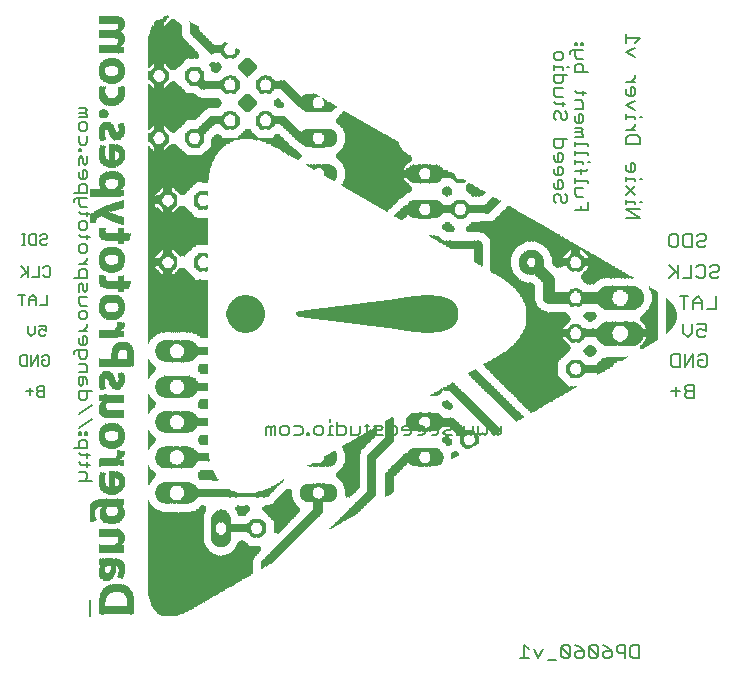
<source format=gbo>
G75*
G70*
%OFA0B0*%
%FSLAX24Y24*%
%IPPOS*%
%LPD*%
%AMOC8*
5,1,8,0,0,1.08239X$1,22.5*
%
%ADD10C,0.0060*%
%ADD11C,0.0050*%
%ADD12R,0.0010X0.0580*%
%ADD13R,0.0010X0.0240*%
%ADD14R,0.0010X0.0270*%
%ADD15R,0.0010X0.0590*%
%ADD16R,0.0010X0.0620*%
%ADD17R,0.0010X0.0610*%
%ADD18R,0.0010X0.0280*%
%ADD19R,0.0010X0.0290*%
%ADD20R,0.0010X0.0630*%
%ADD21R,0.0010X0.0300*%
%ADD22R,0.0010X0.0310*%
%ADD23R,0.0010X0.0650*%
%ADD24R,0.0010X0.0330*%
%ADD25R,0.0010X0.0340*%
%ADD26R,0.0010X0.0660*%
%ADD27R,0.0010X0.0350*%
%ADD28R,0.0010X0.0670*%
%ADD29R,0.0010X0.0360*%
%ADD30R,0.0010X0.0680*%
%ADD31R,0.0010X0.0370*%
%ADD32R,0.0010X0.0250*%
%ADD33R,0.0010X0.0420*%
%ADD34R,0.0010X0.0380*%
%ADD35R,0.0010X0.0160*%
%ADD36R,0.0010X0.0140*%
%ADD37R,0.0010X0.0070*%
%ADD38R,0.0010X0.0060*%
%ADD39R,0.0010X0.0030*%
%ADD40R,0.0010X0.0260*%
%ADD41R,0.0010X0.0170*%
%ADD42R,0.0010X0.0200*%
%ADD43R,0.0010X0.0230*%
%ADD44R,0.0010X0.0210*%
%ADD45R,0.0010X0.0120*%
%ADD46R,0.0010X0.0220*%
%ADD47R,0.0010X0.0520*%
%ADD48R,0.0010X0.0390*%
%ADD49R,0.0010X0.0320*%
%ADD50R,0.0010X0.0180*%
%ADD51R,0.0010X0.0540*%
%ADD52R,0.0010X0.0410*%
%ADD53R,0.0010X0.0500*%
%ADD54R,0.0010X0.0400*%
%ADD55R,0.0010X0.0440*%
%ADD56R,0.0010X0.0490*%
%ADD57R,0.0010X0.0460*%
%ADD58R,0.0010X0.0510*%
%ADD59R,0.0010X0.0480*%
%ADD60R,0.0010X0.0450*%
%ADD61R,0.0010X0.0570*%
%ADD62R,0.0010X0.0470*%
%ADD63R,0.0010X0.0550*%
%ADD64R,0.0010X0.0700*%
%ADD65R,0.0010X0.0530*%
%ADD66R,0.0010X0.0710*%
%ADD67R,0.0010X0.0740*%
%ADD68R,0.0010X0.0600*%
%ADD69R,0.0010X0.0720*%
%ADD70R,0.0010X0.0690*%
%ADD71R,0.0010X0.0770*%
%ADD72R,0.0010X0.0430*%
%ADD73R,0.0010X0.0730*%
%ADD74R,0.0010X0.0560*%
%ADD75R,0.0010X0.0780*%
%ADD76R,0.0010X0.0640*%
%ADD77R,0.0010X0.0750*%
%ADD78R,0.0010X0.0790*%
%ADD79R,0.0010X0.0820*%
%ADD80R,0.0010X0.0830*%
%ADD81R,0.0010X0.0840*%
%ADD82R,0.0010X0.0850*%
%ADD83R,0.0010X0.0760*%
%ADD84R,0.0010X0.0860*%
%ADD85R,0.0010X0.0870*%
%ADD86R,0.0010X0.0150*%
%ADD87R,0.0010X0.0800*%
%ADD88R,0.0010X0.0880*%
%ADD89R,0.0010X0.0090*%
%ADD90R,0.0010X0.0080*%
%ADD91R,0.0010X0.0040*%
%ADD92R,0.0010X0.0020*%
%ADD93R,0.0010X0.0010*%
%ADD94R,0.0010X0.0050*%
%ADD95R,0.0010X0.0100*%
%ADD96R,0.0010X0.1240*%
%ADD97R,0.0010X0.0130*%
%ADD98R,0.0010X0.1220*%
%ADD99R,0.0010X0.0190*%
%ADD100R,0.0010X0.1210*%
%ADD101R,0.0010X0.1200*%
%ADD102R,0.0010X0.0900*%
%ADD103R,0.0010X0.0890*%
%ADD104R,0.0010X0.3040*%
%ADD105R,0.0010X0.6580*%
%ADD106R,0.0010X0.1550*%
%ADD107R,0.0010X0.0950*%
%ADD108R,0.0010X0.3120*%
%ADD109R,0.0010X0.6540*%
%ADD110R,0.0010X0.1530*%
%ADD111R,0.0010X0.1050*%
%ADD112R,0.0010X0.6530*%
%ADD113R,0.0010X0.1510*%
%ADD114R,0.0010X0.3160*%
%ADD115R,0.0010X0.6470*%
%ADD116R,0.0010X0.1490*%
%ADD117R,0.0010X0.1120*%
%ADD118R,0.0010X0.3170*%
%ADD119R,0.0010X0.6460*%
%ADD120R,0.0010X0.1470*%
%ADD121R,0.0010X0.1110*%
%ADD122R,0.0010X0.3200*%
%ADD123R,0.0010X0.6410*%
%ADD124R,0.0010X0.1450*%
%ADD125R,0.0010X0.1160*%
%ADD126R,0.0010X0.3240*%
%ADD127R,0.0010X0.6390*%
%ADD128R,0.0010X0.1430*%
%ADD129R,0.0010X0.3230*%
%ADD130R,0.0010X0.6380*%
%ADD131R,0.0010X0.1410*%
%ADD132R,0.0010X0.3270*%
%ADD133R,0.0010X0.6350*%
%ADD134R,0.0010X0.1390*%
%ADD135R,0.0010X0.1230*%
%ADD136R,0.0010X0.3260*%
%ADD137R,0.0010X0.6340*%
%ADD138R,0.0010X0.1370*%
%ADD139R,0.0010X0.3300*%
%ADD140R,0.0010X0.6310*%
%ADD141R,0.0010X0.1350*%
%ADD142R,0.0010X0.1260*%
%ADD143R,0.0010X0.3320*%
%ADD144R,0.0010X0.1340*%
%ADD145R,0.0010X0.1280*%
%ADD146R,0.0010X0.3310*%
%ADD147R,0.0010X0.1330*%
%ADD148R,0.0010X0.3340*%
%ADD149R,0.0010X0.6290*%
%ADD150R,0.0010X0.1320*%
%ADD151R,0.0010X0.1300*%
%ADD152R,0.0010X0.3330*%
%ADD153R,0.0010X0.6270*%
%ADD154R,0.0010X0.1310*%
%ADD155R,0.0010X0.1290*%
%ADD156R,0.0010X0.3350*%
%ADD157R,0.0010X0.6230*%
%ADD158R,0.0010X0.1250*%
%ADD159R,0.0010X0.3370*%
%ADD160R,0.0010X0.6220*%
%ADD161R,0.0010X0.3360*%
%ADD162R,0.0010X0.6210*%
%ADD163R,0.0010X0.6200*%
%ADD164R,0.0010X0.3380*%
%ADD165R,0.0010X0.3390*%
%ADD166R,0.0010X0.6450*%
%ADD167R,0.0010X0.1790*%
%ADD168R,0.0010X0.1670*%
%ADD169R,0.0010X0.3410*%
%ADD170R,0.0010X0.0110*%
%ADD171R,0.0010X0.2260*%
%ADD172R,0.0010X0.1710*%
%ADD173R,0.0010X0.1740*%
%ADD174R,0.0010X0.3400*%
%ADD175R,0.0010X0.2250*%
%ADD176R,0.0010X0.1690*%
%ADD177R,0.0010X0.1730*%
%ADD178R,0.0010X0.1780*%
%ADD179R,0.0010X0.2220*%
%ADD180R,0.0010X0.1750*%
%ADD181R,0.0010X0.1680*%
%ADD182R,0.0010X0.1650*%
%ADD183R,0.0010X0.2200*%
%ADD184R,0.0010X0.1630*%
%ADD185R,0.0010X0.3420*%
%ADD186R,0.0010X0.2170*%
%ADD187R,0.0010X0.1610*%
%ADD188R,0.0010X0.1660*%
%ADD189R,0.0010X0.1590*%
%ADD190R,0.0010X0.2150*%
%ADD191R,0.0010X0.1580*%
%ADD192R,0.0010X0.2140*%
%ADD193R,0.0010X0.1570*%
%ADD194R,0.0010X0.3430*%
%ADD195R,0.0010X0.2110*%
%ADD196R,0.0010X0.1620*%
%ADD197R,0.0010X0.3450*%
%ADD198R,0.0010X0.2100*%
%ADD199R,0.0010X0.1600*%
%ADD200R,0.0010X0.3440*%
%ADD201R,0.0010X0.2070*%
%ADD202R,0.0010X0.2050*%
%ADD203R,0.0010X0.2030*%
%ADD204R,0.0010X0.2020*%
%ADD205R,0.0010X0.2010*%
%ADD206R,0.0010X0.2000*%
%ADD207R,0.0010X0.1520*%
%ADD208R,0.0010X0.1980*%
%ADD209R,0.0010X0.1500*%
%ADD210R,0.0010X0.1700*%
%ADD211R,0.0010X0.1960*%
%ADD212R,0.0010X0.1950*%
%ADD213R,0.0010X0.1940*%
%ADD214R,0.0010X0.1270*%
%ADD215R,0.0010X0.1920*%
%ADD216R,0.0010X0.1910*%
%ADD217R,0.0010X0.1480*%
%ADD218R,0.0010X0.1900*%
%ADD219R,0.0010X0.3460*%
%ADD220R,0.0010X0.2190*%
%ADD221R,0.0010X0.1800*%
%ADD222R,0.0010X0.2180*%
%ADD223R,0.0010X0.1770*%
%ADD224R,0.0010X0.2160*%
%ADD225R,0.0010X0.1720*%
%ADD226R,0.0010X0.2130*%
%ADD227R,0.0010X0.1360*%
%ADD228R,0.0010X0.2120*%
%ADD229R,0.0010X0.1540*%
%ADD230R,0.0010X0.1420*%
%ADD231R,0.0010X0.1400*%
%ADD232R,0.0010X0.1560*%
%ADD233R,0.0010X0.1460*%
%ADD234R,0.0010X0.1640*%
%ADD235R,0.0010X0.1930*%
%ADD236R,0.0010X0.1970*%
%ADD237R,0.0010X0.1990*%
%ADD238R,0.0010X0.1380*%
%ADD239R,0.0010X0.2040*%
%ADD240R,0.0010X0.2060*%
%ADD241R,0.0010X0.2080*%
%ADD242R,0.0010X0.2090*%
%ADD243R,0.0010X0.1440*%
%ADD244R,0.0010X0.0980*%
%ADD245R,0.0010X0.0960*%
%ADD246R,0.0010X0.1190*%
%ADD247R,0.0010X0.1170*%
%ADD248R,0.0010X0.1150*%
%ADD249R,0.0010X0.1130*%
%ADD250R,0.0010X0.1090*%
%ADD251R,0.0010X0.1070*%
%ADD252R,0.0010X0.1030*%
%ADD253R,0.0010X0.1020*%
%ADD254R,0.0010X0.1010*%
%ADD255R,0.0010X0.0930*%
%ADD256R,0.0010X0.0910*%
%ADD257R,0.0010X0.3290*%
%ADD258R,0.0010X0.3280*%
%ADD259R,0.0010X0.1140*%
%ADD260R,0.0010X0.1100*%
%ADD261R,0.0010X0.3250*%
%ADD262R,0.0010X0.1080*%
%ADD263R,0.0010X0.1890*%
%ADD264R,0.0010X0.1880*%
%ADD265R,0.0010X0.1040*%
%ADD266R,0.0010X0.1870*%
%ADD267R,0.0010X0.1000*%
%ADD268R,0.0010X0.1860*%
%ADD269R,0.0010X0.1850*%
%ADD270R,0.0010X0.0990*%
%ADD271R,0.0010X0.0970*%
%ADD272R,0.0010X0.1840*%
%ADD273R,0.0010X0.3220*%
%ADD274R,0.0010X0.1830*%
%ADD275R,0.0010X0.3210*%
%ADD276R,0.0010X0.0940*%
%ADD277R,0.0010X0.1820*%
%ADD278R,0.0010X0.0920*%
%ADD279R,0.0010X0.1810*%
%ADD280R,0.0010X0.0810*%
%ADD281R,0.0010X0.1060*%
%ADD282R,0.0010X0.1180*%
%ADD283R,0.0010X0.2530*%
%ADD284R,0.0010X0.1760*%
%ADD285R,0.0010X0.2540*%
%ADD286R,0.0010X0.2510*%
%ADD287R,0.0010X0.2500*%
%ADD288R,0.0010X0.2490*%
%ADD289R,0.0010X0.2470*%
%ADD290R,0.0010X0.2450*%
%ADD291R,0.0010X0.2430*%
%ADD292R,0.0010X0.2410*%
%ADD293R,0.0010X0.2370*%
%ADD294R,0.0010X0.2360*%
%ADD295R,0.0010X0.2350*%
%ADD296R,0.0010X0.2320*%
%ADD297R,0.0010X0.2310*%
%ADD298R,0.0010X0.2300*%
%ADD299R,0.0010X0.2280*%
%ADD300R,0.0010X0.2240*%
%ADD301R,0.0010X0.2230*%
%ADD302R,0.0010X0.2210*%
%ADD303R,0.0010X0.2270*%
%ADD304R,0.0010X0.2340*%
%ADD305R,0.0010X0.2380*%
%ADD306R,0.0010X0.2400*%
%ADD307R,0.0010X0.2420*%
%ADD308R,0.0010X0.2440*%
%ADD309R,0.0010X0.2460*%
%ADD310R,0.0010X0.2480*%
%ADD311R,0.0010X0.2520*%
%ADD312R,0.0010X0.2550*%
%ADD313R,0.0010X0.2560*%
%ADD314R,0.0010X0.2570*%
%ADD315R,0.0010X0.2580*%
%ADD316R,0.0010X0.2590*%
%ADD317R,0.0010X0.2600*%
%ADD318R,0.0010X0.2650*%
%ADD319R,0.0010X0.2710*%
%ADD320R,0.0010X0.2720*%
%ADD321R,0.0010X0.2780*%
%ADD322R,0.0010X0.2790*%
%ADD323R,0.0010X0.2890*%
%ADD324R,0.0010X0.4200*%
%ADD325R,0.0010X0.4220*%
%ADD326R,0.0010X0.4230*%
%ADD327R,0.0010X0.4240*%
%ADD328R,0.0010X0.4250*%
%ADD329R,0.0010X0.4270*%
%ADD330R,0.0010X0.4290*%
%ADD331R,0.0010X0.4300*%
%ADD332R,0.0010X0.4320*%
%ADD333R,0.0010X0.4330*%
%ADD334R,0.0010X0.4340*%
%ADD335R,0.0010X0.4280*%
%ADD336R,0.0010X0.4260*%
%ADD337R,0.0010X0.4170*%
%ADD338R,0.0010X0.3680*%
%ADD339R,0.0010X0.3670*%
%ADD340R,0.0010X0.3630*%
%ADD341R,0.0010X0.3570*%
%ADD342R,0.0010X0.3520*%
%ADD343R,0.0010X0.3510*%
%ADD344R,0.0010X0.3470*%
%ADD345R,0.0010X0.3190*%
%ADD346R,0.0010X0.3180*%
%ADD347R,0.0010X0.3150*%
%ADD348R,0.0010X0.3100*%
%ADD349R,0.0010X0.3080*%
%ADD350R,0.0010X0.3070*%
%ADD351R,0.0010X0.3060*%
%ADD352R,0.0010X0.3050*%
%ADD353R,0.0010X0.3030*%
%ADD354R,0.0010X0.3020*%
%ADD355R,0.0010X0.3010*%
%ADD356R,0.0010X0.3000*%
%ADD357R,0.0010X0.2990*%
%ADD358R,0.0010X0.2980*%
%ADD359R,0.0010X0.2970*%
%ADD360R,0.0010X0.2950*%
%ADD361R,0.0010X0.2940*%
%ADD362R,0.0010X0.2930*%
%ADD363R,0.0010X0.2920*%
%ADD364R,0.0010X0.2910*%
%ADD365R,0.0010X0.2900*%
%ADD366R,0.0010X0.2880*%
%ADD367R,0.0010X0.2870*%
%ADD368R,0.0010X0.2860*%
%ADD369C,0.0000*%
D10*
X010522Y009746D02*
X010962Y009746D01*
X010815Y009819D02*
X010742Y009746D01*
X010815Y009819D02*
X010815Y009966D01*
X010742Y010039D01*
X010522Y010039D01*
X010595Y010280D02*
X010522Y010353D01*
X010595Y010280D02*
X010889Y010280D01*
X010815Y010353D02*
X010815Y010206D01*
X010815Y010513D02*
X010815Y010660D01*
X010889Y010587D02*
X010595Y010587D01*
X010522Y010660D01*
X010522Y010820D02*
X010522Y011040D01*
X010595Y011114D01*
X010742Y011114D01*
X010815Y011040D01*
X010815Y010820D01*
X010375Y010820D01*
X010522Y011280D02*
X010595Y011280D01*
X010595Y011354D01*
X010522Y011354D01*
X010522Y011280D01*
X010742Y011280D02*
X010815Y011280D01*
X010815Y011354D01*
X010742Y011354D01*
X010742Y011280D01*
X010522Y011511D02*
X010962Y011804D01*
X010962Y012264D02*
X010522Y011971D01*
X010595Y012431D02*
X010742Y012431D01*
X010815Y012505D01*
X010815Y012725D01*
X010962Y012725D02*
X010522Y012725D01*
X010522Y012505D01*
X010595Y012431D01*
X010595Y012892D02*
X010668Y012965D01*
X010668Y013185D01*
X010742Y013185D02*
X010522Y013185D01*
X010522Y012965D01*
X010595Y012892D01*
X010815Y012965D02*
X010815Y013112D01*
X010742Y013185D01*
X010815Y013352D02*
X010522Y013352D01*
X010815Y013352D02*
X010815Y013572D01*
X010742Y013646D01*
X010522Y013646D01*
X010595Y013812D02*
X010522Y013886D01*
X010522Y014106D01*
X010448Y014106D02*
X010815Y014106D01*
X010815Y013886D01*
X010742Y013812D01*
X010595Y013812D01*
X010375Y013959D02*
X010375Y014032D01*
X010448Y014106D01*
X010595Y014273D02*
X010742Y014273D01*
X010815Y014346D01*
X010815Y014493D01*
X010742Y014566D01*
X010668Y014566D01*
X010668Y014273D01*
X010595Y014273D02*
X010522Y014346D01*
X010522Y014493D01*
X010522Y014733D02*
X010815Y014733D01*
X010668Y014733D02*
X010815Y014880D01*
X010815Y014953D01*
X010742Y015117D02*
X010595Y015117D01*
X010522Y015190D01*
X010522Y015337D01*
X010595Y015410D01*
X010742Y015410D01*
X010815Y015337D01*
X010815Y015190D01*
X010742Y015117D01*
X010815Y015577D02*
X010595Y015577D01*
X010522Y015650D01*
X010522Y015871D01*
X010815Y015871D01*
X010742Y016037D02*
X010815Y016111D01*
X010815Y016331D01*
X010668Y016258D02*
X010668Y016111D01*
X010742Y016037D01*
X010522Y016037D02*
X010522Y016258D01*
X010595Y016331D01*
X010668Y016258D01*
X010522Y016498D02*
X010522Y016718D01*
X010595Y016791D01*
X010742Y016791D01*
X010815Y016718D01*
X010815Y016498D01*
X010375Y016498D01*
X010522Y016958D02*
X010815Y016958D01*
X010668Y016958D02*
X010815Y017105D01*
X010815Y017178D01*
X010742Y017342D02*
X010595Y017342D01*
X010522Y017415D01*
X010522Y017562D01*
X010595Y017635D01*
X010742Y017635D01*
X010815Y017562D01*
X010815Y017415D01*
X010742Y017342D01*
X010815Y017802D02*
X010815Y017949D01*
X010889Y017875D02*
X010595Y017875D01*
X010522Y017949D01*
X010595Y018109D02*
X010522Y018182D01*
X010522Y018329D01*
X010595Y018403D01*
X010742Y018403D01*
X010815Y018329D01*
X010815Y018182D01*
X010742Y018109D01*
X010595Y018109D01*
X010815Y018569D02*
X010815Y018716D01*
X010889Y018643D02*
X010595Y018643D01*
X010522Y018716D01*
X010595Y018876D02*
X010522Y018950D01*
X010522Y019170D01*
X010448Y019170D02*
X010375Y019096D01*
X010375Y019023D01*
X010448Y019170D02*
X010815Y019170D01*
X010815Y019337D02*
X010375Y019337D01*
X010522Y019337D02*
X010522Y019557D01*
X010595Y019630D01*
X010742Y019630D01*
X010815Y019557D01*
X010815Y019337D01*
X010742Y019797D02*
X010595Y019797D01*
X010522Y019870D01*
X010522Y020017D01*
X010668Y020090D02*
X010668Y019797D01*
X010742Y019797D02*
X010815Y019870D01*
X010815Y020017D01*
X010742Y020090D01*
X010668Y020090D01*
X010742Y020257D02*
X010815Y020331D01*
X010815Y020551D01*
X010668Y020477D02*
X010668Y020331D01*
X010742Y020257D01*
X010522Y020257D02*
X010522Y020477D01*
X010595Y020551D01*
X010668Y020477D01*
X010595Y020718D02*
X010595Y020791D01*
X010522Y020791D01*
X010522Y020718D01*
X010595Y020718D01*
X010595Y020948D02*
X010522Y021021D01*
X010522Y021241D01*
X010595Y021408D02*
X010522Y021481D01*
X010522Y021628D01*
X010595Y021702D01*
X010742Y021702D01*
X010815Y021628D01*
X010815Y021481D01*
X010742Y021408D01*
X010595Y021408D01*
X010815Y021241D02*
X010815Y021021D01*
X010742Y020948D01*
X010595Y020948D01*
X010522Y021868D02*
X010815Y021868D01*
X010815Y021942D01*
X010742Y022015D01*
X010815Y022089D01*
X010742Y022162D01*
X010522Y022162D01*
X010522Y022015D02*
X010742Y022015D01*
X010815Y018876D02*
X010595Y018876D01*
X016846Y011565D02*
X016773Y011492D01*
X016773Y011271D01*
X016920Y011271D02*
X016920Y011492D01*
X016846Y011565D01*
X016920Y011492D02*
X016993Y011565D01*
X017067Y011565D01*
X017067Y011271D01*
X017233Y011345D02*
X017233Y011492D01*
X017307Y011565D01*
X017454Y011565D01*
X017527Y011492D01*
X017527Y011345D01*
X017454Y011271D01*
X017307Y011271D01*
X017233Y011345D01*
X017694Y011271D02*
X017914Y011271D01*
X017987Y011345D01*
X017987Y011492D01*
X017914Y011565D01*
X017694Y011565D01*
X018144Y011345D02*
X018144Y011271D01*
X018217Y011271D01*
X018217Y011345D01*
X018144Y011345D01*
X018384Y011345D02*
X018384Y011492D01*
X018458Y011565D01*
X018604Y011565D01*
X018678Y011492D01*
X018678Y011345D01*
X018604Y011271D01*
X018458Y011271D01*
X018384Y011345D01*
X018838Y011271D02*
X018985Y011271D01*
X018911Y011271D02*
X018911Y011565D01*
X018985Y011565D01*
X018911Y011712D02*
X018911Y011785D01*
X019151Y011712D02*
X019151Y011271D01*
X019372Y011271D01*
X019445Y011345D01*
X019445Y011492D01*
X019372Y011565D01*
X019151Y011565D01*
X019612Y011565D02*
X019612Y011271D01*
X019832Y011271D01*
X019905Y011345D01*
X019905Y011565D01*
X020065Y011565D02*
X020212Y011565D01*
X020139Y011638D02*
X020139Y011345D01*
X020065Y011271D01*
X020379Y011345D02*
X020452Y011418D01*
X020599Y011418D01*
X020673Y011492D01*
X020599Y011565D01*
X020379Y011565D01*
X020379Y011345D02*
X020452Y011271D01*
X020673Y011271D01*
X020839Y011271D02*
X020839Y011712D01*
X020839Y011565D02*
X021060Y011565D01*
X021133Y011492D01*
X021133Y011345D01*
X021060Y011271D01*
X020839Y011271D01*
X021300Y011418D02*
X021593Y011418D01*
X021593Y011345D02*
X021593Y011492D01*
X021520Y011565D01*
X021373Y011565D01*
X021300Y011492D01*
X021300Y011418D01*
X021373Y011271D02*
X021520Y011271D01*
X021593Y011345D01*
X021760Y011418D02*
X022054Y011418D01*
X022054Y011345D02*
X022054Y011492D01*
X021980Y011565D01*
X021834Y011565D01*
X021760Y011492D01*
X021760Y011418D01*
X021834Y011271D02*
X021980Y011271D01*
X022054Y011345D01*
X022220Y011418D02*
X022514Y011418D01*
X022514Y011345D02*
X022514Y011492D01*
X022441Y011565D01*
X022294Y011565D01*
X022220Y011492D01*
X022220Y011418D01*
X022294Y011271D02*
X022441Y011271D01*
X022514Y011345D01*
X022681Y011345D02*
X022754Y011418D01*
X022901Y011418D01*
X022974Y011492D01*
X022901Y011565D01*
X022681Y011565D01*
X022681Y011345D02*
X022754Y011271D01*
X022974Y011271D01*
X023131Y011271D02*
X023205Y011271D01*
X023205Y011345D01*
X023131Y011345D01*
X023131Y011271D01*
X023371Y011345D02*
X023371Y011565D01*
X023371Y011345D02*
X023445Y011271D01*
X023518Y011345D01*
X023591Y011271D01*
X023665Y011345D01*
X023665Y011565D01*
X023832Y011565D02*
X023832Y011345D01*
X023905Y011271D01*
X023978Y011345D01*
X024052Y011271D01*
X024125Y011345D01*
X024125Y011565D01*
X024292Y011565D02*
X024292Y011345D01*
X024365Y011271D01*
X024439Y011345D01*
X024512Y011271D01*
X024586Y011345D01*
X024586Y011565D01*
X030279Y012722D02*
X030572Y012722D01*
X030739Y012795D02*
X030812Y012722D01*
X031032Y012722D01*
X030812Y012722D02*
X030739Y012649D01*
X030739Y012575D01*
X030812Y012502D01*
X031032Y012502D01*
X031032Y012942D01*
X030812Y012942D01*
X030739Y012869D01*
X030739Y012795D01*
X030425Y012869D02*
X030425Y012575D01*
X030334Y013535D02*
X030261Y013609D01*
X030261Y013902D01*
X030334Y013976D01*
X030555Y013976D01*
X030555Y013535D01*
X030334Y013535D01*
X030721Y013535D02*
X030721Y013976D01*
X031015Y013976D02*
X030721Y013535D01*
X031015Y013535D02*
X031015Y013976D01*
X031182Y013902D02*
X031255Y013976D01*
X031402Y013976D01*
X031475Y013902D01*
X031475Y013609D01*
X031402Y013535D01*
X031255Y013535D01*
X031182Y013609D01*
X031182Y013755D01*
X031329Y013755D01*
X031353Y014520D02*
X031426Y014593D01*
X031353Y014520D02*
X031206Y014520D01*
X031133Y014593D01*
X031133Y014740D01*
X031206Y014813D01*
X031279Y014813D01*
X031426Y014740D01*
X031426Y014960D01*
X031133Y014960D01*
X030966Y014960D02*
X030966Y014666D01*
X030819Y014520D01*
X030672Y014666D01*
X030672Y014960D01*
X030703Y015455D02*
X030703Y015895D01*
X030850Y015895D02*
X030556Y015895D01*
X031017Y015748D02*
X031017Y015455D01*
X031017Y015675D02*
X031310Y015675D01*
X031310Y015748D02*
X031310Y015455D01*
X031477Y015455D02*
X031771Y015455D01*
X031771Y015895D01*
X031310Y015748D02*
X031164Y015895D01*
X031017Y015748D01*
X030948Y016488D02*
X030655Y016488D01*
X030488Y016488D02*
X030488Y016928D01*
X030415Y016708D02*
X030194Y016488D01*
X030488Y016635D02*
X030194Y016928D01*
X030948Y016928D02*
X030948Y016488D01*
X031115Y016561D02*
X031189Y016488D01*
X031335Y016488D01*
X031409Y016561D01*
X031409Y016855D01*
X031335Y016928D01*
X031189Y016928D01*
X031115Y016855D01*
X031575Y016855D02*
X031649Y016928D01*
X031796Y016928D01*
X031869Y016855D01*
X031869Y016782D01*
X031796Y016708D01*
X031649Y016708D01*
X031575Y016635D01*
X031575Y016561D01*
X031649Y016488D01*
X031796Y016488D01*
X031869Y016561D01*
X031353Y017521D02*
X031426Y017595D01*
X031353Y017521D02*
X031206Y017521D01*
X031133Y017595D01*
X031133Y017668D01*
X031206Y017742D01*
X031353Y017742D01*
X031426Y017815D01*
X031426Y017888D01*
X031353Y017962D01*
X031206Y017962D01*
X031133Y017888D01*
X030966Y017962D02*
X030966Y017521D01*
X030746Y017521D01*
X030672Y017595D01*
X030672Y017888D01*
X030746Y017962D01*
X030966Y017962D01*
X030505Y017888D02*
X030505Y017595D01*
X030432Y017521D01*
X030285Y017521D01*
X030212Y017595D01*
X030212Y017888D01*
X030285Y017962D01*
X030432Y017962D01*
X030505Y017888D01*
X029220Y018506D02*
X028779Y018799D01*
X029220Y018799D01*
X029073Y018966D02*
X029073Y019039D01*
X028779Y019039D01*
X028779Y018966D02*
X028779Y019113D01*
X028779Y019273D02*
X029073Y019567D01*
X029073Y019733D02*
X029073Y019807D01*
X028779Y019807D01*
X028779Y019880D02*
X028779Y019733D01*
X028779Y019567D02*
X029073Y019273D01*
X029220Y019039D02*
X029293Y019039D01*
X029220Y018506D02*
X028779Y018506D01*
X027497Y018752D02*
X027497Y019045D01*
X027351Y019212D02*
X027130Y019212D01*
X027057Y019286D01*
X027057Y019506D01*
X027351Y019506D01*
X027497Y019673D02*
X027497Y019746D01*
X027057Y019746D01*
X027057Y019673D02*
X027057Y019819D01*
X027057Y020053D02*
X027424Y020053D01*
X027497Y020126D01*
X027351Y020286D02*
X027351Y020360D01*
X027057Y020360D01*
X027057Y020433D02*
X027057Y020286D01*
X027277Y020126D02*
X027277Y019979D01*
X027497Y020360D02*
X027571Y020360D01*
X027497Y020593D02*
X027497Y020667D01*
X027057Y020667D01*
X027057Y020740D02*
X027057Y020593D01*
X027057Y020900D02*
X027057Y021047D01*
X027057Y020973D02*
X027497Y020973D01*
X027497Y020900D01*
X027351Y021207D02*
X027057Y021207D01*
X027057Y021354D02*
X027277Y021354D01*
X027351Y021427D01*
X027277Y021501D01*
X027057Y021501D01*
X027130Y021667D02*
X027277Y021667D01*
X027351Y021741D01*
X027351Y021887D01*
X027277Y021961D01*
X027204Y021961D01*
X027204Y021667D01*
X027130Y021667D02*
X027057Y021741D01*
X027057Y021887D01*
X027057Y022128D02*
X027351Y022128D01*
X027351Y022348D01*
X027277Y022421D01*
X027057Y022421D01*
X027130Y022661D02*
X027057Y022735D01*
X027130Y022661D02*
X027424Y022661D01*
X027351Y022588D02*
X027351Y022735D01*
X027351Y023355D02*
X027351Y023575D01*
X027277Y023649D01*
X027130Y023649D01*
X027057Y023575D01*
X027057Y023355D01*
X027497Y023355D01*
X027351Y023816D02*
X027130Y023816D01*
X027057Y023889D01*
X027057Y024109D01*
X026984Y024109D02*
X026910Y024036D01*
X026910Y023962D01*
X026984Y024109D02*
X027351Y024109D01*
X027351Y024276D02*
X027277Y024276D01*
X027277Y024349D01*
X027351Y024349D01*
X027351Y024276D01*
X027130Y024276D02*
X027130Y024349D01*
X027057Y024349D01*
X027057Y024276D01*
X027130Y024276D01*
X026662Y023975D02*
X026662Y023828D01*
X026588Y023755D01*
X026441Y023755D01*
X026368Y023828D01*
X026368Y023975D01*
X026441Y024048D01*
X026588Y024048D01*
X026662Y023975D01*
X026662Y023521D02*
X026368Y023521D01*
X026368Y023448D02*
X026368Y023595D01*
X026662Y023521D02*
X026662Y023448D01*
X026808Y023521D02*
X026882Y023521D01*
X026808Y023281D02*
X026368Y023281D01*
X026368Y023061D01*
X026441Y022988D01*
X026588Y022988D01*
X026662Y023061D01*
X026662Y023281D01*
X026662Y022821D02*
X026368Y022821D01*
X026368Y022601D01*
X026441Y022527D01*
X026662Y022527D01*
X026662Y022367D02*
X026662Y022220D01*
X026735Y022294D02*
X026441Y022294D01*
X026368Y022367D01*
X026441Y022054D02*
X026368Y021980D01*
X026368Y021833D01*
X026441Y021760D01*
X026588Y021833D02*
X026588Y021980D01*
X026515Y022054D01*
X026441Y022054D01*
X026588Y021833D02*
X026662Y021760D01*
X026735Y021760D01*
X026808Y021833D01*
X026808Y021980D01*
X026735Y022054D01*
X027277Y021354D02*
X027351Y021280D01*
X027351Y021207D01*
X026808Y021133D02*
X026368Y021133D01*
X026368Y020913D01*
X026441Y020839D01*
X026588Y020839D01*
X026662Y020913D01*
X026662Y021133D01*
X026588Y020673D02*
X026515Y020673D01*
X026515Y020379D01*
X026588Y020379D02*
X026441Y020379D01*
X026368Y020452D01*
X026368Y020599D01*
X026588Y020673D02*
X026662Y020599D01*
X026662Y020452D01*
X026588Y020379D01*
X026588Y020212D02*
X026515Y020212D01*
X026515Y019919D01*
X026588Y019919D02*
X026441Y019919D01*
X026368Y019992D01*
X026368Y020139D01*
X026588Y020212D02*
X026662Y020139D01*
X026662Y019992D01*
X026588Y019919D01*
X026588Y019752D02*
X026515Y019752D01*
X026515Y019458D01*
X026588Y019458D02*
X026441Y019458D01*
X026368Y019532D01*
X026368Y019678D01*
X026588Y019752D02*
X026662Y019678D01*
X026662Y019532D01*
X026588Y019458D01*
X026515Y019291D02*
X026588Y019218D01*
X026588Y019071D01*
X026662Y018998D01*
X026735Y018998D01*
X026808Y019071D01*
X026808Y019218D01*
X026735Y019291D01*
X026515Y019291D02*
X026441Y019291D01*
X026368Y019218D01*
X026368Y019071D01*
X026441Y018998D01*
X027057Y018752D02*
X027497Y018752D01*
X027277Y018752D02*
X027277Y018899D01*
X028779Y020114D02*
X028853Y020040D01*
X029000Y020040D01*
X029073Y020114D01*
X029073Y020260D01*
X029000Y020334D01*
X028926Y020334D01*
X028926Y020040D01*
X028779Y020114D02*
X028779Y020260D01*
X029220Y019807D02*
X029293Y019807D01*
X029220Y020961D02*
X028779Y020961D01*
X028779Y021181D01*
X028853Y021255D01*
X029146Y021255D01*
X029220Y021181D01*
X029220Y020961D01*
X029073Y021421D02*
X028779Y021421D01*
X028926Y021421D02*
X029073Y021568D01*
X029073Y021641D01*
X029073Y021805D02*
X029073Y021878D01*
X028779Y021878D01*
X028779Y021805D02*
X028779Y021952D01*
X028779Y022259D02*
X029073Y022405D01*
X029000Y022572D02*
X028853Y022572D01*
X028779Y022646D01*
X028779Y022792D01*
X028926Y022866D02*
X028926Y022572D01*
X029000Y022572D02*
X029073Y022646D01*
X029073Y022792D01*
X029000Y022866D01*
X028926Y022866D01*
X028926Y023033D02*
X029073Y023179D01*
X029073Y023253D01*
X029073Y023033D02*
X028779Y023033D01*
X028779Y022259D02*
X029073Y022112D01*
X029220Y021878D02*
X029293Y021878D01*
X029073Y023876D02*
X028779Y024023D01*
X029073Y024170D01*
X029073Y024337D02*
X029220Y024484D01*
X028779Y024484D01*
X028779Y024630D02*
X028779Y024337D01*
X028751Y004281D02*
X028531Y004281D01*
X028458Y004207D01*
X028458Y004061D01*
X028531Y003987D01*
X028751Y003987D01*
X028751Y003840D02*
X028751Y004281D01*
X028918Y004207D02*
X028991Y004281D01*
X029212Y004281D01*
X029212Y003840D01*
X028991Y003840D01*
X028918Y003914D01*
X028918Y004207D01*
X028291Y004061D02*
X028071Y004061D01*
X027997Y003987D01*
X027997Y003914D01*
X028071Y003840D01*
X028217Y003840D01*
X028291Y003914D01*
X028291Y004061D01*
X028144Y004207D01*
X027997Y004281D01*
X027831Y004207D02*
X027757Y004281D01*
X027610Y004281D01*
X027537Y004207D01*
X027831Y003914D01*
X027757Y003840D01*
X027610Y003840D01*
X027537Y003914D01*
X027537Y004207D01*
X027370Y004061D02*
X027150Y004061D01*
X027077Y003987D01*
X027077Y003914D01*
X027150Y003840D01*
X027297Y003840D01*
X027370Y003914D01*
X027370Y004061D01*
X027223Y004207D01*
X027077Y004281D01*
X026910Y004207D02*
X026910Y003914D01*
X026616Y004207D01*
X026616Y003914D01*
X026690Y003840D01*
X026836Y003840D01*
X026910Y003914D01*
X026910Y004207D02*
X026836Y004281D01*
X026690Y004281D01*
X026616Y004207D01*
X026449Y003767D02*
X026156Y003767D01*
X025842Y003840D02*
X025989Y004134D01*
X025696Y004134D02*
X025842Y003840D01*
X025529Y003840D02*
X025235Y003840D01*
X025382Y003840D02*
X025382Y004281D01*
X025529Y004134D01*
X027831Y004207D02*
X027831Y003914D01*
D11*
X009384Y012546D02*
X009209Y012546D01*
X009150Y012604D01*
X009150Y012663D01*
X009209Y012721D01*
X009384Y012721D01*
X009384Y012546D02*
X009384Y012896D01*
X009209Y012896D01*
X009150Y012838D01*
X009150Y012780D01*
X009209Y012721D01*
X009016Y012721D02*
X008782Y012721D01*
X008899Y012838D02*
X008899Y012604D01*
X008930Y013579D02*
X008930Y013930D01*
X008795Y013930D02*
X008620Y013930D01*
X008561Y013871D01*
X008561Y013638D01*
X008620Y013579D01*
X008795Y013579D01*
X008795Y013930D01*
X009163Y013930D02*
X008930Y013579D01*
X009163Y013579D02*
X009163Y013930D01*
X009298Y013871D02*
X009356Y013930D01*
X009473Y013930D01*
X009532Y013871D01*
X009532Y013638D01*
X009473Y013579D01*
X009356Y013579D01*
X009298Y013638D01*
X009298Y013755D01*
X009415Y013755D01*
X009375Y014564D02*
X009433Y014622D01*
X009375Y014564D02*
X009258Y014564D01*
X009200Y014622D01*
X009200Y014739D01*
X009258Y014797D01*
X009316Y014797D01*
X009433Y014739D01*
X009433Y014914D01*
X009200Y014914D01*
X009065Y014914D02*
X009065Y014680D01*
X008948Y014564D01*
X008831Y014680D01*
X008831Y014914D01*
X008881Y015597D02*
X008881Y015831D01*
X008997Y015947D01*
X009114Y015831D01*
X009114Y015597D01*
X009249Y015597D02*
X009482Y015597D01*
X009482Y015947D01*
X009114Y015772D02*
X008881Y015772D01*
X008746Y015947D02*
X008512Y015947D01*
X008629Y015947D02*
X008629Y015597D01*
X008611Y016532D02*
X008786Y016707D01*
X008844Y016649D02*
X008611Y016883D01*
X008844Y016883D02*
X008844Y016532D01*
X008979Y016532D02*
X009212Y016532D01*
X009212Y016883D01*
X009347Y016824D02*
X009406Y016883D01*
X009522Y016883D01*
X009581Y016824D01*
X009581Y016591D01*
X009522Y016532D01*
X009406Y016532D01*
X009347Y016591D01*
X009307Y017615D02*
X009424Y017615D01*
X009482Y017673D01*
X009424Y017790D02*
X009307Y017790D01*
X009249Y017732D01*
X009249Y017673D01*
X009307Y017615D01*
X009114Y017615D02*
X008939Y017615D01*
X008881Y017673D01*
X008881Y017907D01*
X008939Y017965D01*
X009114Y017965D01*
X009114Y017615D01*
X009249Y017907D02*
X009307Y017965D01*
X009424Y017965D01*
X009482Y017907D01*
X009482Y017848D01*
X009424Y017790D01*
X008746Y017615D02*
X008629Y017615D01*
X008687Y017615D02*
X008687Y017965D01*
X008629Y017965D02*
X008746Y017965D01*
D12*
X011304Y017103D03*
X011304Y015523D03*
X013244Y014053D03*
X013254Y014053D03*
X014374Y014053D03*
X014374Y012873D03*
X013254Y012873D03*
X013244Y012873D03*
X013234Y012873D03*
X011384Y013083D03*
X011374Y013073D03*
X011364Y013073D03*
X011354Y013073D03*
X011314Y011233D03*
X010934Y008653D03*
X011974Y006773D03*
X011994Y006753D03*
X014384Y009333D03*
X014374Y010523D03*
X017024Y008703D03*
X018104Y009343D03*
X018544Y008843D03*
X019904Y010923D03*
X021654Y010523D03*
X021664Y010523D03*
X021674Y010523D03*
X022494Y010523D03*
X022504Y010523D03*
X022514Y010523D03*
X024384Y013523D03*
X024394Y013523D03*
X026694Y014173D03*
X025334Y016093D03*
X024964Y016553D03*
X026744Y017543D03*
X022514Y019973D03*
X022504Y019973D03*
X022494Y019973D03*
X021674Y019973D03*
X021664Y019973D03*
X021654Y019973D03*
X021384Y019513D03*
X021654Y018793D03*
X018124Y021153D03*
X018114Y021153D03*
X018104Y021153D03*
X018104Y022343D03*
X016244Y022343D03*
X016104Y022343D03*
X014714Y023073D03*
X014704Y023073D03*
X016104Y023523D03*
X016244Y023523D03*
X014134Y024083D03*
X011974Y023403D03*
X011414Y022573D03*
X011404Y022573D03*
X011384Y022583D03*
X011364Y022593D03*
X011364Y021383D03*
X011344Y021373D03*
X011334Y021373D03*
X011294Y020623D03*
X011284Y020623D03*
X015554Y015303D03*
X019404Y015303D03*
X019414Y015303D03*
X019424Y015303D03*
X019434Y015303D03*
X019444Y015303D03*
X019454Y015303D03*
X019464Y015303D03*
X019474Y015303D03*
X019484Y015303D03*
X019494Y015303D03*
X019504Y015303D03*
D13*
X022914Y017623D03*
X022964Y018153D03*
X023584Y018153D03*
X024464Y019023D03*
X022744Y019383D03*
X021894Y018973D03*
X021584Y019463D03*
X021214Y018603D03*
X019194Y020563D03*
X017874Y020563D03*
X016984Y021043D03*
X016314Y021253D03*
X016034Y021253D03*
X015434Y021043D03*
X016414Y022343D03*
X017284Y022283D03*
X016414Y023523D03*
X015934Y023523D03*
X015814Y024023D03*
X014564Y022983D03*
X011864Y020813D03*
X011854Y020813D03*
X011834Y020823D03*
X011804Y020833D03*
X011784Y020313D03*
X011774Y020313D03*
X011764Y020313D03*
X011754Y020313D03*
X011744Y020313D03*
X011734Y020313D03*
X011524Y020313D03*
X012054Y019713D03*
X011714Y018863D03*
X011704Y018863D03*
X011664Y018853D03*
X011634Y018843D03*
X011614Y018833D03*
X011554Y018563D03*
X011544Y018563D03*
X011534Y018563D03*
X011524Y018563D03*
X010944Y018463D03*
X010934Y018463D03*
X012214Y016273D03*
X011964Y014893D03*
X013034Y013463D03*
X014024Y013813D03*
X014024Y013113D03*
X013034Y012283D03*
X014034Y011923D03*
X013034Y011113D03*
X011984Y010613D03*
X011804Y009933D03*
X011834Y009923D03*
X011854Y009913D03*
X011864Y009913D03*
X011734Y009943D03*
X011834Y009443D03*
X011794Y009423D03*
X011774Y009413D03*
X011764Y009413D03*
X011754Y009413D03*
X011744Y009413D03*
X011734Y009413D03*
X011544Y009413D03*
X011534Y009413D03*
X011524Y009413D03*
X011984Y009013D03*
X011994Y009013D03*
X012004Y009013D03*
X011234Y008003D03*
X011954Y007463D03*
X011964Y007463D03*
X011974Y007463D03*
X011984Y007463D03*
X011994Y007463D03*
X012004Y007463D03*
X012014Y007463D03*
X012024Y007463D03*
X012034Y007463D03*
X012044Y007463D03*
X011284Y007033D03*
X011264Y007043D03*
X014034Y009103D03*
X013594Y009573D03*
X013584Y010283D03*
X014024Y010763D03*
X014574Y009913D03*
X015054Y009863D03*
X015584Y009313D03*
X015594Y009313D03*
X015604Y009313D03*
X016164Y008793D03*
X016784Y008793D03*
X016744Y009313D03*
X016734Y009313D03*
X016724Y009313D03*
X016714Y009313D03*
X016704Y009313D03*
X016894Y009373D03*
X016534Y007443D03*
X016644Y006933D03*
X016634Y006923D03*
X019434Y008543D03*
X022674Y010513D03*
X022264Y011893D03*
X022904Y012233D03*
X024174Y013563D03*
X026864Y014173D03*
X027464Y014053D03*
X028374Y014363D03*
X028804Y014923D03*
X029344Y015133D03*
X028374Y016113D03*
X028634Y016613D03*
X028644Y016613D03*
X026864Y015123D03*
X018984Y022183D03*
X011744Y025113D03*
X011734Y025113D03*
X011724Y025113D03*
X011714Y025113D03*
X011704Y025113D03*
X011694Y025113D03*
X011684Y025113D03*
X011674Y025113D03*
X011664Y025113D03*
X011654Y025113D03*
X011644Y025113D03*
X011634Y025113D03*
X011624Y025113D03*
X011614Y025113D03*
X011604Y025113D03*
X011594Y025113D03*
X011584Y025113D03*
X011574Y025113D03*
X011564Y025113D03*
X011554Y025113D03*
X011544Y025113D03*
X011534Y025113D03*
X011524Y025113D03*
X011514Y025113D03*
X011504Y025113D03*
X011494Y025113D03*
X011484Y025113D03*
X011474Y025113D03*
X011464Y025113D03*
X011454Y025113D03*
X011444Y025113D03*
X011434Y025113D03*
X011424Y025113D03*
X011414Y025113D03*
X011404Y025113D03*
X011394Y025113D03*
X011384Y025113D03*
X011374Y025113D03*
X011364Y025113D03*
X011354Y025113D03*
X011344Y025113D03*
X011334Y025113D03*
X011324Y025113D03*
X011314Y025113D03*
X011304Y025113D03*
X011294Y025113D03*
X011284Y025113D03*
X011274Y025113D03*
X011264Y025113D03*
X011254Y025113D03*
X011244Y025113D03*
X011234Y024623D03*
X011234Y024123D03*
X011454Y013263D03*
X011464Y013263D03*
X011474Y013263D03*
D14*
X011504Y013248D03*
X011784Y012918D03*
X011784Y012478D03*
X011774Y012478D03*
X011764Y012478D03*
X011754Y012478D03*
X011744Y012478D03*
X011734Y012478D03*
X011724Y012478D03*
X011714Y012478D03*
X011704Y012478D03*
X011694Y012478D03*
X011684Y012478D03*
X011674Y012478D03*
X011664Y012478D03*
X011654Y012478D03*
X011644Y012478D03*
X011634Y012478D03*
X011624Y012478D03*
X011614Y012478D03*
X011604Y012478D03*
X011594Y012478D03*
X011584Y012478D03*
X011574Y012478D03*
X011564Y012478D03*
X011554Y012478D03*
X011544Y012478D03*
X011534Y012478D03*
X011524Y012478D03*
X011794Y012478D03*
X011804Y012478D03*
X011814Y012478D03*
X011824Y012478D03*
X011834Y012478D03*
X011844Y012478D03*
X011854Y012478D03*
X011864Y012478D03*
X011874Y012478D03*
X011884Y012478D03*
X011894Y012478D03*
X011904Y012478D03*
X011914Y012478D03*
X011924Y012478D03*
X011934Y012478D03*
X011944Y012478D03*
X011954Y012478D03*
X011964Y012478D03*
X011974Y012478D03*
X011984Y012478D03*
X011994Y012478D03*
X012004Y012478D03*
X012014Y012478D03*
X012024Y012478D03*
X012034Y012478D03*
X012044Y012478D03*
X011504Y011968D03*
X011244Y012118D03*
X011474Y011498D03*
X011554Y011528D03*
X011564Y011528D03*
X011574Y011528D03*
X011584Y011528D03*
X011594Y011528D03*
X011604Y011528D03*
X011614Y011528D03*
X011624Y011528D03*
X011634Y011528D03*
X011644Y011528D03*
X011654Y011528D03*
X011664Y011528D03*
X011674Y011528D03*
X011684Y011528D03*
X011694Y011528D03*
X011704Y011528D03*
X011714Y011528D03*
X011724Y011528D03*
X011764Y011518D03*
X011784Y011508D03*
X012064Y011238D03*
X011814Y010968D03*
X011784Y010958D03*
X011764Y010948D03*
X011754Y010948D03*
X011744Y010948D03*
X011734Y010948D03*
X011724Y010948D03*
X011684Y010928D03*
X011674Y010928D03*
X011664Y010928D03*
X011654Y010928D03*
X011644Y010928D03*
X011634Y010928D03*
X011624Y010928D03*
X011614Y010928D03*
X011604Y010928D03*
X011594Y010928D03*
X011584Y010938D03*
X011574Y010948D03*
X011564Y010948D03*
X011554Y010948D03*
X011544Y010948D03*
X011534Y010948D03*
X011524Y010948D03*
X011484Y010968D03*
X011924Y010598D03*
X011934Y010598D03*
X011944Y010598D03*
X011744Y010368D03*
X011274Y010348D03*
X011264Y010348D03*
X011254Y010348D03*
X011244Y010348D03*
X011454Y009448D03*
X011464Y009438D03*
X011474Y009428D03*
X011884Y009478D03*
X011774Y008998D03*
X011764Y008998D03*
X011754Y008998D03*
X011744Y008998D03*
X011734Y008998D03*
X011724Y008998D03*
X011714Y008998D03*
X011704Y008998D03*
X011694Y008998D03*
X011684Y008998D03*
X011674Y008998D03*
X011664Y008998D03*
X011654Y008998D03*
X011644Y008998D03*
X011634Y008998D03*
X011624Y008998D03*
X011614Y008998D03*
X011604Y008998D03*
X011594Y008998D03*
X011584Y008998D03*
X011574Y008998D03*
X011564Y008998D03*
X011554Y008998D03*
X011544Y008998D03*
X011534Y008998D03*
X011524Y008998D03*
X011274Y008998D03*
X011264Y008998D03*
X011254Y008998D03*
X011184Y008978D03*
X011174Y008978D03*
X011524Y008448D03*
X011534Y008448D03*
X011544Y008448D03*
X011554Y008428D03*
X011564Y008428D03*
X011574Y008428D03*
X011584Y008428D03*
X011594Y008428D03*
X011604Y008428D03*
X011614Y008428D03*
X011624Y008428D03*
X011634Y008428D03*
X011644Y008428D03*
X011654Y008428D03*
X011664Y008428D03*
X011674Y008428D03*
X011684Y008428D03*
X011694Y008428D03*
X011704Y008428D03*
X011714Y008428D03*
X011724Y008428D03*
X011754Y008448D03*
X011764Y008448D03*
X011774Y008448D03*
X011774Y007998D03*
X011764Y007998D03*
X011754Y007998D03*
X011784Y007998D03*
X011794Y007998D03*
X011754Y007478D03*
X011744Y007478D03*
X011734Y007478D03*
X011724Y007478D03*
X011714Y007478D03*
X011704Y007478D03*
X011694Y007478D03*
X011684Y007478D03*
X011674Y007478D03*
X011664Y007478D03*
X011654Y007478D03*
X011644Y007478D03*
X011634Y007478D03*
X011624Y007478D03*
X011614Y007478D03*
X011604Y007478D03*
X011594Y007478D03*
X011584Y007478D03*
X011574Y007478D03*
X011564Y007478D03*
X011554Y007478D03*
X011544Y007478D03*
X011534Y007478D03*
X011524Y007478D03*
X011514Y007478D03*
X011504Y007478D03*
X011494Y007478D03*
X011484Y007478D03*
X011474Y007478D03*
X011464Y007478D03*
X011454Y007478D03*
X011444Y007478D03*
X011434Y007478D03*
X011424Y007478D03*
X011414Y007478D03*
X011404Y007478D03*
X011394Y007478D03*
X011384Y007478D03*
X011374Y007478D03*
X011364Y007478D03*
X011354Y007478D03*
X011344Y007478D03*
X011334Y007478D03*
X011324Y007478D03*
X011314Y007478D03*
X011304Y007478D03*
X011294Y007478D03*
X011284Y007478D03*
X011274Y007478D03*
X011264Y007478D03*
X011254Y007478D03*
X011244Y007478D03*
X011854Y006998D03*
X011864Y006998D03*
X011554Y006548D03*
X011544Y006548D03*
X011444Y006548D03*
X011434Y006548D03*
X011244Y006678D03*
X011654Y006148D03*
X011664Y006148D03*
X011714Y006158D03*
X011914Y006158D03*
X011914Y005428D03*
X011904Y005428D03*
X011894Y005428D03*
X011884Y005428D03*
X011874Y005428D03*
X011864Y005428D03*
X011854Y005428D03*
X011844Y005428D03*
X011834Y005428D03*
X011824Y005428D03*
X011814Y005428D03*
X011804Y005428D03*
X011794Y005428D03*
X011784Y005428D03*
X011774Y005428D03*
X011764Y005428D03*
X011754Y005428D03*
X011744Y005428D03*
X011734Y005428D03*
X011724Y005428D03*
X011714Y005428D03*
X011704Y005428D03*
X011694Y005428D03*
X011684Y005428D03*
X011674Y005428D03*
X011664Y005428D03*
X011654Y005428D03*
X011644Y005428D03*
X011634Y005428D03*
X011624Y005428D03*
X011614Y005428D03*
X011604Y005428D03*
X011594Y005428D03*
X011584Y005428D03*
X011574Y005428D03*
X011564Y005428D03*
X011554Y005428D03*
X011544Y005428D03*
X011534Y005428D03*
X011524Y005428D03*
X011514Y005428D03*
X011504Y005428D03*
X011494Y005428D03*
X011484Y005428D03*
X011474Y005428D03*
X011464Y005428D03*
X011454Y005428D03*
X011444Y005428D03*
X011434Y005428D03*
X011424Y005428D03*
X011924Y005428D03*
X011934Y005428D03*
X011944Y005428D03*
X011954Y005428D03*
X011964Y005428D03*
X011974Y005428D03*
X011984Y005428D03*
X011994Y005428D03*
X012004Y005428D03*
X012014Y005428D03*
X012024Y005428D03*
X012034Y005428D03*
X012044Y005428D03*
X012054Y005428D03*
X012064Y005428D03*
X012074Y005428D03*
X012084Y005428D03*
X012094Y005428D03*
X012104Y005428D03*
X012114Y005428D03*
X012124Y005428D03*
X012134Y005428D03*
X012144Y005428D03*
X012154Y005428D03*
X012164Y005428D03*
X012174Y005428D03*
X016504Y007428D03*
X016724Y006998D03*
X016714Y006988D03*
X016704Y006978D03*
X016694Y006968D03*
X016804Y008778D03*
X016814Y008778D03*
X016814Y009328D03*
X016804Y009328D03*
X016824Y009328D03*
X016844Y009348D03*
X016854Y009348D03*
X016134Y008778D03*
X015844Y008778D03*
X015544Y009328D03*
X015534Y009328D03*
X014594Y009918D03*
X014044Y010748D03*
X014034Y010748D03*
X014594Y011098D03*
X014594Y012298D03*
X014044Y012648D03*
X014594Y013478D03*
X014044Y013828D03*
X014034Y013828D03*
X013014Y013468D03*
X012174Y013678D03*
X012164Y013678D03*
X012154Y013678D03*
X012144Y013678D03*
X012134Y013678D03*
X012124Y013678D03*
X012114Y013678D03*
X012104Y013678D03*
X012094Y013678D03*
X012084Y013678D03*
X012074Y013678D03*
X012064Y013678D03*
X012054Y013678D03*
X012044Y013678D03*
X012034Y013678D03*
X012024Y013678D03*
X012014Y013678D03*
X012004Y013678D03*
X011994Y013678D03*
X011984Y013678D03*
X011974Y013678D03*
X011964Y013678D03*
X011954Y013678D03*
X011944Y013678D03*
X011934Y013678D03*
X011924Y013678D03*
X011914Y013678D03*
X011904Y013678D03*
X011894Y013678D03*
X011884Y013678D03*
X011874Y013678D03*
X011864Y013678D03*
X011854Y013678D03*
X011844Y013678D03*
X011834Y013678D03*
X011624Y013678D03*
X011614Y013678D03*
X011604Y013678D03*
X011594Y013678D03*
X011584Y013678D03*
X011574Y013678D03*
X011564Y013678D03*
X011554Y013678D03*
X011544Y013678D03*
X011534Y013678D03*
X011524Y013678D03*
X011514Y013678D03*
X011504Y013678D03*
X011494Y013678D03*
X011484Y013678D03*
X011474Y013678D03*
X011464Y013678D03*
X011454Y013678D03*
X011444Y013678D03*
X011434Y013678D03*
X011424Y013678D03*
X011414Y013678D03*
X011404Y013678D03*
X011394Y013678D03*
X011384Y013678D03*
X011374Y013678D03*
X011364Y013678D03*
X011354Y013678D03*
X011344Y013678D03*
X011334Y013678D03*
X011324Y013678D03*
X011314Y013678D03*
X011304Y013678D03*
X011294Y013678D03*
X011284Y013678D03*
X011274Y013678D03*
X011264Y013678D03*
X011254Y013678D03*
X011244Y013678D03*
X011924Y014228D03*
X011934Y014228D03*
X011944Y014228D03*
X011954Y014228D03*
X012074Y014228D03*
X012084Y014228D03*
X012094Y014228D03*
X012104Y014228D03*
X012114Y014228D03*
X011744Y014648D03*
X011734Y014648D03*
X011724Y014648D03*
X011714Y014648D03*
X011704Y014648D03*
X011924Y014878D03*
X011934Y014878D03*
X011754Y015228D03*
X011744Y015228D03*
X011734Y015228D03*
X011724Y015228D03*
X011714Y015228D03*
X011704Y015228D03*
X011694Y015228D03*
X011684Y015228D03*
X011614Y015228D03*
X011604Y015228D03*
X011594Y015228D03*
X011584Y015228D03*
X011574Y015228D03*
X011564Y015228D03*
X011554Y015228D03*
X011544Y015228D03*
X011504Y015248D03*
X011494Y015248D03*
X011484Y015248D03*
X011764Y015238D03*
X011774Y015248D03*
X011784Y015248D03*
X011794Y015248D03*
X011814Y015258D03*
X011794Y015798D03*
X011784Y015798D03*
X011534Y015808D03*
X011514Y015798D03*
X011504Y015798D03*
X011494Y016278D03*
X011484Y016278D03*
X011474Y016278D03*
X012054Y016278D03*
X012064Y016278D03*
X011794Y016828D03*
X011784Y016828D03*
X011774Y016828D03*
X011744Y016818D03*
X011824Y016848D03*
X011534Y016818D03*
X011514Y016828D03*
X011504Y016828D03*
X011494Y017378D03*
X011484Y017378D03*
X011534Y017398D03*
X011544Y017398D03*
X011554Y017398D03*
X011564Y017398D03*
X011574Y017398D03*
X011584Y017398D03*
X011594Y017398D03*
X011604Y017398D03*
X011664Y017408D03*
X011684Y017398D03*
X011694Y017398D03*
X011704Y017398D03*
X011714Y017398D03*
X011724Y017398D03*
X011734Y017398D03*
X011744Y017398D03*
X011754Y017398D03*
X012054Y017868D03*
X011924Y018428D03*
X011874Y018448D03*
X011864Y018448D03*
X011854Y018448D03*
X011804Y018468D03*
X011794Y018478D03*
X011784Y018478D03*
X011774Y018478D03*
X011744Y018498D03*
X011734Y018498D03*
X011724Y018498D03*
X011824Y018898D03*
X011894Y018918D03*
X011904Y018928D03*
X011914Y018928D03*
X011924Y018928D03*
X011934Y018928D03*
X011944Y018928D03*
X011974Y018948D03*
X011984Y018948D03*
X011994Y018948D03*
X012034Y018958D03*
X011764Y019348D03*
X011754Y019348D03*
X011744Y019348D03*
X011734Y019348D03*
X011724Y019348D03*
X011714Y019348D03*
X011704Y019348D03*
X011694Y019348D03*
X011684Y019348D03*
X011674Y019348D03*
X011664Y019348D03*
X011654Y019348D03*
X011644Y019348D03*
X011634Y019348D03*
X011624Y019348D03*
X011614Y019348D03*
X011604Y019348D03*
X011594Y019348D03*
X011584Y019348D03*
X011574Y019348D03*
X011564Y019348D03*
X011554Y019348D03*
X011544Y019348D03*
X011534Y019348D03*
X011524Y019348D03*
X011514Y019348D03*
X011504Y019348D03*
X011274Y019348D03*
X011264Y019348D03*
X011254Y019348D03*
X011244Y019348D03*
X011234Y019348D03*
X011224Y019348D03*
X011214Y019348D03*
X011204Y019348D03*
X011194Y019348D03*
X011184Y019348D03*
X011174Y019348D03*
X011164Y019348D03*
X011154Y019348D03*
X011144Y019348D03*
X011134Y019348D03*
X011124Y019348D03*
X011114Y019348D03*
X011104Y019348D03*
X011094Y019348D03*
X011084Y019348D03*
X011074Y019348D03*
X011064Y019348D03*
X011054Y019348D03*
X011044Y019348D03*
X011034Y019348D03*
X011024Y019348D03*
X011014Y019348D03*
X011004Y019348D03*
X010994Y019348D03*
X010984Y019348D03*
X010974Y019348D03*
X010964Y019348D03*
X010954Y019348D03*
X010944Y019348D03*
X010934Y019348D03*
X011244Y019698D03*
X011574Y019928D03*
X011584Y019928D03*
X011594Y019928D03*
X011604Y019928D03*
X011614Y019928D03*
X011624Y019928D03*
X011634Y019928D03*
X011644Y019928D03*
X011654Y019928D03*
X011664Y019928D03*
X011674Y019928D03*
X011684Y019928D03*
X011694Y019928D03*
X011704Y019928D03*
X011714Y019928D03*
X011724Y019928D03*
X011754Y019918D03*
X011784Y019908D03*
X011884Y020378D03*
X011474Y020328D03*
X011464Y020338D03*
X011454Y020348D03*
X011894Y020778D03*
X011884Y020788D03*
X011874Y021228D03*
X011794Y021228D03*
X012064Y021438D03*
X011514Y021558D03*
X011404Y021548D03*
X011454Y021968D03*
X011294Y021968D03*
X011754Y022378D03*
X011764Y022378D03*
X011774Y022378D03*
X011694Y023098D03*
X011684Y023098D03*
X011674Y023098D03*
X011664Y023098D03*
X011654Y023098D03*
X011644Y023098D03*
X011634Y023098D03*
X011624Y023098D03*
X011614Y023098D03*
X011604Y023098D03*
X011594Y023098D03*
X011494Y023128D03*
X011764Y023118D03*
X011784Y023128D03*
X011794Y023128D03*
X011804Y023128D03*
X011774Y023678D03*
X011724Y023698D03*
X011714Y023698D03*
X011704Y023698D03*
X011694Y023698D03*
X011684Y023698D03*
X011674Y023698D03*
X011664Y023698D03*
X011654Y023698D03*
X011644Y023698D03*
X011634Y023698D03*
X011624Y023698D03*
X011614Y023698D03*
X011604Y023698D03*
X011594Y023698D03*
X011584Y023698D03*
X011574Y023698D03*
X011564Y023698D03*
X011554Y023698D03*
X011524Y023678D03*
X011514Y023678D03*
X011504Y023678D03*
X011464Y023658D03*
X011774Y024128D03*
X011784Y024128D03*
X011794Y024128D03*
X011804Y025098D03*
X011814Y025098D03*
X011824Y025098D03*
X013524Y023228D03*
X014574Y022978D03*
X014984Y023548D03*
X014994Y023548D03*
X014424Y023948D03*
X015784Y024008D03*
X015214Y022338D03*
X015884Y021748D03*
X015894Y021748D03*
X016064Y021268D03*
X016284Y021268D03*
X015384Y021028D03*
X014574Y021398D03*
X013524Y021148D03*
X011274Y018678D03*
X011264Y018678D03*
X011254Y018678D03*
X011244Y018678D03*
X011234Y018678D03*
X011194Y018648D03*
X011184Y018648D03*
X010954Y018478D03*
X017144Y022328D03*
X017254Y022298D03*
X018334Y022168D03*
X018334Y022508D03*
X018954Y022178D03*
X019204Y021748D03*
X019214Y021748D03*
X018334Y021328D03*
X018334Y020978D03*
X018344Y020978D03*
X017854Y020568D03*
X021554Y020478D03*
X021564Y020478D03*
X022804Y019968D03*
X022764Y019378D03*
X022894Y019378D03*
X022904Y019378D03*
X023524Y019498D03*
X023874Y019348D03*
X023614Y018168D03*
X022934Y018168D03*
X022764Y018198D03*
X022754Y018198D03*
X022964Y017608D03*
X021234Y018608D03*
X025584Y017298D03*
X025594Y017298D03*
X025604Y017298D03*
X025614Y017298D03*
X025624Y017298D03*
X025634Y017298D03*
X025644Y017298D03*
X025654Y017298D03*
X025664Y017298D03*
X025674Y017298D03*
X025674Y016728D03*
X025664Y016728D03*
X025654Y016728D03*
X025644Y016728D03*
X025634Y016728D03*
X025624Y016728D03*
X025614Y016728D03*
X025604Y016728D03*
X025594Y016728D03*
X026934Y017578D03*
X026944Y017578D03*
X028574Y016628D03*
X028584Y016628D03*
X028594Y016628D03*
X028364Y016098D03*
X028354Y016098D03*
X028824Y016098D03*
X029354Y015828D03*
X030454Y015228D03*
X029434Y014328D03*
X028824Y014378D03*
X028364Y014378D03*
X028354Y014378D03*
X028354Y013728D03*
X026804Y012818D03*
X025214Y011888D03*
X024464Y011458D03*
X023394Y011348D03*
X023384Y011348D03*
X022904Y011028D03*
X022774Y011098D03*
X021894Y010698D03*
X021884Y010698D03*
X021494Y011698D03*
X021884Y011878D03*
X022274Y011878D03*
X022874Y012248D03*
X022944Y012828D03*
X023694Y013268D03*
X027494Y015228D03*
X027684Y015228D03*
X027694Y015228D03*
X027704Y015228D03*
X019504Y008598D03*
X019484Y008578D03*
X018334Y009508D03*
X013124Y009328D03*
X013014Y009918D03*
X013014Y011108D03*
X013014Y012288D03*
X018174Y015298D03*
D15*
X019514Y015298D03*
X015564Y015308D03*
X011674Y013838D03*
X011394Y013088D03*
X013244Y011688D03*
X013254Y011688D03*
X013264Y011688D03*
X012894Y011098D03*
X011974Y011238D03*
X011954Y009688D03*
X010944Y008658D03*
X011714Y006848D03*
X011964Y006778D03*
X011984Y006758D03*
X012364Y005598D03*
X014374Y009338D03*
X014364Y010518D03*
X014374Y011688D03*
X018114Y009338D03*
X018124Y009338D03*
X018534Y008838D03*
X018934Y009338D03*
X018944Y009338D03*
X018954Y009338D03*
X018964Y009338D03*
X018974Y009338D03*
X019914Y010928D03*
X022494Y011698D03*
X026604Y012858D03*
X026684Y014168D03*
X027934Y014648D03*
X029244Y014648D03*
X027934Y015828D03*
X028034Y016788D03*
X028044Y016788D03*
X026734Y017538D03*
X024954Y016558D03*
X025344Y016088D03*
X022504Y018788D03*
X022494Y018788D03*
X022484Y018788D03*
X021674Y018788D03*
X021664Y018788D03*
X021684Y019978D03*
X022484Y019978D03*
X018954Y021158D03*
X018124Y022338D03*
X018114Y022338D03*
X016234Y022338D03*
X016114Y022338D03*
X016114Y023518D03*
X015194Y020998D03*
X011954Y020588D03*
X011394Y021388D03*
X011384Y021388D03*
X011374Y021388D03*
X011374Y022588D03*
D16*
X011324Y020603D03*
X011934Y020583D03*
X014574Y022223D03*
X014654Y023103D03*
X014664Y023103D03*
X016144Y023523D03*
X016204Y023523D03*
X016214Y023523D03*
X016224Y023523D03*
X016164Y022333D03*
X018164Y021153D03*
X018174Y021153D03*
X018184Y021153D03*
X018194Y021153D03*
X018204Y021153D03*
X018214Y021153D03*
X018224Y021153D03*
X018234Y021153D03*
X018244Y021153D03*
X018254Y021153D03*
X018264Y021153D03*
X018274Y021153D03*
X018284Y021153D03*
X018294Y021153D03*
X018304Y021153D03*
X018314Y021153D03*
X018324Y021153D03*
X018734Y021153D03*
X018744Y021153D03*
X018754Y021153D03*
X018764Y021153D03*
X018774Y021153D03*
X018784Y021153D03*
X018794Y021153D03*
X018804Y021153D03*
X018814Y021153D03*
X018824Y021153D03*
X018834Y021153D03*
X018844Y021153D03*
X018854Y021153D03*
X018864Y021153D03*
X018874Y021153D03*
X018884Y021153D03*
X018894Y021153D03*
X018904Y021153D03*
X021704Y019973D03*
X021714Y019973D03*
X021724Y019973D03*
X021734Y019973D03*
X021744Y019973D03*
X021754Y019973D03*
X021764Y019973D03*
X021774Y019973D03*
X021784Y019973D03*
X021794Y019973D03*
X021804Y019973D03*
X021814Y019973D03*
X021824Y019973D03*
X021834Y019973D03*
X021844Y019973D03*
X021854Y019973D03*
X021864Y019973D03*
X021874Y019973D03*
X022284Y019973D03*
X022294Y019973D03*
X022304Y019973D03*
X022314Y019973D03*
X022324Y019973D03*
X022334Y019973D03*
X022344Y019973D03*
X022354Y019973D03*
X022364Y019973D03*
X022374Y019973D03*
X022384Y019973D03*
X022394Y019973D03*
X022404Y019973D03*
X022414Y019973D03*
X022424Y019973D03*
X022434Y019973D03*
X022444Y019973D03*
X022454Y019973D03*
X026714Y017533D03*
X025364Y016073D03*
X025354Y016073D03*
X023104Y015303D03*
X024414Y013513D03*
X022474Y010523D03*
X022464Y010523D03*
X022454Y010523D03*
X022444Y010523D03*
X022434Y010523D03*
X022424Y010523D03*
X022414Y010523D03*
X022404Y010523D03*
X022394Y010523D03*
X022384Y010523D03*
X022374Y010523D03*
X022364Y010523D03*
X022354Y010523D03*
X022344Y010523D03*
X022334Y010523D03*
X022324Y010523D03*
X022314Y010523D03*
X022304Y010523D03*
X022294Y010523D03*
X022284Y010523D03*
X021874Y010523D03*
X021864Y010523D03*
X021854Y010523D03*
X021844Y010523D03*
X021834Y010523D03*
X021824Y010523D03*
X021814Y010523D03*
X021804Y010523D03*
X021794Y010523D03*
X021784Y010523D03*
X021774Y010523D03*
X021764Y010523D03*
X021754Y010523D03*
X021744Y010523D03*
X021734Y010523D03*
X021724Y010523D03*
X021714Y010523D03*
X021704Y010523D03*
X021694Y010523D03*
X019354Y009923D03*
X018504Y008823D03*
X017044Y008703D03*
X014334Y009333D03*
X013284Y009333D03*
X011934Y009683D03*
X011324Y009703D03*
X010954Y008673D03*
X013274Y010523D03*
X011334Y011233D03*
X013274Y012873D03*
X014334Y012873D03*
X014344Y012873D03*
X014354Y012873D03*
X014354Y014053D03*
X014344Y014053D03*
X013274Y014053D03*
X012334Y013853D03*
X011964Y015533D03*
X011324Y015523D03*
X011324Y017103D03*
X011964Y017113D03*
X016654Y015303D03*
X019534Y015303D03*
X019544Y015303D03*
X019554Y015303D03*
X019564Y015303D03*
X019574Y015303D03*
X019584Y015303D03*
X019594Y015303D03*
X019604Y015303D03*
X019614Y015303D03*
X019624Y015303D03*
X019634Y015303D03*
X019644Y015303D03*
X011914Y006803D03*
X011904Y006803D03*
X011264Y005603D03*
X011254Y005603D03*
D17*
X011924Y006788D03*
X011934Y006788D03*
X011944Y006788D03*
X010964Y008678D03*
X010974Y008688D03*
X011314Y009708D03*
X011944Y009688D03*
X012884Y009918D03*
X013274Y009338D03*
X014344Y009338D03*
X013264Y010518D03*
X012884Y011098D03*
X013274Y011688D03*
X012884Y012278D03*
X012884Y013468D03*
X012344Y013858D03*
X014364Y014058D03*
X016664Y015308D03*
X014364Y011688D03*
X014354Y011688D03*
X014344Y011688D03*
X018154Y009338D03*
X018164Y009338D03*
X018174Y009338D03*
X018184Y009338D03*
X018194Y009338D03*
X018204Y009338D03*
X018214Y009338D03*
X018224Y009338D03*
X018234Y009338D03*
X018244Y009338D03*
X018254Y009338D03*
X018264Y009338D03*
X018274Y009338D03*
X018284Y009338D03*
X018294Y009338D03*
X018304Y009338D03*
X018314Y009338D03*
X018324Y009338D03*
X018734Y009338D03*
X018744Y009338D03*
X018754Y009338D03*
X018764Y009338D03*
X018774Y009338D03*
X018784Y009338D03*
X018794Y009338D03*
X018804Y009338D03*
X018814Y009338D03*
X018824Y009338D03*
X018834Y009338D03*
X018844Y009338D03*
X018854Y009338D03*
X018864Y009338D03*
X018874Y009338D03*
X018884Y009338D03*
X018894Y009338D03*
X018904Y009338D03*
X018914Y009338D03*
X018924Y009338D03*
X018514Y008828D03*
X017694Y008788D03*
X017034Y008708D03*
X021724Y011688D03*
X021734Y011688D03*
X021744Y011688D03*
X022424Y011688D03*
X022434Y011688D03*
X022444Y011688D03*
X026594Y012858D03*
X027944Y014648D03*
X029234Y014648D03*
X030384Y015228D03*
X029234Y015828D03*
X028014Y016788D03*
X028004Y016788D03*
X023114Y015308D03*
X022464Y018788D03*
X022454Y018788D03*
X022444Y018788D03*
X022434Y018788D03*
X022424Y018788D03*
X022414Y018788D03*
X022404Y018788D03*
X022394Y018788D03*
X022384Y018788D03*
X022374Y018788D03*
X022364Y018788D03*
X022354Y018788D03*
X022344Y018788D03*
X022334Y018788D03*
X022324Y018788D03*
X022314Y018788D03*
X022304Y018788D03*
X022294Y018788D03*
X022284Y018788D03*
X021874Y018788D03*
X021864Y018788D03*
X021854Y018788D03*
X021844Y018788D03*
X021834Y018788D03*
X021824Y018788D03*
X021814Y018788D03*
X021804Y018788D03*
X021794Y018788D03*
X021784Y018788D03*
X021774Y018788D03*
X021764Y018788D03*
X021754Y018788D03*
X021744Y018788D03*
X021734Y018788D03*
X021724Y018788D03*
X021714Y018788D03*
X021704Y018788D03*
X022464Y019978D03*
X019364Y020568D03*
X018914Y021158D03*
X019354Y021738D03*
X018324Y022338D03*
X018314Y022338D03*
X018304Y022338D03*
X018294Y022338D03*
X018284Y022338D03*
X018274Y022338D03*
X018264Y022338D03*
X018254Y022338D03*
X018244Y022338D03*
X018234Y022338D03*
X018224Y022338D03*
X018214Y022338D03*
X018204Y022338D03*
X018194Y022338D03*
X018184Y022338D03*
X018174Y022338D03*
X018164Y022338D03*
X018154Y022338D03*
X018154Y021158D03*
X016224Y022338D03*
X016214Y022338D03*
X016204Y022338D03*
X016154Y022338D03*
X016144Y022338D03*
X016134Y022338D03*
X016134Y023518D03*
X014674Y023088D03*
X014584Y022228D03*
X015174Y020988D03*
X011944Y020588D03*
X011314Y020608D03*
D18*
X011484Y019903D03*
X011494Y019903D03*
X011734Y019923D03*
X011744Y019923D03*
X011794Y019903D03*
X011804Y019903D03*
X011814Y019903D03*
X011784Y019353D03*
X011774Y019353D03*
X011494Y019353D03*
X011964Y018943D03*
X012004Y018953D03*
X012014Y018953D03*
X012024Y018953D03*
X011884Y018443D03*
X011914Y018433D03*
X011934Y018423D03*
X011944Y018423D03*
X011954Y018423D03*
X011974Y018403D03*
X011984Y018403D03*
X011994Y018403D03*
X012004Y018403D03*
X012044Y018393D03*
X011464Y017873D03*
X011454Y017873D03*
X011474Y017373D03*
X011464Y017363D03*
X011454Y017353D03*
X011674Y017403D03*
X011764Y017393D03*
X011804Y017373D03*
X011814Y017373D03*
X011824Y017373D03*
X011844Y017353D03*
X012054Y017123D03*
X012064Y017123D03*
X011864Y016873D03*
X011854Y016873D03*
X011834Y016853D03*
X011814Y016843D03*
X011764Y016823D03*
X011754Y016823D03*
X011524Y016823D03*
X011464Y016283D03*
X011524Y015803D03*
X011494Y015793D03*
X011454Y015773D03*
X011754Y015803D03*
X011764Y015803D03*
X011774Y015803D03*
X011804Y015793D03*
X011834Y015773D03*
X011844Y015773D03*
X012054Y015523D03*
X012064Y015523D03*
X011844Y015273D03*
X011834Y015273D03*
X011804Y015253D03*
X011534Y015233D03*
X011514Y015243D03*
X011474Y015253D03*
X011464Y015263D03*
X011454Y015273D03*
X011754Y014653D03*
X011904Y014223D03*
X011914Y014223D03*
X011884Y014203D03*
X012124Y014223D03*
X012134Y014213D03*
X012144Y014203D03*
X013004Y013473D03*
X012064Y013123D03*
X012054Y013123D03*
X011774Y012923D03*
X011514Y013243D03*
X011414Y013243D03*
X011494Y012473D03*
X011504Y012473D03*
X011514Y012473D03*
X011494Y011973D03*
X011484Y011973D03*
X011474Y011973D03*
X011534Y011523D03*
X011544Y011523D03*
X011494Y011503D03*
X011484Y011503D03*
X011464Y011493D03*
X011734Y011523D03*
X011744Y011523D03*
X011754Y011523D03*
X011794Y011503D03*
X011804Y011503D03*
X011834Y010983D03*
X011824Y010973D03*
X011774Y010953D03*
X011514Y010953D03*
X011504Y010953D03*
X011474Y010973D03*
X011464Y010973D03*
X011454Y010973D03*
X011754Y010373D03*
X011764Y010373D03*
X011774Y010373D03*
X011884Y009893D03*
X013004Y009923D03*
X013574Y009553D03*
X013574Y009123D03*
X014724Y008773D03*
X015604Y008153D03*
X015614Y008153D03*
X015624Y008153D03*
X015634Y008153D03*
X015644Y008153D03*
X015654Y008153D03*
X015664Y008153D03*
X015674Y008153D03*
X015684Y008153D03*
X015694Y008153D03*
X015704Y008153D03*
X015714Y008153D03*
X015724Y008153D03*
X015734Y008153D03*
X015744Y008153D03*
X015754Y008153D03*
X015764Y008153D03*
X015774Y008153D03*
X015784Y008153D03*
X015794Y008153D03*
X015804Y008153D03*
X015814Y008153D03*
X015824Y008153D03*
X015834Y008153D03*
X015844Y008153D03*
X015854Y008153D03*
X015864Y008153D03*
X015874Y008153D03*
X015884Y008153D03*
X015894Y008153D03*
X015904Y008153D03*
X015914Y008153D03*
X015924Y008153D03*
X015934Y008153D03*
X015944Y008153D03*
X015954Y008153D03*
X015964Y008153D03*
X015974Y008153D03*
X015984Y008153D03*
X015994Y008153D03*
X016004Y008153D03*
X016014Y008153D03*
X016024Y008153D03*
X016034Y008153D03*
X016044Y008153D03*
X016054Y008153D03*
X016064Y008153D03*
X016074Y008153D03*
X016084Y008153D03*
X016094Y008153D03*
X016104Y008153D03*
X016114Y008153D03*
X016124Y008153D03*
X016134Y008153D03*
X016144Y008153D03*
X016154Y008153D03*
X016164Y008153D03*
X016174Y008153D03*
X016774Y008153D03*
X016824Y008773D03*
X016124Y008773D03*
X016494Y007423D03*
X016754Y007023D03*
X016734Y007003D03*
X017824Y008753D03*
X019534Y008623D03*
X019544Y008623D03*
X019224Y009923D03*
X019124Y010523D03*
X020464Y011393D03*
X020474Y011403D03*
X022784Y011093D03*
X022844Y012253D03*
X022854Y012253D03*
X022864Y012253D03*
X022794Y012273D03*
X022784Y012273D03*
X022774Y012273D03*
X024454Y011453D03*
X024204Y013553D03*
X023174Y015303D03*
X025544Y016753D03*
X025584Y016733D03*
X025684Y016733D03*
X025714Y016743D03*
X025724Y016753D03*
X025724Y017273D03*
X025714Y017283D03*
X025684Y017293D03*
X025544Y017273D03*
X026684Y017023D03*
X026694Y017023D03*
X026704Y017023D03*
X026714Y017023D03*
X026724Y017023D03*
X026734Y017023D03*
X026744Y017023D03*
X026754Y017023D03*
X026764Y017023D03*
X026774Y017023D03*
X026784Y017023D03*
X026794Y017023D03*
X026804Y017023D03*
X026924Y017573D03*
X027424Y017023D03*
X027434Y017023D03*
X027444Y017023D03*
X027454Y017023D03*
X027464Y017023D03*
X027474Y017023D03*
X027484Y017023D03*
X027494Y017023D03*
X027504Y017023D03*
X027514Y017023D03*
X027524Y017023D03*
X028564Y016633D03*
X027674Y015223D03*
X027504Y015223D03*
X027504Y014653D03*
X027494Y014653D03*
X027484Y014653D03*
X027474Y014653D03*
X027464Y014653D03*
X027454Y014653D03*
X027404Y014653D03*
X027514Y014653D03*
X027524Y014653D03*
X027534Y014653D03*
X027544Y014653D03*
X027554Y014653D03*
X027564Y014653D03*
X027574Y014653D03*
X027584Y014653D03*
X027594Y014653D03*
X027604Y014653D03*
X027614Y014653D03*
X027624Y014653D03*
X027634Y014653D03*
X027644Y014653D03*
X027654Y014653D03*
X027664Y014653D03*
X027674Y014653D03*
X027714Y014653D03*
X027724Y014653D03*
X027734Y014653D03*
X027744Y014653D03*
X027754Y014653D03*
X027764Y014653D03*
X027774Y014653D03*
X027784Y014653D03*
X027794Y014653D03*
X027804Y014653D03*
X027714Y014063D03*
X027484Y014053D03*
X027484Y013473D03*
X027474Y013473D03*
X027464Y013473D03*
X027454Y013473D03*
X027444Y013473D03*
X027434Y013473D03*
X027424Y013473D03*
X027414Y013473D03*
X027404Y013473D03*
X027494Y013473D03*
X027504Y013473D03*
X027514Y013473D03*
X027524Y013473D03*
X027534Y013473D03*
X027544Y013473D03*
X027554Y013473D03*
X027564Y013473D03*
X027574Y013473D03*
X027584Y013473D03*
X027594Y013473D03*
X027604Y013473D03*
X027614Y013473D03*
X027624Y013473D03*
X027634Y013473D03*
X027644Y013473D03*
X027654Y013473D03*
X027664Y013473D03*
X027674Y013473D03*
X027684Y013473D03*
X027694Y013473D03*
X027704Y013473D03*
X027714Y013473D03*
X027724Y013473D03*
X027734Y013473D03*
X027744Y013473D03*
X027754Y013473D03*
X027764Y013473D03*
X027774Y013473D03*
X027784Y013473D03*
X027794Y013473D03*
X027804Y013473D03*
X026814Y013463D03*
X026844Y014173D03*
X026804Y014653D03*
X026794Y014653D03*
X026784Y014653D03*
X026774Y014653D03*
X026764Y014653D03*
X026754Y014653D03*
X026744Y014653D03*
X026734Y014653D03*
X026724Y014653D03*
X026714Y014653D03*
X026704Y014653D03*
X026694Y014653D03*
X026844Y015123D03*
X029364Y015133D03*
X029364Y014653D03*
X029374Y014653D03*
X029384Y014653D03*
X029394Y014653D03*
X029404Y014653D03*
X029414Y014653D03*
X029424Y014653D03*
X029434Y014653D03*
X029444Y014653D03*
X029454Y014653D03*
X029454Y014353D03*
X023714Y017603D03*
X023704Y017603D03*
X023694Y017603D03*
X023684Y017603D03*
X023674Y017603D03*
X023664Y017603D03*
X023654Y017603D03*
X023644Y017603D03*
X023634Y017603D03*
X023624Y017603D03*
X023614Y017603D03*
X023604Y017603D03*
X023594Y017603D03*
X023584Y017603D03*
X023574Y017603D03*
X023564Y017603D03*
X023554Y017603D03*
X023544Y017603D03*
X023534Y017603D03*
X023524Y017603D03*
X023514Y017603D03*
X023504Y017603D03*
X023494Y017603D03*
X023484Y017603D03*
X023474Y017603D03*
X023464Y017603D03*
X023454Y017603D03*
X023444Y017603D03*
X023434Y017603D03*
X023424Y017603D03*
X023414Y017603D03*
X023404Y017603D03*
X023394Y017603D03*
X023384Y017603D03*
X023374Y017603D03*
X023364Y017603D03*
X023354Y017603D03*
X023344Y017603D03*
X023334Y017603D03*
X023324Y017603D03*
X023314Y017603D03*
X023304Y017603D03*
X023294Y017603D03*
X023284Y017603D03*
X023274Y017603D03*
X023264Y017603D03*
X023254Y017603D03*
X023244Y017603D03*
X023234Y017603D03*
X023224Y017603D03*
X023214Y017603D03*
X023204Y017603D03*
X023194Y017603D03*
X023184Y017603D03*
X023174Y017603D03*
X023164Y017603D03*
X023154Y017603D03*
X023144Y017603D03*
X023134Y017603D03*
X023124Y017603D03*
X023114Y017603D03*
X023104Y017603D03*
X023094Y017603D03*
X023084Y017603D03*
X023074Y017603D03*
X023064Y017603D03*
X023054Y017603D03*
X023044Y017603D03*
X023034Y017603D03*
X023024Y017603D03*
X023014Y017603D03*
X023004Y017603D03*
X022994Y017603D03*
X022984Y017603D03*
X022974Y017603D03*
X022924Y018173D03*
X023624Y018173D03*
X024434Y019013D03*
X023864Y019353D03*
X023854Y019353D03*
X023844Y019353D03*
X022884Y019383D03*
X022774Y019373D03*
X022774Y019973D03*
X022764Y019973D03*
X022754Y019973D03*
X022744Y019973D03*
X022734Y019973D03*
X022724Y019973D03*
X022714Y019973D03*
X022704Y019973D03*
X022694Y019973D03*
X022684Y019973D03*
X022674Y019973D03*
X022784Y019973D03*
X022794Y019973D03*
X021454Y019973D03*
X021444Y019973D03*
X021434Y019973D03*
X021424Y019973D03*
X021414Y019973D03*
X021404Y019973D03*
X021394Y019973D03*
X021524Y020473D03*
X021534Y020473D03*
X021544Y020473D03*
X021544Y019473D03*
X021534Y019473D03*
X019414Y019663D03*
X019124Y019973D03*
X019224Y020573D03*
X019124Y021153D03*
X019224Y021753D03*
X017844Y020573D03*
X017834Y020573D03*
X017274Y021753D03*
X017264Y021753D03*
X017254Y021753D03*
X017244Y021753D03*
X017234Y021753D03*
X017224Y021753D03*
X017214Y021753D03*
X017204Y021753D03*
X017194Y021753D03*
X017184Y021753D03*
X017174Y021753D03*
X017164Y021753D03*
X017154Y021753D03*
X017144Y021753D03*
X017134Y021753D03*
X017124Y021753D03*
X017114Y021753D03*
X017104Y021753D03*
X017094Y021753D03*
X017084Y021753D03*
X017074Y021753D03*
X017244Y022303D03*
X016394Y022343D03*
X015954Y022343D03*
X015884Y022933D03*
X016474Y022923D03*
X016394Y023523D03*
X015954Y023523D03*
X015214Y023523D03*
X015204Y023523D03*
X015204Y024123D03*
X015194Y024123D03*
X015184Y024123D03*
X015174Y024123D03*
X015164Y024123D03*
X015154Y024123D03*
X015144Y024123D03*
X015134Y024123D03*
X015124Y024123D03*
X015114Y024123D03*
X015104Y024123D03*
X015094Y024123D03*
X015084Y024123D03*
X015074Y024123D03*
X015064Y024123D03*
X015054Y024123D03*
X015044Y024123D03*
X015214Y024123D03*
X015224Y024123D03*
X015234Y024123D03*
X015244Y024123D03*
X015254Y024123D03*
X015264Y024123D03*
X015274Y024123D03*
X014414Y023953D03*
X014104Y023223D03*
X015074Y021753D03*
X015084Y021753D03*
X015094Y021753D03*
X015104Y021753D03*
X015114Y021753D03*
X015124Y021753D03*
X015134Y021753D03*
X015144Y021753D03*
X015154Y021753D03*
X015164Y021753D03*
X015174Y021753D03*
X015184Y021753D03*
X015194Y021753D03*
X015204Y021753D03*
X015214Y021753D03*
X015224Y021753D03*
X015234Y021753D03*
X015244Y021753D03*
X015254Y021753D03*
X015264Y021753D03*
X015274Y021753D03*
X016074Y021273D03*
X016274Y021273D03*
X015374Y021023D03*
X014104Y021153D03*
X011884Y021253D03*
X011784Y021233D03*
X011524Y021553D03*
X011444Y021973D03*
X011434Y021973D03*
X011424Y021973D03*
X011304Y021973D03*
X011524Y022373D03*
X011534Y022373D03*
X011544Y022373D03*
X011554Y022373D03*
X011564Y022373D03*
X011514Y022383D03*
X011734Y022373D03*
X011744Y022373D03*
X011784Y022383D03*
X011774Y023123D03*
X011814Y023133D03*
X011834Y023153D03*
X011514Y023123D03*
X011504Y023123D03*
X011484Y023133D03*
X011454Y023143D03*
X011444Y023153D03*
X011454Y023653D03*
X011484Y023673D03*
X011494Y023673D03*
X011534Y023683D03*
X011544Y023693D03*
X011734Y023693D03*
X011764Y023683D03*
X011784Y023673D03*
X011794Y023673D03*
X011804Y023673D03*
X011824Y023653D03*
X012064Y023403D03*
X012044Y024473D03*
X011794Y024623D03*
X011784Y024623D03*
X012044Y024953D03*
X011834Y025093D03*
X011284Y018683D03*
X011154Y018623D03*
X010964Y018483D03*
X013104Y017023D03*
X013114Y017023D03*
X013124Y017023D03*
X013134Y017023D03*
X013144Y017023D03*
X013154Y017023D03*
X013164Y017023D03*
X013174Y017023D03*
X013184Y017023D03*
X013194Y017023D03*
X013204Y017023D03*
X016724Y015303D03*
X018184Y015303D03*
X018194Y015303D03*
X018204Y015303D03*
X018214Y015303D03*
X018224Y015303D03*
X018234Y015303D03*
X018244Y015303D03*
X018254Y015303D03*
X018264Y015303D03*
X018274Y015303D03*
X018284Y015303D03*
X018294Y015303D03*
X014844Y014053D03*
X014834Y014053D03*
X014824Y014053D03*
X014814Y014053D03*
X014804Y014053D03*
X014794Y014053D03*
X014784Y014053D03*
X014774Y014053D03*
X014764Y014053D03*
X014754Y014053D03*
X014744Y014053D03*
X014734Y014053D03*
X014724Y014053D03*
X014714Y014053D03*
X014704Y014053D03*
X014694Y014053D03*
X014684Y014053D03*
X014674Y014053D03*
X014664Y014053D03*
X014654Y014053D03*
X014644Y014053D03*
X014634Y014053D03*
X014624Y014053D03*
X014614Y014053D03*
X014604Y014053D03*
X014594Y014053D03*
X014584Y014053D03*
X014574Y014053D03*
X014564Y014053D03*
X014554Y014053D03*
X014544Y014053D03*
X014534Y014053D03*
X014524Y014053D03*
X014514Y014053D03*
X013574Y014273D03*
X014504Y012873D03*
X014514Y012873D03*
X014524Y012873D03*
X014534Y012873D03*
X014544Y012873D03*
X014554Y012873D03*
X014564Y012873D03*
X014574Y012873D03*
X014584Y012873D03*
X014594Y012873D03*
X014604Y012873D03*
X014614Y012873D03*
X014624Y012873D03*
X014634Y012873D03*
X014644Y012873D03*
X014654Y012873D03*
X014664Y012873D03*
X014674Y012873D03*
X014684Y012873D03*
X014694Y012873D03*
X014704Y012873D03*
X014714Y012873D03*
X014724Y012873D03*
X014734Y012873D03*
X014744Y012873D03*
X014754Y012873D03*
X014764Y012873D03*
X014774Y012873D03*
X014784Y012873D03*
X014794Y012873D03*
X014804Y012873D03*
X014814Y012873D03*
X014824Y012873D03*
X014834Y012873D03*
X014844Y012873D03*
X013574Y012653D03*
X013574Y011903D03*
X013574Y011473D03*
X014504Y010523D03*
X014514Y010523D03*
X014524Y010523D03*
X014534Y010523D03*
X014544Y010523D03*
X014554Y010523D03*
X014564Y010523D03*
X014574Y010523D03*
X014584Y010523D03*
X014594Y010523D03*
X014604Y010523D03*
X014614Y010523D03*
X014624Y010523D03*
X014634Y010523D03*
X014644Y010523D03*
X014654Y010523D03*
X014664Y010523D03*
X014674Y010523D03*
X014684Y010523D03*
X014694Y010523D03*
X014704Y010523D03*
X014714Y010523D03*
X014724Y010523D03*
X014734Y010523D03*
X014744Y010523D03*
X014754Y010523D03*
X014764Y010523D03*
X014774Y010523D03*
X014784Y010523D03*
X014794Y010523D03*
X014804Y010523D03*
X014814Y010523D03*
X014824Y010523D03*
X014834Y010523D03*
X014844Y010523D03*
X014854Y010523D03*
X014864Y010523D03*
X013574Y010303D03*
X011784Y008993D03*
X011514Y008993D03*
X011164Y008973D03*
X011154Y008973D03*
X011134Y008953D03*
X011474Y008473D03*
X011494Y008453D03*
X011504Y008453D03*
X011514Y008453D03*
X011784Y008453D03*
X011794Y008453D03*
X011804Y008453D03*
X011814Y008463D03*
X011824Y008473D03*
X011764Y007483D03*
X011444Y007003D03*
X011434Y007003D03*
X011424Y006553D03*
X011594Y006123D03*
X011554Y006103D03*
X011644Y006143D03*
X011674Y006153D03*
X011684Y006153D03*
X011694Y006153D03*
X011704Y006153D03*
X011924Y006153D03*
X011934Y006153D03*
X011944Y006153D03*
X011954Y006153D03*
X011964Y006153D03*
X011974Y006153D03*
X011984Y006143D03*
X011224Y005573D03*
D19*
X011544Y006098D03*
X011564Y006108D03*
X011584Y006118D03*
X011624Y006138D03*
X011634Y006138D03*
X011994Y006138D03*
X012004Y006138D03*
X012014Y006138D03*
X011584Y006578D03*
X011414Y006558D03*
X011874Y006988D03*
X012064Y006778D03*
X011794Y007488D03*
X011784Y007488D03*
X011774Y007488D03*
X012034Y007838D03*
X012044Y007838D03*
X011824Y007988D03*
X011814Y007988D03*
X011804Y007988D03*
X011834Y008478D03*
X011484Y008458D03*
X011464Y008478D03*
X011484Y008988D03*
X011494Y008988D03*
X011504Y008988D03*
X011794Y008988D03*
X011804Y008988D03*
X011814Y008988D03*
X011434Y009468D03*
X011144Y008958D03*
X012064Y009698D03*
X011894Y009888D03*
X011784Y010378D03*
X011844Y010988D03*
X012054Y011238D03*
X011824Y011488D03*
X011814Y011498D03*
X011454Y011488D03*
X011444Y010988D03*
X011434Y010988D03*
X011464Y011978D03*
X011484Y012468D03*
X011524Y013238D03*
X011404Y013238D03*
X011894Y014208D03*
X011764Y014658D03*
X011524Y015238D03*
X011464Y015778D03*
X011474Y015788D03*
X011484Y015788D03*
X011814Y015788D03*
X011824Y015788D03*
X011454Y016288D03*
X011234Y016428D03*
X011474Y016838D03*
X011484Y016838D03*
X011494Y016838D03*
X011464Y016848D03*
X011454Y016858D03*
X011804Y016838D03*
X011844Y016858D03*
X011854Y017348D03*
X011834Y017358D03*
X011794Y017388D03*
X011784Y017388D03*
X011774Y017388D03*
X011524Y017388D03*
X011514Y017388D03*
X011504Y017388D03*
X011444Y017348D03*
X011444Y017888D03*
X011434Y017888D03*
X011894Y018438D03*
X011904Y018438D03*
X011964Y018418D03*
X012014Y018398D03*
X012024Y018388D03*
X012034Y018388D03*
X011954Y018938D03*
X011794Y019358D03*
X011484Y019358D03*
X011474Y019888D03*
X011824Y019888D03*
X011434Y020368D03*
X012064Y020598D03*
X011894Y021258D03*
X011774Y021238D03*
X012054Y021438D03*
X011414Y021968D03*
X011314Y021968D03*
X011504Y022388D03*
X011794Y022388D03*
X012064Y022698D03*
X011824Y023138D03*
X011844Y023158D03*
X012054Y023408D03*
X011834Y023648D03*
X011814Y023668D03*
X011754Y023688D03*
X011744Y023688D03*
X011444Y023648D03*
X011434Y023158D03*
X011464Y023138D03*
X011474Y023138D03*
X011804Y024138D03*
X011814Y024138D03*
X011824Y024138D03*
X012034Y024958D03*
X011844Y025088D03*
X013514Y023228D03*
X014404Y023958D03*
X015284Y024118D03*
X015274Y022938D03*
X015264Y022938D03*
X015254Y022938D03*
X015244Y022938D03*
X015234Y022938D03*
X015224Y022938D03*
X015214Y022938D03*
X015204Y022938D03*
X015194Y022938D03*
X015184Y022938D03*
X015174Y022938D03*
X015164Y022938D03*
X015154Y022938D03*
X015144Y022938D03*
X015134Y022938D03*
X015124Y022938D03*
X015114Y022938D03*
X015104Y022938D03*
X015094Y022938D03*
X015084Y022938D03*
X015074Y022938D03*
X015064Y022938D03*
X015054Y022938D03*
X015044Y022938D03*
X015034Y022938D03*
X015024Y022938D03*
X015014Y022938D03*
X015004Y022938D03*
X014994Y022938D03*
X014984Y022938D03*
X014974Y022938D03*
X014964Y022938D03*
X014954Y022938D03*
X014944Y022938D03*
X014934Y022938D03*
X014924Y022938D03*
X014914Y022938D03*
X014904Y022938D03*
X014894Y022938D03*
X014884Y022938D03*
X014874Y022938D03*
X014864Y022938D03*
X014854Y022938D03*
X014844Y022938D03*
X014834Y022938D03*
X014824Y022938D03*
X014814Y022938D03*
X014804Y022938D03*
X014794Y022938D03*
X014784Y022938D03*
X014774Y022938D03*
X014764Y022938D03*
X014754Y022938D03*
X014744Y022938D03*
X014734Y022938D03*
X015204Y022338D03*
X015284Y021748D03*
X015064Y021748D03*
X015364Y021018D03*
X016084Y021278D03*
X016264Y021278D03*
X016474Y021738D03*
X017064Y021748D03*
X017284Y021748D03*
X017234Y022308D03*
X017234Y022938D03*
X017224Y022938D03*
X017214Y022938D03*
X017204Y022938D03*
X017194Y022938D03*
X017184Y022938D03*
X017174Y022938D03*
X017164Y022938D03*
X017154Y022938D03*
X017144Y022938D03*
X017134Y022938D03*
X017124Y022938D03*
X017114Y022938D03*
X017104Y022938D03*
X017094Y022938D03*
X017084Y022938D03*
X017074Y022938D03*
X017244Y022938D03*
X017254Y022938D03*
X017264Y022938D03*
X017274Y022938D03*
X016384Y022338D03*
X015964Y022338D03*
X017024Y021038D03*
X017704Y020658D03*
X017714Y020648D03*
X017734Y020638D03*
X017744Y020638D03*
X017824Y020588D03*
X018934Y022188D03*
X018944Y022188D03*
X021384Y019968D03*
X021464Y019978D03*
X022664Y019978D03*
X022784Y019378D03*
X022784Y018788D03*
X022774Y018788D03*
X022764Y018788D03*
X022754Y018788D03*
X022744Y018788D03*
X022734Y018788D03*
X022724Y018788D03*
X022714Y018788D03*
X022704Y018788D03*
X022694Y018788D03*
X022684Y018788D03*
X022674Y018788D03*
X022794Y018788D03*
X022804Y018788D03*
X022814Y018788D03*
X022824Y018788D03*
X022834Y018788D03*
X022844Y018788D03*
X022854Y018788D03*
X022864Y018788D03*
X022874Y018788D03*
X022884Y018788D03*
X022894Y018788D03*
X022904Y018788D03*
X022914Y018788D03*
X022924Y018788D03*
X022934Y018788D03*
X022944Y018788D03*
X022954Y018788D03*
X022964Y018788D03*
X022974Y018788D03*
X023554Y018788D03*
X023564Y018788D03*
X023574Y018788D03*
X023584Y018788D03*
X023594Y018788D03*
X023604Y018788D03*
X023614Y018788D03*
X023624Y018788D03*
X023634Y018788D03*
X023644Y018788D03*
X023654Y018788D03*
X023664Y018788D03*
X023674Y018788D03*
X023684Y018788D03*
X023694Y018788D03*
X023704Y018788D03*
X023714Y018788D03*
X023724Y018788D03*
X023734Y018788D03*
X023744Y018788D03*
X023754Y018788D03*
X023764Y018788D03*
X023774Y018788D03*
X023784Y018788D03*
X023794Y018788D03*
X023804Y018788D03*
X023814Y018788D03*
X023824Y018788D03*
X023834Y018788D03*
X023844Y018788D03*
X023854Y018788D03*
X023864Y018788D03*
X023874Y018788D03*
X023884Y018788D03*
X023894Y018788D03*
X023904Y018788D03*
X023914Y018788D03*
X023924Y018788D03*
X023934Y018788D03*
X023944Y018788D03*
X023954Y018788D03*
X023964Y018788D03*
X023974Y018788D03*
X023984Y018788D03*
X023994Y018788D03*
X024004Y018788D03*
X024014Y018788D03*
X024024Y018788D03*
X024034Y018788D03*
X024044Y018788D03*
X024054Y018788D03*
X024064Y018788D03*
X024074Y018788D03*
X024084Y018788D03*
X024094Y018788D03*
X023834Y019358D03*
X023534Y019498D03*
X023634Y018178D03*
X022914Y018178D03*
X022774Y018188D03*
X021244Y018608D03*
X025534Y017268D03*
X025554Y017288D03*
X025564Y017288D03*
X025574Y017288D03*
X025694Y017288D03*
X025704Y017288D03*
X025704Y016738D03*
X025694Y016738D03*
X025574Y016738D03*
X025564Y016738D03*
X025554Y016738D03*
X025534Y016758D03*
X026814Y017018D03*
X027414Y017018D03*
X027374Y016538D03*
X028534Y016638D03*
X028544Y016638D03*
X028554Y016638D03*
X028834Y015578D03*
X028834Y014898D03*
X028344Y014898D03*
X027814Y014648D03*
X027704Y014658D03*
X027414Y014658D03*
X027514Y015218D03*
X027664Y015218D03*
X026814Y014648D03*
X026684Y014658D03*
X026834Y014168D03*
X027494Y014058D03*
X027814Y013468D03*
X029464Y014358D03*
X029464Y014658D03*
X029354Y014658D03*
X025204Y011888D03*
X022914Y011688D03*
X022904Y011688D03*
X022894Y011688D03*
X022884Y011688D03*
X022874Y011688D03*
X022864Y011688D03*
X022854Y011688D03*
X022844Y011688D03*
X022834Y011688D03*
X022824Y011688D03*
X022814Y011688D03*
X022804Y011688D03*
X022794Y011688D03*
X022784Y011688D03*
X022774Y011688D03*
X022764Y011688D03*
X022754Y011688D03*
X022744Y011688D03*
X022734Y011688D03*
X022724Y011688D03*
X022714Y011688D03*
X022704Y011688D03*
X022694Y011688D03*
X022684Y011688D03*
X022674Y011688D03*
X022834Y012258D03*
X022794Y011088D03*
X022884Y011038D03*
X022894Y011038D03*
X020454Y011388D03*
X019124Y009338D03*
X019554Y008638D03*
X019564Y008638D03*
X016764Y007028D03*
X016744Y007008D03*
X016484Y007418D03*
X016114Y008768D03*
X015524Y009338D03*
X015514Y009338D03*
X015504Y009338D03*
X015494Y009338D03*
X015484Y009338D03*
X015474Y009338D03*
X015464Y009338D03*
X015454Y009338D03*
X015444Y009338D03*
X015434Y009338D03*
X015424Y009338D03*
X015414Y009338D03*
X015404Y009338D03*
X015394Y009338D03*
X015384Y009338D03*
X015374Y009338D03*
X015364Y009338D03*
X015354Y009338D03*
X015344Y009338D03*
X015334Y009338D03*
X015324Y009338D03*
X015314Y009338D03*
X015304Y009338D03*
X015294Y009338D03*
X015284Y009338D03*
X015274Y009338D03*
X015264Y009338D03*
X015254Y009338D03*
X015244Y009338D03*
X015234Y009338D03*
X015224Y009338D03*
X015214Y009338D03*
X015204Y009338D03*
X015194Y009338D03*
X015184Y009338D03*
X015174Y009338D03*
X015164Y009338D03*
X015154Y009338D03*
X015144Y009338D03*
X015134Y009338D03*
X015124Y009338D03*
X015114Y009338D03*
X015104Y009338D03*
X015094Y009338D03*
X015084Y009338D03*
X015074Y009338D03*
X015064Y009338D03*
X015054Y009338D03*
X015044Y009338D03*
X015034Y009338D03*
X015024Y009338D03*
X015014Y009338D03*
X015004Y009338D03*
X014994Y009338D03*
X014984Y009338D03*
X014974Y009338D03*
X014964Y009338D03*
X014954Y009338D03*
X014944Y009338D03*
X014934Y009338D03*
X014924Y009338D03*
X014914Y009338D03*
X014904Y009338D03*
X014894Y009338D03*
X014884Y009338D03*
X014874Y009338D03*
X014864Y009338D03*
X014854Y009338D03*
X014844Y009338D03*
X014834Y009338D03*
X014824Y009338D03*
X014814Y009338D03*
X014804Y009338D03*
X014794Y009338D03*
X014784Y009338D03*
X014774Y009338D03*
X014764Y009338D03*
X014754Y009338D03*
X014744Y009338D03*
X014734Y009338D03*
X014724Y009338D03*
X014714Y009338D03*
X014704Y009338D03*
X014694Y009338D03*
X014684Y009338D03*
X014674Y009338D03*
X014664Y009338D03*
X014654Y009338D03*
X014644Y009338D03*
X014634Y009338D03*
X014624Y009338D03*
X014614Y009338D03*
X014604Y009338D03*
X014594Y009338D03*
X014584Y009338D03*
X014574Y009338D03*
X014564Y009338D03*
X014554Y009338D03*
X014544Y009338D03*
X014534Y009338D03*
X014524Y009338D03*
X014514Y009338D03*
X014504Y009338D03*
X013574Y010738D03*
X013004Y011108D03*
X013004Y012288D03*
X013574Y013088D03*
X013574Y013838D03*
X014504Y014058D03*
X014514Y011688D03*
X014504Y011688D03*
X014524Y011688D03*
X014534Y011688D03*
X014544Y011688D03*
X014554Y011688D03*
X014564Y011688D03*
X014574Y011688D03*
X014584Y011688D03*
X014594Y011688D03*
X014604Y011688D03*
X014614Y011688D03*
X014624Y011688D03*
X014634Y011688D03*
X014644Y011688D03*
X014654Y011688D03*
X014664Y011688D03*
X014674Y011688D03*
X014684Y011688D03*
X014694Y011688D03*
X014704Y011688D03*
X014714Y011688D03*
X014724Y011688D03*
X014734Y011688D03*
X014744Y011688D03*
X014754Y011688D03*
X014764Y011688D03*
X014774Y011688D03*
X014784Y011688D03*
X014794Y011688D03*
X014804Y011688D03*
X014814Y011688D03*
X014824Y011688D03*
X014834Y011688D03*
X014844Y011688D03*
X014604Y011098D03*
X018304Y015298D03*
X013814Y017018D03*
X013214Y017018D03*
X011174Y018638D03*
X011164Y018628D03*
X011294Y018688D03*
X011304Y018688D03*
X011314Y018688D03*
X010974Y018488D03*
X013084Y019088D03*
X013094Y019088D03*
X013104Y019088D03*
X013114Y019088D03*
X013124Y019088D03*
X013204Y019088D03*
X013214Y019088D03*
X013814Y019078D03*
X013514Y021148D03*
D20*
X014564Y022218D03*
X014634Y023118D03*
X014624Y023128D03*
X016154Y023518D03*
X016194Y023518D03*
X016194Y022328D03*
X016184Y022328D03*
X016174Y022328D03*
X014964Y020568D03*
X011924Y020578D03*
X011344Y020598D03*
X011334Y020598D03*
X011344Y023398D03*
X011334Y023398D03*
X011954Y023398D03*
X011964Y023398D03*
X019364Y021738D03*
X025974Y017948D03*
X026704Y017528D03*
X025354Y017018D03*
X027994Y016778D03*
X027954Y015828D03*
X029224Y015828D03*
X029224Y014648D03*
X027954Y014648D03*
X026584Y012858D03*
X023364Y011188D03*
X023354Y011198D03*
X023334Y011218D03*
X023324Y011228D03*
X023314Y011238D03*
X023304Y011248D03*
X023284Y011268D03*
X023274Y011278D03*
X023264Y011288D03*
X023254Y011298D03*
X022414Y011698D03*
X022404Y011698D03*
X022394Y011698D03*
X022384Y011698D03*
X022374Y011698D03*
X022364Y011698D03*
X022354Y011698D03*
X022344Y011698D03*
X022334Y011698D03*
X022324Y011698D03*
X022314Y011698D03*
X022304Y011698D03*
X022294Y011698D03*
X022284Y011698D03*
X021874Y011698D03*
X021864Y011698D03*
X021854Y011698D03*
X021844Y011698D03*
X021834Y011698D03*
X021824Y011698D03*
X021814Y011698D03*
X021804Y011698D03*
X021794Y011698D03*
X021784Y011698D03*
X021774Y011698D03*
X021764Y011698D03*
X021754Y011698D03*
X019364Y009918D03*
X017684Y008788D03*
X014324Y009328D03*
X013284Y010518D03*
X011964Y011228D03*
X013284Y011698D03*
X013294Y011698D03*
X014334Y011688D03*
X013294Y012878D03*
X013284Y012878D03*
X013284Y014058D03*
X014334Y014058D03*
X011684Y013858D03*
X011344Y009698D03*
X011334Y009698D03*
X011924Y009678D03*
X010994Y008698D03*
X010984Y008698D03*
X011684Y006828D03*
X011694Y006828D03*
X019654Y015298D03*
D21*
X022954Y012833D03*
X022824Y012263D03*
X022814Y012263D03*
X022804Y012263D03*
X022664Y011693D03*
X022654Y011693D03*
X022924Y011683D03*
X022804Y011083D03*
X022834Y011063D03*
X022844Y011063D03*
X022874Y011043D03*
X022664Y010513D03*
X022654Y010513D03*
X023834Y011113D03*
X023844Y011113D03*
X024434Y011463D03*
X024444Y011463D03*
X025194Y011893D03*
X026794Y012813D03*
X026824Y013463D03*
X027704Y014063D03*
X027824Y014643D03*
X027694Y014663D03*
X027684Y014663D03*
X027444Y014663D03*
X027434Y014663D03*
X027424Y014663D03*
X027524Y015213D03*
X027654Y015213D03*
X028334Y014893D03*
X028844Y014893D03*
X028834Y014393D03*
X028344Y014393D03*
X028344Y013713D03*
X028334Y013713D03*
X027824Y013463D03*
X026824Y014643D03*
X026834Y015123D03*
X028334Y015583D03*
X028344Y015583D03*
X028844Y015583D03*
X028844Y016083D03*
X028834Y016083D03*
X028344Y016083D03*
X028524Y016643D03*
X027404Y017013D03*
X027394Y017013D03*
X026824Y017013D03*
X026914Y017573D03*
X025744Y017263D03*
X025734Y017263D03*
X025524Y017263D03*
X025244Y017013D03*
X025234Y017013D03*
X025524Y016763D03*
X025734Y016763D03*
X025744Y016763D03*
X023644Y018183D03*
X022904Y018183D03*
X022894Y018183D03*
X022884Y018183D03*
X022794Y018193D03*
X022784Y018193D03*
X022664Y018793D03*
X022794Y019383D03*
X022804Y019383D03*
X022854Y019383D03*
X022864Y019383D03*
X022874Y019383D03*
X022654Y019983D03*
X021494Y019983D03*
X021484Y019983D03*
X021474Y019983D03*
X021514Y020473D03*
X021524Y019483D03*
X021254Y018613D03*
X023804Y019363D03*
X023814Y019363D03*
X023824Y019363D03*
X024424Y019013D03*
X024104Y018793D03*
X029374Y015133D03*
X024214Y013553D03*
X023704Y013263D03*
X020444Y011383D03*
X020434Y011373D03*
X020424Y011363D03*
X019424Y010793D03*
X019584Y008663D03*
X019594Y008663D03*
X019574Y008643D03*
X017814Y008753D03*
X016104Y008763D03*
X016474Y007413D03*
X016784Y007043D03*
X016774Y007033D03*
X015024Y009893D03*
X014604Y009913D03*
X014494Y011693D03*
X014494Y012883D03*
X011884Y012943D03*
X011474Y012463D03*
X011454Y011983D03*
X011444Y011483D03*
X011434Y011473D03*
X011424Y011463D03*
X011834Y011483D03*
X011844Y011483D03*
X011874Y011013D03*
X011864Y011003D03*
X011854Y010993D03*
X011424Y010993D03*
X011794Y010383D03*
X011444Y009463D03*
X011474Y008983D03*
X011824Y008983D03*
X012034Y008663D03*
X012044Y008663D03*
X011854Y008493D03*
X011844Y008483D03*
X011454Y008483D03*
X011274Y008643D03*
X011124Y008943D03*
X011834Y007983D03*
X011844Y007983D03*
X011804Y007493D03*
X011424Y006993D03*
X011404Y006563D03*
X011594Y006583D03*
X012054Y006783D03*
X012044Y006133D03*
X012034Y006133D03*
X012024Y006133D03*
X012054Y006113D03*
X012064Y006113D03*
X011614Y006133D03*
X011604Y006133D03*
X011574Y006113D03*
X011534Y006093D03*
X011874Y014193D03*
X011774Y014663D03*
X011854Y015283D03*
X011864Y015283D03*
X011444Y015283D03*
X011434Y015283D03*
X011424Y015293D03*
X011424Y015743D03*
X011434Y015763D03*
X011444Y015763D03*
X011854Y015763D03*
X011864Y015763D03*
X011444Y016293D03*
X011434Y016303D03*
X011244Y016433D03*
X011444Y016863D03*
X011434Y016873D03*
X011424Y016883D03*
X011424Y017333D03*
X011434Y017343D03*
X011864Y017343D03*
X011874Y017333D03*
X011244Y018013D03*
X011234Y018013D03*
X010984Y018493D03*
X011134Y018613D03*
X011144Y018613D03*
X011474Y019363D03*
X011804Y019363D03*
X012034Y019713D03*
X012044Y019713D03*
X011844Y019883D03*
X011834Y019883D03*
X011464Y019883D03*
X011454Y019883D03*
X011444Y020363D03*
X012874Y021163D03*
X012884Y021163D03*
X012894Y021163D03*
X012904Y021163D03*
X012914Y021163D03*
X012924Y021163D03*
X014114Y021153D03*
X015034Y021743D03*
X015044Y021743D03*
X015054Y021743D03*
X015294Y021743D03*
X015874Y021743D03*
X016094Y021283D03*
X016254Y021283D03*
X017034Y021043D03*
X017674Y020683D03*
X017684Y020673D03*
X017694Y020663D03*
X017724Y020643D03*
X017754Y020633D03*
X017794Y020613D03*
X017804Y020603D03*
X017814Y020593D03*
X017294Y021743D03*
X017224Y022313D03*
X017214Y022313D03*
X017204Y022313D03*
X017174Y022333D03*
X017164Y022333D03*
X017154Y022333D03*
X017064Y022933D03*
X017054Y022933D03*
X017284Y022933D03*
X017294Y022933D03*
X016484Y022923D03*
X016384Y023523D03*
X015964Y023523D03*
X015874Y022933D03*
X015294Y022933D03*
X015284Y022933D03*
X015004Y023533D03*
X014394Y023963D03*
X015034Y024123D03*
X015294Y024113D03*
X014114Y023223D03*
X013504Y023233D03*
X012924Y023233D03*
X012914Y023233D03*
X012904Y023233D03*
X012894Y023233D03*
X012884Y023233D03*
X012874Y023233D03*
X011874Y023183D03*
X011864Y023173D03*
X011854Y023163D03*
X011424Y023163D03*
X011424Y023633D03*
X011434Y023643D03*
X011844Y023643D03*
X012034Y024473D03*
X011804Y024613D03*
X011824Y022413D03*
X011814Y022403D03*
X011804Y022393D03*
X011494Y022393D03*
X011404Y021963D03*
X011394Y021963D03*
X011384Y021963D03*
X011374Y021963D03*
X011364Y021963D03*
X011354Y021963D03*
X011344Y021963D03*
X011334Y021963D03*
X011324Y021963D03*
X013134Y019093D03*
X013144Y019093D03*
X013154Y019093D03*
X013164Y019093D03*
X013174Y019093D03*
X013184Y019093D03*
X013194Y019093D03*
X013224Y019083D03*
X013804Y019083D03*
X014404Y019083D03*
X015354Y021013D03*
X014404Y017013D03*
X013804Y017013D03*
X013224Y017013D03*
X013094Y017013D03*
X013084Y017013D03*
D22*
X011874Y016888D03*
X011234Y017108D03*
X011874Y015738D03*
X011784Y014668D03*
X012154Y014188D03*
X013134Y014058D03*
X014054Y014258D03*
X014494Y014058D03*
X014484Y012878D03*
X014604Y012288D03*
X014614Y012288D03*
X014624Y012288D03*
X014054Y011888D03*
X014484Y011698D03*
X014614Y011098D03*
X014614Y009918D03*
X014494Y009338D03*
X014054Y009138D03*
X014714Y008758D03*
X016184Y008158D03*
X016764Y008158D03*
X016834Y008758D03*
X017954Y009338D03*
X019234Y009918D03*
X019624Y008688D03*
X019614Y008678D03*
X016794Y007048D03*
X016464Y007408D03*
X012094Y006088D03*
X011524Y006088D03*
X011514Y006078D03*
X011494Y006058D03*
X011884Y006958D03*
X011814Y007498D03*
X011864Y008498D03*
X011464Y008978D03*
X011114Y008938D03*
X011104Y008938D03*
X011424Y009488D03*
X012054Y009698D03*
X012994Y011108D03*
X011864Y011468D03*
X011404Y011438D03*
X011444Y011988D03*
X011464Y012458D03*
X011894Y012948D03*
X012994Y012288D03*
X018314Y015298D03*
X021264Y018618D03*
X022654Y018798D03*
X022984Y018788D03*
X023544Y018788D03*
X024114Y018798D03*
X023654Y018188D03*
X022874Y018188D03*
X022864Y018188D03*
X022854Y018188D03*
X022844Y018188D03*
X022834Y018188D03*
X022824Y018188D03*
X022814Y018188D03*
X022804Y018188D03*
X022814Y019378D03*
X023544Y019498D03*
X025514Y017258D03*
X025514Y016768D03*
X027384Y016538D03*
X027384Y017018D03*
X028334Y016078D03*
X027644Y015208D03*
X027534Y015208D03*
X027394Y014658D03*
X027504Y014058D03*
X027694Y014058D03*
X028334Y014398D03*
X028844Y014398D03*
X026784Y012818D03*
X025184Y011898D03*
X023374Y011338D03*
X022814Y011078D03*
X021504Y011688D03*
X020414Y011358D03*
X022964Y012828D03*
X014414Y019078D03*
X015344Y021008D03*
X016104Y021288D03*
X016114Y021288D03*
X016124Y021288D03*
X016244Y021288D03*
X016484Y021738D03*
X017054Y021748D03*
X017304Y021738D03*
X017184Y022328D03*
X016374Y022338D03*
X015974Y022338D03*
X015194Y022338D03*
X015184Y022338D03*
X015174Y022338D03*
X015304Y021738D03*
X015024Y021738D03*
X014584Y021388D03*
X013504Y021148D03*
X012934Y021158D03*
X012054Y020598D03*
X011424Y020388D03*
X011434Y019868D03*
X011464Y019368D03*
X011814Y019368D03*
X011334Y018688D03*
X011324Y018688D03*
X011124Y018588D03*
X010994Y018498D03*
X011484Y022398D03*
X011464Y022418D03*
X011834Y022418D03*
X012054Y022698D03*
X012934Y023228D03*
X011854Y023638D03*
X011814Y024618D03*
X014384Y023968D03*
X015014Y023528D03*
X015304Y024108D03*
X014724Y022938D03*
X014584Y022988D03*
X017044Y021048D03*
X017664Y020688D03*
X017764Y020628D03*
X017784Y020618D03*
X019234Y020568D03*
X019234Y021758D03*
X018924Y022188D03*
X018914Y022188D03*
D23*
X019374Y021738D03*
X015154Y020968D03*
X014694Y021328D03*
X014684Y021318D03*
X014674Y021308D03*
X014664Y021298D03*
X014654Y021288D03*
X014644Y021278D03*
X014634Y021268D03*
X014624Y021258D03*
X014614Y021248D03*
X014604Y021238D03*
X014704Y021338D03*
X014544Y022208D03*
X014604Y023138D03*
X014614Y023138D03*
X014104Y024088D03*
X011944Y023408D03*
X011914Y020588D03*
X011904Y020588D03*
X011394Y020568D03*
X011384Y020568D03*
X011374Y020568D03*
X011364Y020588D03*
X011354Y020588D03*
X011344Y017108D03*
X013304Y014058D03*
X013314Y014058D03*
X013324Y014058D03*
X012324Y013868D03*
X013314Y012868D03*
X013324Y012868D03*
X014314Y012868D03*
X014324Y012868D03*
X014324Y011688D03*
X014314Y011688D03*
X014304Y011688D03*
X013304Y011688D03*
X011944Y011238D03*
X013304Y010518D03*
X013314Y010518D03*
X011914Y009688D03*
X011904Y009688D03*
X011394Y009668D03*
X011384Y009668D03*
X011374Y009668D03*
X011354Y009688D03*
X011014Y008708D03*
X011004Y008708D03*
X011674Y006818D03*
X013304Y009338D03*
X014304Y009338D03*
X018484Y008818D03*
X019374Y009918D03*
X024434Y013508D03*
X024444Y013508D03*
X023094Y015308D03*
X025374Y016058D03*
X026054Y017888D03*
X026064Y017888D03*
X026044Y017908D03*
X026034Y017908D03*
X026024Y017918D03*
X025994Y017938D03*
X025954Y017958D03*
X025944Y017958D03*
X025934Y017958D03*
X025924Y017968D03*
X025894Y017988D03*
X027974Y016788D03*
X030374Y015238D03*
X029214Y014648D03*
X027964Y014648D03*
X019774Y015308D03*
X019764Y015308D03*
X019754Y015308D03*
X019744Y015308D03*
X019734Y015308D03*
X019724Y015308D03*
X019714Y015308D03*
X019704Y015308D03*
X019694Y015308D03*
X019684Y015308D03*
X019674Y015308D03*
X015574Y015308D03*
X014324Y014058D03*
X014314Y014058D03*
X014304Y014058D03*
D24*
X013134Y012878D03*
X012984Y012288D03*
X013134Y011698D03*
X013144Y011698D03*
X014054Y011498D03*
X014064Y011498D03*
X014054Y012678D03*
X011864Y014178D03*
X011854Y014178D03*
X011804Y014678D03*
X011414Y015308D03*
X011404Y015728D03*
X011424Y016328D03*
X011254Y016418D03*
X011404Y016898D03*
X011414Y016898D03*
X011414Y017318D03*
X011254Y017998D03*
X011004Y018498D03*
X011114Y018568D03*
X011444Y019378D03*
X011254Y019698D03*
X011424Y019848D03*
X011854Y019868D03*
X011864Y019858D03*
X011834Y019378D03*
X013794Y019078D03*
X014424Y019078D03*
X015334Y021008D03*
X016134Y021298D03*
X016144Y021298D03*
X016154Y021298D03*
X016164Y021298D03*
X016174Y021298D03*
X016184Y021298D03*
X016194Y021298D03*
X016204Y021298D03*
X016214Y021298D03*
X016224Y021298D03*
X015864Y021748D03*
X015854Y021748D03*
X015314Y021738D03*
X015004Y021728D03*
X015004Y022328D03*
X014994Y022328D03*
X014984Y022328D03*
X014974Y022328D03*
X014964Y022328D03*
X014954Y022328D03*
X014944Y022328D03*
X014934Y022328D03*
X014924Y022328D03*
X014914Y022328D03*
X014904Y022328D03*
X014894Y022328D03*
X014884Y022328D03*
X015014Y022328D03*
X015024Y022328D03*
X015034Y022328D03*
X015044Y022328D03*
X015054Y022328D03*
X015064Y022328D03*
X015074Y022328D03*
X015084Y022328D03*
X015094Y022328D03*
X015104Y022328D03*
X015114Y022328D03*
X015124Y022328D03*
X015134Y022328D03*
X015144Y022328D03*
X015154Y022328D03*
X015164Y023518D03*
X015054Y023518D03*
X014364Y023978D03*
X015014Y024128D03*
X015314Y024108D03*
X013494Y023228D03*
X011864Y022448D03*
X011854Y022448D03*
X011404Y023198D03*
X011244Y023398D03*
X011234Y023398D03*
X011534Y021528D03*
X011544Y021528D03*
X013494Y021148D03*
X017054Y021048D03*
X017594Y020748D03*
X017324Y021728D03*
X017044Y021748D03*
X017044Y022928D03*
X018874Y022198D03*
X018884Y022198D03*
X018894Y022198D03*
X021494Y020468D03*
X023554Y019498D03*
X023574Y019478D03*
X023754Y019378D03*
X023764Y019378D03*
X023774Y019378D03*
X023534Y018788D03*
X024134Y018808D03*
X023704Y018198D03*
X023694Y018198D03*
X023684Y018198D03*
X023674Y018198D03*
X025484Y017228D03*
X025774Y017228D03*
X025494Y016798D03*
X025484Y016798D03*
X026834Y014648D03*
X026844Y014648D03*
X027374Y014648D03*
X027514Y014058D03*
X028274Y013698D03*
X028284Y013698D03*
X028294Y013698D03*
X029344Y014648D03*
X029344Y015828D03*
X028484Y016658D03*
X022974Y012828D03*
X021514Y011688D03*
X020374Y011328D03*
X020364Y011318D03*
X020344Y011298D03*
X018734Y010378D03*
X019104Y009328D03*
X019674Y008728D03*
X019664Y008718D03*
X017964Y009338D03*
X016854Y008748D03*
X016094Y008748D03*
X016084Y008748D03*
X016074Y008748D03*
X015894Y008748D03*
X015884Y008748D03*
X015874Y008748D03*
X014484Y009338D03*
X014064Y009528D03*
X014054Y009528D03*
X013144Y009328D03*
X013134Y009328D03*
X011804Y010398D03*
X011404Y011028D03*
X011244Y011228D03*
X011234Y011228D03*
X011444Y012448D03*
X011754Y012948D03*
X011764Y012948D03*
X015504Y015298D03*
X013794Y017018D03*
X018434Y015298D03*
X018444Y015298D03*
X025174Y011898D03*
X016854Y007098D03*
X016444Y007398D03*
X015014Y009908D03*
X011444Y008498D03*
X011434Y008498D03*
X011094Y008918D03*
X011834Y007508D03*
X011414Y006978D03*
X011404Y006978D03*
X011254Y006678D03*
X012104Y006078D03*
D25*
X012114Y006073D03*
X012124Y006063D03*
X011614Y006613D03*
X011604Y006613D03*
X011844Y007513D03*
X011854Y008963D03*
X011864Y008963D03*
X011084Y008913D03*
X011814Y010403D03*
X011414Y011023D03*
X011264Y012113D03*
X011254Y012113D03*
X011434Y012443D03*
X013144Y012883D03*
X014064Y012683D03*
X014634Y013473D03*
X014844Y013473D03*
X014634Y011103D03*
X014064Y010713D03*
X014054Y010713D03*
X013144Y010513D03*
X014634Y009923D03*
X015004Y009913D03*
X016064Y008743D03*
X016434Y007393D03*
X016864Y007103D03*
X016874Y007113D03*
X019654Y008713D03*
X019254Y009923D03*
X019104Y010513D03*
X018744Y010383D03*
X020334Y011293D03*
X020354Y011313D03*
X022644Y010523D03*
X023814Y011123D03*
X024424Y011463D03*
X025164Y011903D03*
X026764Y012823D03*
X026844Y013463D03*
X027524Y014063D03*
X027674Y014063D03*
X028264Y013693D03*
X029334Y014643D03*
X029394Y015133D03*
X029334Y015833D03*
X028474Y016663D03*
X028464Y016663D03*
X028454Y016663D03*
X027374Y017013D03*
X026844Y017013D03*
X026894Y017573D03*
X025494Y017233D03*
X023714Y018203D03*
X024144Y018813D03*
X024404Y019013D03*
X023584Y019473D03*
X023564Y019493D03*
X022644Y019973D03*
X021504Y019483D03*
X021274Y018613D03*
X019114Y019973D03*
X019254Y020573D03*
X019114Y021153D03*
X018864Y022203D03*
X017334Y021723D03*
X017034Y021743D03*
X017064Y021053D03*
X017584Y020753D03*
X016364Y022343D03*
X015984Y022343D03*
X015854Y022933D03*
X015984Y023523D03*
X016364Y023523D03*
X016504Y022923D03*
X017034Y022933D03*
X017324Y022913D03*
X015154Y023513D03*
X015144Y023513D03*
X015134Y023513D03*
X015124Y023513D03*
X015114Y023513D03*
X015104Y023513D03*
X015094Y023513D03*
X015084Y023513D03*
X015074Y023513D03*
X015064Y023513D03*
X014354Y023983D03*
X015004Y024133D03*
X014134Y023223D03*
X013484Y023233D03*
X012954Y023223D03*
X011864Y024163D03*
X011854Y024163D03*
X012024Y024463D03*
X011834Y024623D03*
X012024Y024963D03*
X011414Y023193D03*
X011434Y022443D03*
X014134Y021153D03*
X014994Y021723D03*
X015324Y021013D03*
X013784Y019083D03*
X013244Y019083D03*
X011844Y019383D03*
X011434Y019383D03*
X011104Y018563D03*
X011014Y018503D03*
X011264Y017993D03*
X011424Y017913D03*
X011404Y017313D03*
X011264Y016413D03*
X011244Y015513D03*
X011404Y015313D03*
X011814Y014683D03*
X013244Y017013D03*
X013784Y017013D03*
X014424Y017013D03*
X021484Y020463D03*
X024234Y013553D03*
X023724Y013263D03*
X022984Y012823D03*
X022964Y011663D03*
X022954Y011663D03*
D26*
X026564Y012863D03*
X023084Y015303D03*
X025374Y017013D03*
X025384Y017013D03*
X025884Y017993D03*
X025904Y017983D03*
X025844Y018013D03*
X026094Y017863D03*
X026684Y017523D03*
X029214Y015833D03*
X019784Y015303D03*
X014304Y012873D03*
X013314Y011693D03*
X011934Y011243D03*
X013324Y010513D03*
X014294Y010513D03*
X014304Y010513D03*
X014314Y010513D03*
X014294Y009333D03*
X013314Y009333D03*
X011024Y008713D03*
X011654Y006813D03*
X011664Y006813D03*
X018474Y008813D03*
X011944Y015533D03*
X011344Y015523D03*
X011944Y017113D03*
X014944Y020533D03*
X015144Y020963D03*
X014714Y021343D03*
X014534Y022203D03*
X011934Y023403D03*
X014094Y024083D03*
X019374Y020563D03*
D27*
X019104Y021158D03*
X019254Y021758D03*
X018854Y022208D03*
X018844Y022208D03*
X018834Y022208D03*
X017954Y022358D03*
X017944Y022368D03*
X017344Y022908D03*
X017334Y022908D03*
X016354Y022338D03*
X015994Y022338D03*
X016504Y021738D03*
X017344Y021718D03*
X017074Y021058D03*
X017564Y020768D03*
X017574Y020758D03*
X017604Y020738D03*
X017614Y020738D03*
X017964Y021168D03*
X017954Y021178D03*
X017944Y021188D03*
X015324Y021738D03*
X014984Y021718D03*
X014874Y022318D03*
X014864Y022318D03*
X014854Y022318D03*
X014844Y022318D03*
X014834Y022318D03*
X015324Y022918D03*
X014344Y023988D03*
X014994Y024138D03*
X015324Y024108D03*
X014254Y024858D03*
X011444Y022438D03*
X012954Y021158D03*
X013484Y021148D03*
X014144Y021158D03*
X011864Y019388D03*
X011854Y019388D03*
X011264Y019698D03*
X011354Y018688D03*
X011364Y018688D03*
X011374Y018688D03*
X011384Y018688D03*
X011394Y018688D03*
X011024Y018508D03*
X011274Y017988D03*
X011274Y016408D03*
X011884Y015338D03*
X011894Y015338D03*
X012374Y013858D03*
X012974Y013468D03*
X011744Y012968D03*
X012974Y012288D03*
X014634Y012288D03*
X014644Y012288D03*
X014654Y012288D03*
X014664Y012288D03*
X014674Y012288D03*
X014684Y012288D03*
X014694Y012288D03*
X014704Y012288D03*
X014714Y012288D03*
X014724Y012288D03*
X014734Y012288D03*
X014744Y012288D03*
X014754Y012288D03*
X014764Y012288D03*
X014774Y012288D03*
X014784Y012288D03*
X014794Y012288D03*
X014804Y012288D03*
X014814Y012288D03*
X014824Y012288D03*
X014834Y012288D03*
X014844Y012288D03*
X014834Y013468D03*
X014824Y013468D03*
X014814Y013468D03*
X014804Y013468D03*
X014794Y013468D03*
X014784Y013468D03*
X014774Y013468D03*
X014764Y013468D03*
X014754Y013468D03*
X014744Y013468D03*
X014734Y013468D03*
X014724Y013468D03*
X014714Y013468D03*
X014704Y013468D03*
X014694Y013468D03*
X014684Y013468D03*
X014674Y013468D03*
X014664Y013468D03*
X014654Y013468D03*
X014644Y013468D03*
X015514Y015298D03*
X018454Y015308D03*
X018464Y015308D03*
X018474Y015308D03*
X018484Y015308D03*
X018494Y015308D03*
X018504Y015308D03*
X018514Y015308D03*
X018524Y015308D03*
X018534Y015308D03*
X018544Y015308D03*
X018554Y015308D03*
X021284Y018618D03*
X021494Y018758D03*
X021504Y018768D03*
X021494Y019488D03*
X022634Y018788D03*
X022644Y018788D03*
X023004Y018788D03*
X023524Y018788D03*
X023724Y018208D03*
X023734Y018208D03*
X023744Y018208D03*
X023754Y018208D03*
X023764Y018208D03*
X023774Y018208D03*
X023784Y018208D03*
X023794Y018208D03*
X023804Y018208D03*
X023814Y018208D03*
X023824Y018208D03*
X023834Y018208D03*
X023844Y018208D03*
X023854Y018208D03*
X023864Y018208D03*
X023874Y018208D03*
X023884Y018208D03*
X023894Y018208D03*
X023904Y018208D03*
X023914Y018208D03*
X023924Y018208D03*
X024154Y018818D03*
X024394Y019008D03*
X023744Y019388D03*
X023734Y019388D03*
X023724Y019388D03*
X023604Y019458D03*
X023594Y019468D03*
X026884Y017568D03*
X027404Y016538D03*
X028424Y016668D03*
X028434Y016668D03*
X028444Y016668D03*
X027364Y014648D03*
X027654Y014068D03*
X027664Y014068D03*
X027374Y013468D03*
X028234Y013688D03*
X028244Y013688D03*
X028254Y013688D03*
X025154Y011908D03*
X024414Y011468D03*
X022974Y011658D03*
X022644Y011688D03*
X022634Y011688D03*
X021514Y010508D03*
X021504Y010508D03*
X021494Y010488D03*
X021484Y010488D03*
X020324Y011288D03*
X020314Y011278D03*
X020304Y011268D03*
X018774Y010388D03*
X018764Y010388D03*
X018754Y010388D03*
X019704Y008758D03*
X019714Y008758D03*
X019694Y008738D03*
X019684Y008738D03*
X017794Y008758D03*
X016864Y008748D03*
X016744Y008158D03*
X016204Y008158D03*
X016054Y008738D03*
X016044Y008738D03*
X016034Y008738D03*
X016024Y008738D03*
X016014Y008738D03*
X016004Y008738D03*
X015994Y008738D03*
X015984Y008738D03*
X015974Y008738D03*
X015964Y008738D03*
X015954Y008738D03*
X015944Y008738D03*
X015934Y008738D03*
X015924Y008738D03*
X015914Y008738D03*
X015904Y008738D03*
X014994Y009918D03*
X014984Y009918D03*
X014974Y009918D03*
X014964Y009918D03*
X014954Y009918D03*
X014944Y009918D03*
X014934Y009918D03*
X014924Y009918D03*
X014914Y009918D03*
X014904Y009918D03*
X014894Y009918D03*
X014884Y009918D03*
X014874Y009918D03*
X014864Y009918D03*
X014854Y009918D03*
X014844Y009918D03*
X014834Y009918D03*
X014824Y009918D03*
X014814Y009918D03*
X014804Y009918D03*
X014794Y009918D03*
X014784Y009918D03*
X014774Y009918D03*
X014764Y009918D03*
X014754Y009918D03*
X014744Y009918D03*
X014734Y009918D03*
X014724Y009918D03*
X014714Y009918D03*
X014704Y009918D03*
X014694Y009918D03*
X014684Y009918D03*
X014674Y009918D03*
X014664Y009918D03*
X014654Y009918D03*
X014644Y009918D03*
X014644Y011108D03*
X014654Y011108D03*
X014664Y011108D03*
X014674Y011108D03*
X014684Y011108D03*
X014694Y011108D03*
X014704Y011108D03*
X014714Y011108D03*
X014724Y011108D03*
X014734Y011108D03*
X014744Y011108D03*
X014754Y011108D03*
X014764Y011108D03*
X014774Y011108D03*
X014784Y011108D03*
X014794Y011108D03*
X014804Y011108D03*
X014814Y011108D03*
X014824Y011108D03*
X014834Y011108D03*
X014844Y011108D03*
X012974Y009918D03*
X011444Y008958D03*
X011294Y008638D03*
X011284Y008638D03*
X011874Y008518D03*
X012024Y007838D03*
X011264Y006678D03*
X011474Y006038D03*
X012374Y005618D03*
X016424Y007388D03*
X016884Y007118D03*
X016894Y007128D03*
X016904Y007138D03*
X016914Y007148D03*
X016924Y007158D03*
X023734Y013258D03*
X023744Y013258D03*
X024244Y013558D03*
D28*
X026554Y012868D03*
X027974Y014648D03*
X027984Y014648D03*
X027994Y014648D03*
X029184Y014648D03*
X029194Y014648D03*
X029204Y014648D03*
X029204Y015828D03*
X029194Y015828D03*
X027994Y015828D03*
X027984Y015828D03*
X027974Y015828D03*
X027964Y016788D03*
X026084Y017868D03*
X026074Y017878D03*
X025914Y017978D03*
X025874Y017998D03*
X025864Y017998D03*
X025854Y017998D03*
X025834Y018018D03*
X025814Y018028D03*
X025804Y018028D03*
X025774Y018048D03*
X025394Y017018D03*
X025384Y016038D03*
X025394Y016028D03*
X024274Y018048D03*
X019794Y015298D03*
X014284Y010518D03*
X013324Y011698D03*
X011354Y011228D03*
X013324Y009328D03*
X011054Y008728D03*
X011044Y008728D03*
X011034Y008728D03*
X011274Y005628D03*
X012334Y005628D03*
X012344Y005628D03*
X018464Y008808D03*
X011704Y013878D03*
X011934Y015528D03*
X014934Y020528D03*
X015134Y020958D03*
X011364Y023398D03*
X011354Y023398D03*
D29*
X012014Y024463D03*
X011844Y024623D03*
X012964Y023223D03*
X014144Y023223D03*
X014334Y023993D03*
X014984Y024143D03*
X014264Y024853D03*
X015994Y023523D03*
X016354Y023523D03*
X016514Y022923D03*
X015844Y022933D03*
X014824Y022313D03*
X014974Y021713D03*
X015314Y021013D03*
X016514Y021743D03*
X017354Y021713D03*
X017934Y021193D03*
X017554Y020773D03*
X019104Y019973D03*
X019264Y020573D03*
X019264Y021753D03*
X018824Y022213D03*
X017964Y022353D03*
X017934Y022373D03*
X021474Y020463D03*
X022634Y019973D03*
X023614Y019453D03*
X023714Y019393D03*
X024384Y019003D03*
X024164Y018823D03*
X025254Y017013D03*
X026854Y017013D03*
X027224Y017363D03*
X027234Y017353D03*
X027364Y017013D03*
X026874Y017563D03*
X028324Y015613D03*
X028324Y014863D03*
X027834Y014643D03*
X027644Y014063D03*
X027534Y014063D03*
X027834Y013463D03*
X026854Y013463D03*
X026754Y012823D03*
X026814Y014163D03*
X026814Y015133D03*
X029404Y015133D03*
X030444Y015233D03*
X024404Y011473D03*
X023804Y011123D03*
X022984Y011653D03*
X022994Y012823D03*
X020294Y011263D03*
X021524Y010513D03*
X022634Y010523D03*
X019744Y008783D03*
X019724Y008763D03*
X019264Y009923D03*
X018784Y010393D03*
X017784Y008753D03*
X016734Y008153D03*
X016214Y008153D03*
X016414Y007383D03*
X016934Y007163D03*
X014474Y010513D03*
X012024Y008663D03*
X011434Y008953D03*
X011824Y010413D03*
X011274Y012113D03*
X011234Y013033D03*
X011734Y012973D03*
X012174Y014163D03*
X011894Y015713D03*
X011884Y015713D03*
X012044Y017113D03*
X011284Y017983D03*
X011054Y018513D03*
X011044Y018513D03*
X011034Y018513D03*
X011084Y018543D03*
X012024Y019713D03*
X013254Y019083D03*
X014434Y019083D03*
X014434Y017013D03*
X013774Y017013D03*
X013254Y017013D03*
X014474Y014063D03*
X018564Y015303D03*
X021294Y018623D03*
X021484Y018753D03*
X021514Y018773D03*
X021484Y019493D03*
X012964Y021153D03*
X011734Y021283D03*
X011234Y021333D03*
X011454Y006013D03*
D30*
X011304Y006803D03*
X011634Y006803D03*
X011644Y006803D03*
X011064Y008733D03*
X012874Y009923D03*
X013334Y009333D03*
X014284Y009333D03*
X014274Y010523D03*
X013354Y010523D03*
X013344Y010523D03*
X013334Y010523D03*
X012874Y011103D03*
X013334Y011693D03*
X014294Y011693D03*
X014294Y012873D03*
X014284Y012873D03*
X014274Y012873D03*
X014264Y012873D03*
X014254Y012873D03*
X013374Y012873D03*
X013364Y012873D03*
X013354Y012873D03*
X013344Y012873D03*
X013334Y012873D03*
X012874Y013473D03*
X012314Y013883D03*
X011714Y013883D03*
X013334Y014053D03*
X013344Y014053D03*
X013354Y014053D03*
X013364Y014053D03*
X013374Y014053D03*
X014244Y014053D03*
X014254Y014053D03*
X014264Y014053D03*
X014274Y014053D03*
X014284Y014053D03*
X014294Y014053D03*
X016644Y015303D03*
X019804Y015303D03*
X019814Y015303D03*
X019824Y015303D03*
X019834Y015303D03*
X019844Y015303D03*
X019854Y015303D03*
X019864Y015303D03*
X019874Y015303D03*
X019884Y015303D03*
X019894Y015303D03*
X019904Y015303D03*
X019914Y015303D03*
X024454Y013503D03*
X026544Y012873D03*
X029184Y015833D03*
X026104Y017853D03*
X025824Y018023D03*
X025784Y018043D03*
X025764Y018053D03*
X025754Y018053D03*
X025744Y018053D03*
X019394Y021723D03*
X019384Y021723D03*
X015104Y020923D03*
X014524Y022203D03*
X011924Y023403D03*
X014084Y024083D03*
X011934Y017113D03*
X011354Y017103D03*
X011354Y015523D03*
X011924Y015523D03*
X011364Y011233D03*
X017674Y008803D03*
X018454Y008803D03*
D31*
X017974Y009328D03*
X016874Y008748D03*
X016404Y007378D03*
X016944Y007168D03*
X016954Y007178D03*
X019734Y008778D03*
X019754Y008798D03*
X019764Y008798D03*
X018814Y010398D03*
X018804Y010398D03*
X018794Y010398D03*
X020274Y011248D03*
X020284Y011258D03*
X021524Y011698D03*
X021474Y010478D03*
X022994Y011648D03*
X024254Y013548D03*
X024264Y013548D03*
X026744Y012828D03*
X027844Y013468D03*
X028224Y013678D03*
X027634Y014068D03*
X027544Y014068D03*
X027354Y014648D03*
X027844Y014648D03*
X028324Y014428D03*
X026854Y014648D03*
X026804Y015128D03*
X026804Y014168D03*
X028324Y016048D03*
X028404Y016678D03*
X028414Y016678D03*
X027414Y016538D03*
X027354Y017018D03*
X027244Y017348D03*
X027194Y017378D03*
X027164Y017398D03*
X027154Y017398D03*
X025774Y016778D03*
X023994Y018198D03*
X023984Y018198D03*
X023974Y018198D03*
X023964Y018198D03*
X023954Y018198D03*
X023944Y018198D03*
X023934Y018198D03*
X024174Y018828D03*
X023514Y018788D03*
X023014Y018788D03*
X023644Y019428D03*
X023634Y019438D03*
X023624Y019448D03*
X023684Y019398D03*
X023694Y019398D03*
X023704Y019398D03*
X021474Y018748D03*
X021464Y020458D03*
X018744Y020098D03*
X018734Y020098D03*
X017544Y020778D03*
X017534Y020788D03*
X017524Y020798D03*
X017514Y020808D03*
X017504Y020818D03*
X017084Y021058D03*
X017024Y021748D03*
X017364Y021708D03*
X017924Y021198D03*
X017924Y022378D03*
X017364Y022898D03*
X017354Y022898D03*
X017024Y022928D03*
X015844Y021748D03*
X015834Y021748D03*
X015334Y021738D03*
X014964Y021708D03*
X014814Y022308D03*
X013474Y023228D03*
X014324Y023998D03*
X014974Y024148D03*
X012004Y024468D03*
X012014Y024958D03*
X011564Y021498D03*
X011554Y021498D03*
X011744Y021278D03*
X011244Y021328D03*
X012034Y020598D03*
X012044Y020598D03*
X011424Y019398D03*
X011094Y018548D03*
X011064Y018518D03*
X011294Y017978D03*
X011294Y016398D03*
X011284Y016398D03*
X012034Y015528D03*
X012044Y015528D03*
X011844Y014148D03*
X011834Y014148D03*
X011564Y013198D03*
X011554Y013198D03*
X011244Y013028D03*
X012034Y013128D03*
X012044Y013128D03*
X012964Y012288D03*
X012974Y011098D03*
X014474Y011698D03*
X014474Y012878D03*
X016714Y015308D03*
X018574Y015298D03*
X014444Y017018D03*
X014444Y019078D03*
X013774Y019078D03*
X015304Y021018D03*
X013474Y021148D03*
X012044Y009698D03*
X012034Y009698D03*
X012014Y007838D03*
X011864Y007528D03*
X011854Y007528D03*
X011274Y006678D03*
X011464Y006018D03*
X012134Y006048D03*
X012144Y006048D03*
X014474Y009328D03*
X030434Y015228D03*
D32*
X028814Y014918D03*
X028804Y014368D03*
X027474Y014058D03*
X027474Y015238D03*
X027724Y015238D03*
X026854Y015118D03*
X027354Y016538D03*
X028614Y016618D03*
X028624Y016618D03*
X028804Y016108D03*
X028804Y015558D03*
X028814Y015558D03*
X026964Y017568D03*
X026954Y017568D03*
X024454Y019018D03*
X023914Y019338D03*
X023904Y019338D03*
X023894Y019338D03*
X023504Y019488D03*
X022844Y019958D03*
X022834Y019958D03*
X022824Y019958D03*
X022274Y019788D03*
X021894Y019788D03*
X021884Y019788D03*
X021574Y019468D03*
X021884Y018968D03*
X022274Y018968D03*
X022274Y018608D03*
X021894Y018608D03*
X021884Y018608D03*
X021224Y018608D03*
X022954Y018158D03*
X023594Y018158D03*
X022924Y017618D03*
X022274Y020158D03*
X021894Y020158D03*
X021574Y020468D03*
X019204Y020568D03*
X018724Y020968D03*
X018724Y021338D03*
X018724Y022158D03*
X018974Y022188D03*
X017274Y022288D03*
X017124Y022338D03*
X016404Y022338D03*
X015944Y022338D03*
X015934Y022338D03*
X015224Y022338D03*
X014564Y021398D03*
X015404Y021038D03*
X015414Y021038D03*
X015424Y021038D03*
X016044Y021258D03*
X016304Y021258D03*
X016994Y021038D03*
X017004Y021038D03*
X018724Y020158D03*
X015224Y023518D03*
X015804Y024018D03*
X014464Y023938D03*
X014454Y023938D03*
X014444Y023938D03*
X011754Y024118D03*
X011744Y024118D03*
X011734Y024118D03*
X011724Y024118D03*
X011714Y024118D03*
X011704Y024118D03*
X011694Y024118D03*
X011684Y024118D03*
X011674Y024118D03*
X011664Y024118D03*
X011654Y024118D03*
X011644Y024118D03*
X011634Y024118D03*
X011624Y024118D03*
X011614Y024118D03*
X011604Y024118D03*
X011594Y024118D03*
X011584Y024118D03*
X011574Y024118D03*
X011564Y024118D03*
X011554Y024118D03*
X011544Y024118D03*
X011534Y024118D03*
X011524Y024118D03*
X011514Y024118D03*
X011504Y024118D03*
X011494Y024118D03*
X011484Y024118D03*
X011474Y024118D03*
X011464Y024118D03*
X011454Y024118D03*
X011444Y024118D03*
X011434Y024118D03*
X011424Y024118D03*
X011414Y024118D03*
X011404Y024118D03*
X011394Y024118D03*
X011384Y024118D03*
X011374Y024118D03*
X011364Y024118D03*
X011354Y024118D03*
X011344Y024118D03*
X011334Y024118D03*
X011324Y024118D03*
X011314Y024118D03*
X011304Y024118D03*
X011294Y024118D03*
X011284Y024118D03*
X011274Y024118D03*
X011264Y024118D03*
X011254Y024118D03*
X011244Y024118D03*
X011244Y024618D03*
X011254Y024618D03*
X011264Y024618D03*
X011274Y024618D03*
X011284Y024618D03*
X011294Y024618D03*
X011304Y024618D03*
X011314Y024618D03*
X011324Y024618D03*
X011334Y024618D03*
X011344Y024618D03*
X011354Y024618D03*
X011364Y024618D03*
X011374Y024618D03*
X011384Y024618D03*
X011394Y024618D03*
X011404Y024618D03*
X011414Y024618D03*
X011424Y024618D03*
X011434Y024618D03*
X011444Y024618D03*
X011454Y024618D03*
X011464Y024618D03*
X011474Y024618D03*
X011484Y024618D03*
X011494Y024618D03*
X011504Y024618D03*
X011514Y024618D03*
X011524Y024618D03*
X011534Y024618D03*
X011544Y024618D03*
X011554Y024618D03*
X011564Y024618D03*
X011574Y024618D03*
X011584Y024618D03*
X011594Y024618D03*
X011604Y024618D03*
X011614Y024618D03*
X011624Y024618D03*
X011634Y024618D03*
X011644Y024618D03*
X011654Y024618D03*
X011664Y024618D03*
X011674Y024618D03*
X011684Y024618D03*
X011694Y024618D03*
X011704Y024618D03*
X011714Y024618D03*
X011724Y024618D03*
X011734Y024618D03*
X011744Y024618D03*
X011754Y025108D03*
X011764Y025108D03*
X011774Y025108D03*
X011784Y025108D03*
X011794Y025108D03*
X011714Y023108D03*
X011704Y023108D03*
X011474Y021968D03*
X011274Y021968D03*
X011434Y021568D03*
X011444Y021568D03*
X011454Y021568D03*
X011464Y021568D03*
X011474Y021568D03*
X011484Y021568D03*
X011494Y021568D03*
X011814Y021218D03*
X011824Y021218D03*
X011834Y021218D03*
X011844Y021218D03*
X011854Y021218D03*
X011744Y020838D03*
X011734Y020838D03*
X011844Y020818D03*
X011874Y020808D03*
X011864Y020358D03*
X011854Y020358D03*
X011844Y020338D03*
X011834Y020338D03*
X011564Y020308D03*
X011554Y020308D03*
X011544Y020308D03*
X011534Y020308D03*
X011514Y020318D03*
X011504Y020318D03*
X011494Y020318D03*
X011554Y019918D03*
X011224Y020638D03*
X011774Y018888D03*
X011784Y018888D03*
X011794Y018888D03*
X011804Y018888D03*
X011764Y018878D03*
X011754Y018868D03*
X011744Y018868D03*
X011734Y018868D03*
X011724Y018868D03*
X011694Y018858D03*
X011684Y018858D03*
X011674Y018858D03*
X011624Y018838D03*
X011844Y018908D03*
X011854Y018908D03*
X011864Y018908D03*
X011704Y018508D03*
X011674Y018518D03*
X011664Y018518D03*
X011654Y018518D03*
X011644Y018518D03*
X011634Y018528D03*
X011624Y018538D03*
X011614Y018538D03*
X011604Y018538D03*
X011754Y018488D03*
X011754Y017858D03*
X011744Y017858D03*
X011734Y017858D03*
X011724Y017858D03*
X011714Y017858D03*
X011704Y017858D03*
X011694Y017858D03*
X011684Y017858D03*
X011674Y017858D03*
X011664Y017858D03*
X011654Y017858D03*
X011644Y017858D03*
X011634Y017858D03*
X011624Y017858D03*
X011614Y017858D03*
X011604Y017858D03*
X011594Y017858D03*
X011584Y017858D03*
X011574Y017858D03*
X011564Y017858D03*
X011554Y017858D03*
X011544Y017858D03*
X011534Y017858D03*
X011524Y017858D03*
X011764Y017858D03*
X011774Y017858D03*
X011784Y017858D03*
X011794Y017858D03*
X011804Y017858D03*
X011814Y017858D03*
X011824Y017858D03*
X011834Y017858D03*
X011844Y017858D03*
X011854Y017858D03*
X012074Y017858D03*
X012084Y017858D03*
X012094Y017858D03*
X012104Y017858D03*
X012114Y017858D03*
X012124Y017858D03*
X012134Y017858D03*
X012144Y017858D03*
X012154Y017858D03*
X012164Y017858D03*
X012174Y017858D03*
X012184Y017858D03*
X012194Y017858D03*
X012204Y017858D03*
X012214Y017858D03*
X012204Y016268D03*
X012194Y016268D03*
X012184Y016268D03*
X012174Y016268D03*
X012164Y016268D03*
X012154Y016268D03*
X012144Y016268D03*
X012134Y016268D03*
X012124Y016268D03*
X012114Y016268D03*
X012104Y016268D03*
X012094Y016268D03*
X012084Y016268D03*
X012074Y016268D03*
X011854Y016268D03*
X011844Y016268D03*
X011834Y016268D03*
X011824Y016268D03*
X011814Y016268D03*
X011804Y016268D03*
X011794Y016268D03*
X011784Y016268D03*
X011774Y016268D03*
X011764Y016268D03*
X011754Y016268D03*
X011744Y016268D03*
X011734Y016268D03*
X011724Y016268D03*
X011714Y016268D03*
X011704Y016268D03*
X011694Y016268D03*
X011684Y016268D03*
X011674Y016268D03*
X011664Y016268D03*
X011654Y016268D03*
X011644Y016268D03*
X011634Y016268D03*
X011624Y016268D03*
X011614Y016268D03*
X011604Y016268D03*
X011594Y016268D03*
X011584Y016268D03*
X011574Y016268D03*
X011564Y016268D03*
X011554Y016268D03*
X011544Y016268D03*
X011534Y016268D03*
X011524Y016268D03*
X011514Y016268D03*
X011624Y015218D03*
X011634Y015218D03*
X011644Y015218D03*
X011654Y015218D03*
X011664Y015218D03*
X011674Y015218D03*
X011954Y014888D03*
X011694Y014638D03*
X011684Y014638D03*
X011674Y014638D03*
X011664Y014638D03*
X011654Y014638D03*
X011644Y014638D03*
X011634Y014638D03*
X011624Y014638D03*
X011614Y014638D03*
X011604Y014638D03*
X011594Y014638D03*
X011584Y014638D03*
X011574Y014638D03*
X011564Y014638D03*
X011554Y014638D03*
X011544Y014638D03*
X011534Y014638D03*
X011524Y014638D03*
X011514Y014638D03*
X011504Y014638D03*
X011494Y014638D03*
X011484Y014638D03*
X011474Y014638D03*
X011464Y014638D03*
X011454Y014638D03*
X011444Y014638D03*
X011434Y014638D03*
X011424Y014638D03*
X011414Y014638D03*
X011404Y014638D03*
X011394Y014638D03*
X011384Y014638D03*
X011374Y014638D03*
X011364Y014638D03*
X011354Y014638D03*
X011344Y014638D03*
X011334Y014638D03*
X011324Y014638D03*
X011314Y014638D03*
X011304Y014638D03*
X011294Y014638D03*
X011284Y014638D03*
X011274Y014638D03*
X011264Y014638D03*
X011254Y014638D03*
X011244Y014638D03*
X011234Y014638D03*
X011974Y014238D03*
X011984Y014238D03*
X011994Y014238D03*
X012004Y014238D03*
X012014Y014238D03*
X012024Y014238D03*
X012034Y014238D03*
X012044Y014238D03*
X012054Y014238D03*
X012064Y014238D03*
X013124Y014058D03*
X013584Y014288D03*
X013594Y014288D03*
X014034Y014288D03*
X014044Y014288D03*
X013594Y013818D03*
X013024Y013468D03*
X013124Y012868D03*
X013584Y012638D03*
X013594Y012638D03*
X013594Y013108D03*
X014034Y013108D03*
X014044Y013108D03*
X014584Y012298D03*
X014044Y011918D03*
X013594Y011918D03*
X013584Y011918D03*
X013124Y011688D03*
X013584Y011458D03*
X013594Y011458D03*
X013024Y011108D03*
X013594Y010758D03*
X014034Y010288D03*
X014044Y010288D03*
X013584Y009568D03*
X014044Y009108D03*
X015044Y009868D03*
X015554Y009318D03*
X015564Y009318D03*
X015574Y009318D03*
X016154Y008788D03*
X016794Y008788D03*
X016784Y009318D03*
X016774Y009318D03*
X016764Y009318D03*
X016754Y009318D03*
X016884Y009368D03*
X017934Y009338D03*
X017944Y009338D03*
X018334Y009158D03*
X018344Y009158D03*
X018724Y009158D03*
X018724Y009518D03*
X019204Y009918D03*
X018724Y010338D03*
X019404Y010808D03*
X021884Y010338D03*
X021894Y010338D03*
X022274Y010338D03*
X022274Y010708D03*
X022764Y011098D03*
X022274Y011508D03*
X021894Y011508D03*
X021884Y011508D03*
X022754Y012268D03*
X022894Y012238D03*
X022924Y012838D03*
X023674Y013268D03*
X025224Y011888D03*
X024474Y011458D03*
X026824Y012808D03*
X019474Y008568D03*
X019464Y008558D03*
X019454Y008558D03*
X017844Y008758D03*
X016524Y007438D03*
X016674Y006958D03*
X016664Y006948D03*
X016654Y006938D03*
X013024Y009918D03*
X011874Y009908D03*
X011844Y009918D03*
X011714Y010358D03*
X011704Y010358D03*
X011694Y010358D03*
X011684Y010358D03*
X011674Y010358D03*
X011664Y010358D03*
X011654Y010358D03*
X011644Y010358D03*
X011634Y010358D03*
X011624Y010358D03*
X011614Y010358D03*
X011604Y010358D03*
X011594Y010358D03*
X011584Y010358D03*
X011574Y010358D03*
X011564Y010358D03*
X011554Y010358D03*
X011544Y010358D03*
X011534Y010358D03*
X011524Y010358D03*
X011514Y010358D03*
X011504Y010358D03*
X011494Y010358D03*
X011484Y010358D03*
X011474Y010358D03*
X011464Y010358D03*
X011454Y010358D03*
X011444Y010358D03*
X011434Y010358D03*
X011424Y010358D03*
X011414Y010358D03*
X011404Y010358D03*
X011394Y010358D03*
X011384Y010358D03*
X011374Y010358D03*
X011364Y010358D03*
X011354Y010358D03*
X011344Y010358D03*
X011334Y010358D03*
X011324Y010358D03*
X011314Y010358D03*
X011304Y010358D03*
X011294Y010358D03*
X011224Y009738D03*
X011494Y009418D03*
X011504Y009418D03*
X011514Y009418D03*
X011554Y009408D03*
X011564Y009408D03*
X011784Y009418D03*
X011854Y009458D03*
X011864Y009458D03*
X011874Y009468D03*
X011324Y009008D03*
X011314Y009008D03*
X011304Y009008D03*
X011294Y009008D03*
X011244Y008988D03*
X011234Y008988D03*
X011224Y008988D03*
X011214Y008988D03*
X011204Y008988D03*
X011074Y008518D03*
X011244Y008008D03*
X011254Y008008D03*
X011264Y008008D03*
X011274Y008008D03*
X011284Y008008D03*
X011294Y008008D03*
X011304Y008008D03*
X011314Y008008D03*
X011324Y008008D03*
X011334Y008008D03*
X011344Y008008D03*
X011354Y008008D03*
X011364Y008008D03*
X011374Y008008D03*
X011384Y008008D03*
X011394Y008008D03*
X011404Y008008D03*
X011414Y008008D03*
X011424Y008008D03*
X011434Y008008D03*
X011444Y008008D03*
X011454Y008008D03*
X011464Y008008D03*
X011474Y008008D03*
X011484Y008008D03*
X011494Y008008D03*
X011504Y008008D03*
X011514Y008008D03*
X011524Y008008D03*
X011534Y008008D03*
X011544Y008008D03*
X011554Y008008D03*
X011564Y008008D03*
X011574Y008008D03*
X011584Y008008D03*
X011594Y008008D03*
X011604Y008008D03*
X011614Y008008D03*
X011624Y008008D03*
X011634Y008008D03*
X011644Y008008D03*
X011654Y008008D03*
X011664Y008008D03*
X011674Y008008D03*
X011684Y008008D03*
X011694Y008008D03*
X011704Y008008D03*
X011714Y008008D03*
X011724Y008008D03*
X011734Y008008D03*
X011744Y008008D03*
X011744Y008438D03*
X011734Y008438D03*
X011784Y007018D03*
X011794Y007018D03*
X011804Y007018D03*
X011814Y007018D03*
X011834Y007008D03*
X011844Y007008D03*
X011614Y007018D03*
X011604Y007018D03*
X011594Y007018D03*
X011584Y007018D03*
X011574Y007018D03*
X011564Y007018D03*
X011554Y007018D03*
X011544Y007018D03*
X011534Y007018D03*
X011524Y007018D03*
X011514Y007018D03*
X011504Y007018D03*
X011494Y007018D03*
X011484Y007018D03*
X011274Y007038D03*
X011454Y006538D03*
X011464Y006538D03*
X011474Y006538D03*
X011484Y006538D03*
X011494Y006538D03*
X011504Y006538D03*
X011514Y006538D03*
X011524Y006538D03*
X011954Y010608D03*
X011964Y010608D03*
X011974Y010608D03*
X011704Y010938D03*
X011704Y011958D03*
X011694Y011958D03*
X011684Y011958D03*
X011674Y011958D03*
X011664Y011958D03*
X011654Y011958D03*
X011644Y011958D03*
X011634Y011958D03*
X011624Y011958D03*
X011614Y011958D03*
X011604Y011958D03*
X011594Y011958D03*
X011584Y011958D03*
X011574Y011958D03*
X011564Y011958D03*
X011554Y011958D03*
X011714Y011958D03*
X011724Y011958D03*
X011734Y011958D03*
X011744Y011958D03*
X011754Y011958D03*
X011764Y011958D03*
X011774Y011958D03*
X011784Y011958D03*
X011794Y011958D03*
X011804Y011958D03*
X011814Y011958D03*
X011824Y011958D03*
X011834Y011958D03*
X011844Y011958D03*
X011854Y011958D03*
X011864Y011958D03*
X011874Y011958D03*
X011884Y011958D03*
X011894Y011958D03*
X011904Y011958D03*
X011914Y011958D03*
X011924Y011958D03*
X011934Y011958D03*
X011944Y011958D03*
X011954Y011958D03*
X011964Y011958D03*
X011974Y011958D03*
X011984Y011958D03*
X011994Y011958D03*
X012004Y011958D03*
X012014Y011958D03*
X012024Y011958D03*
X012034Y011958D03*
X012044Y011958D03*
X013024Y012288D03*
X011874Y012918D03*
X011864Y012908D03*
X011854Y012908D03*
X011844Y012908D03*
X011834Y012908D03*
X011824Y012908D03*
X011814Y012908D03*
X011804Y012908D03*
X011494Y013258D03*
X011484Y013258D03*
X011444Y013258D03*
X011434Y013258D03*
X011424Y013258D03*
X018054Y015308D03*
X018064Y015308D03*
X018074Y015308D03*
X018084Y015308D03*
X018094Y015308D03*
X018104Y015308D03*
X018114Y015308D03*
X018124Y015308D03*
X018134Y015308D03*
X018144Y015308D03*
X018154Y015308D03*
D33*
X018724Y015303D03*
X018734Y015303D03*
X018744Y015303D03*
X018754Y015303D03*
X018764Y015303D03*
X018774Y015303D03*
X018784Y015303D03*
X018794Y015303D03*
X018804Y015303D03*
X018814Y015303D03*
X018824Y015303D03*
X023154Y015303D03*
X024294Y013543D03*
X023884Y013143D03*
X023874Y013153D03*
X023864Y013163D03*
X023854Y013173D03*
X023834Y013193D03*
X023824Y013203D03*
X023814Y013213D03*
X023804Y013223D03*
X023904Y013123D03*
X023914Y013113D03*
X023924Y013103D03*
X023934Y013093D03*
X023954Y013073D03*
X023964Y013063D03*
X023974Y013053D03*
X023984Y013043D03*
X024004Y013023D03*
X024014Y013013D03*
X024024Y013003D03*
X024034Y012993D03*
X024054Y012973D03*
X024064Y012963D03*
X024074Y012953D03*
X024084Y012943D03*
X024104Y012923D03*
X024114Y012913D03*
X024124Y012903D03*
X024134Y012893D03*
X024154Y012873D03*
X024174Y012853D03*
X024184Y012843D03*
X024204Y012823D03*
X023594Y012253D03*
X023584Y012263D03*
X023574Y012273D03*
X023564Y012283D03*
X023554Y012293D03*
X023544Y012303D03*
X023534Y012313D03*
X023524Y012323D03*
X023514Y012333D03*
X023504Y012343D03*
X023494Y012353D03*
X023484Y012363D03*
X023474Y012373D03*
X023464Y012383D03*
X023454Y012393D03*
X023444Y012403D03*
X023424Y012423D03*
X023414Y012433D03*
X023404Y012443D03*
X023394Y012453D03*
X023384Y012463D03*
X023374Y012473D03*
X023364Y012483D03*
X023354Y012493D03*
X023344Y012503D03*
X023074Y012773D03*
X023064Y012783D03*
X022614Y011693D03*
X023054Y011603D03*
X023064Y011603D03*
X022614Y010513D03*
X021544Y010523D03*
X021394Y010423D03*
X021374Y010403D03*
X020174Y011173D03*
X020164Y011163D03*
X020154Y011153D03*
X020144Y011143D03*
X020134Y011133D03*
X019074Y010523D03*
X018894Y010423D03*
X018884Y010423D03*
X018874Y010423D03*
X019294Y009923D03*
X020164Y009193D03*
X017994Y009343D03*
X017764Y008763D03*
X016704Y008153D03*
X016244Y008153D03*
X015374Y007753D03*
X015314Y007743D03*
X015214Y007753D03*
X015204Y007753D03*
X015224Y008553D03*
X015234Y008553D03*
X015244Y008553D03*
X015254Y008553D03*
X015324Y008553D03*
X015334Y008553D03*
X015344Y008553D03*
X015354Y008553D03*
X015364Y008553D03*
X014454Y009343D03*
X014454Y010523D03*
X014454Y011693D03*
X014454Y012873D03*
X014454Y014053D03*
X012944Y013473D03*
X012934Y013473D03*
X011574Y013173D03*
X011294Y012123D03*
X011074Y008873D03*
X011994Y008663D03*
X012034Y006773D03*
X012044Y006773D03*
X021544Y011693D03*
X026714Y012833D03*
X026884Y013463D03*
X027334Y013473D03*
X027344Y013473D03*
X027884Y013503D03*
X027904Y013523D03*
X028134Y013653D03*
X026884Y015833D03*
X027444Y016543D03*
X026884Y017013D03*
X027074Y017423D03*
X027084Y017423D03*
X027094Y017423D03*
X028304Y016703D03*
X028314Y016703D03*
X028324Y016703D03*
X024094Y018173D03*
X023044Y018793D03*
X021544Y018793D03*
X021404Y018703D03*
X021394Y018693D03*
X021384Y018683D03*
X021374Y018673D03*
X021364Y018663D03*
X021354Y018653D03*
X021344Y018643D03*
X021544Y019973D03*
X021434Y020453D03*
X019074Y019973D03*
X018824Y020073D03*
X019074Y021153D03*
X017994Y021153D03*
X017854Y021243D03*
X017844Y021253D03*
X017834Y021263D03*
X017824Y021273D03*
X017814Y021283D03*
X017804Y021293D03*
X017794Y021303D03*
X017784Y021313D03*
X017774Y021323D03*
X017764Y021333D03*
X017754Y021343D03*
X017744Y021353D03*
X017734Y021363D03*
X017724Y021373D03*
X017714Y021383D03*
X017704Y021393D03*
X017694Y021403D03*
X017684Y021413D03*
X017674Y021423D03*
X017664Y021433D03*
X017654Y021443D03*
X017644Y021453D03*
X017634Y021463D03*
X017624Y021473D03*
X017614Y021483D03*
X017604Y021493D03*
X017594Y021503D03*
X017584Y021513D03*
X017574Y021523D03*
X017564Y021533D03*
X017554Y021543D03*
X017544Y021553D03*
X017534Y021563D03*
X017524Y021573D03*
X017514Y021583D03*
X017504Y021593D03*
X017494Y021603D03*
X017484Y021613D03*
X017474Y021623D03*
X017464Y021633D03*
X017454Y021643D03*
X017444Y021653D03*
X017434Y021663D03*
X017424Y021673D03*
X017854Y022423D03*
X017834Y022443D03*
X017824Y022453D03*
X017804Y022473D03*
X017784Y022493D03*
X017774Y022503D03*
X017764Y022513D03*
X017754Y022523D03*
X017734Y022543D03*
X017724Y022553D03*
X017704Y022573D03*
X017684Y022593D03*
X017674Y022603D03*
X017654Y022623D03*
X017634Y022643D03*
X017624Y022653D03*
X017604Y022673D03*
X017584Y022693D03*
X017574Y022703D03*
X017554Y022723D03*
X017534Y022743D03*
X017524Y022753D03*
X017504Y022773D03*
X017484Y022793D03*
X017474Y022803D03*
X017454Y022823D03*
X017434Y022843D03*
X017424Y022853D03*
X017994Y022343D03*
X016544Y022923D03*
X016324Y023523D03*
X016024Y023523D03*
X015814Y022933D03*
X015364Y022923D03*
X015354Y022923D03*
X014734Y022283D03*
X014174Y023223D03*
X014274Y024023D03*
X014284Y024023D03*
X014294Y024023D03*
X014344Y024773D03*
X012994Y023223D03*
X011864Y024623D03*
X011854Y024623D03*
X016544Y021743D03*
X017394Y020903D03*
X017404Y020893D03*
X017414Y020883D03*
X014174Y021153D03*
X012994Y021153D03*
X013284Y019083D03*
X011414Y017953D03*
X011404Y017953D03*
X011394Y017953D03*
X011384Y017953D03*
X011374Y017953D03*
X011264Y017103D03*
X011374Y016373D03*
X011384Y016373D03*
X011394Y016373D03*
X011404Y016373D03*
X011414Y016373D03*
X011264Y015523D03*
X011254Y015523D03*
X013284Y017013D03*
D34*
X013264Y017013D03*
X012034Y017113D03*
X011304Y016393D03*
X011314Y017973D03*
X011304Y017973D03*
X011324Y017973D03*
X011074Y018523D03*
X011404Y018693D03*
X011414Y020423D03*
X011404Y020423D03*
X012044Y021443D03*
X012974Y021153D03*
X014154Y021153D03*
X014944Y021693D03*
X014954Y021703D03*
X014804Y022303D03*
X014794Y022303D03*
X014784Y022303D03*
X015334Y022923D03*
X015344Y022923D03*
X015834Y022933D03*
X016004Y023523D03*
X016344Y023523D03*
X016524Y022923D03*
X016344Y022343D03*
X016004Y022343D03*
X017374Y021703D03*
X017914Y021203D03*
X017974Y021153D03*
X017494Y020823D03*
X018754Y020093D03*
X019094Y019973D03*
X019274Y020573D03*
X019094Y021153D03*
X019274Y021753D03*
X018814Y022223D03*
X018804Y022223D03*
X018794Y022223D03*
X017914Y022383D03*
X015334Y024103D03*
X014964Y024153D03*
X014944Y024173D03*
X014314Y024003D03*
X014154Y023223D03*
X012974Y023223D03*
X012044Y023403D03*
X011244Y022673D03*
X011234Y022673D03*
X011424Y022473D03*
X011874Y022473D03*
X013264Y019083D03*
X016704Y015303D03*
X018584Y015303D03*
X018594Y015303D03*
X018604Y015303D03*
X018614Y015303D03*
X018624Y015303D03*
X018634Y015303D03*
X018644Y015303D03*
X018654Y015303D03*
X018664Y015303D03*
X018674Y015303D03*
X018684Y015303D03*
X018694Y015303D03*
X021304Y018623D03*
X021464Y018743D03*
X021524Y019973D03*
X021454Y020453D03*
X023654Y019423D03*
X023674Y019403D03*
X024374Y019003D03*
X024184Y018833D03*
X024004Y018193D03*
X025264Y017013D03*
X026864Y017013D03*
X027124Y017403D03*
X027134Y017403D03*
X027144Y017403D03*
X027184Y017383D03*
X027204Y017373D03*
X027214Y017373D03*
X029414Y015133D03*
X028214Y013673D03*
X028204Y013673D03*
X028194Y013673D03*
X027624Y014073D03*
X027614Y014073D03*
X027604Y014073D03*
X027594Y014073D03*
X027584Y014073D03*
X027574Y014073D03*
X027564Y014073D03*
X027554Y014073D03*
X027364Y013473D03*
X027354Y013473D03*
X026864Y013463D03*
X026734Y012833D03*
X025144Y011903D03*
X024394Y011473D03*
X023794Y011123D03*
X023094Y011573D03*
X023084Y011573D03*
X023004Y011643D03*
X023004Y012823D03*
X023754Y013253D03*
X026864Y014643D03*
X021464Y010473D03*
X021454Y010473D03*
X020264Y011243D03*
X020244Y011223D03*
X020224Y011203D03*
X019094Y010523D03*
X018844Y010403D03*
X018834Y010403D03*
X018824Y010403D03*
X019274Y009923D03*
X019094Y009343D03*
X019774Y008803D03*
X019794Y008823D03*
X016884Y008743D03*
X016724Y008153D03*
X016224Y008153D03*
X016984Y007203D03*
X016964Y007183D03*
X013154Y009343D03*
X013154Y010523D03*
X011414Y009523D03*
X011404Y009523D03*
X013154Y012873D03*
X012964Y013473D03*
X012954Y013473D03*
X013154Y014053D03*
X011824Y014703D03*
X012154Y006023D03*
D35*
X011084Y008473D03*
X013644Y009063D03*
X013974Y009063D03*
X013974Y009613D03*
X013964Y009613D03*
X013954Y009613D03*
X013664Y009613D03*
X013654Y009613D03*
X013964Y010243D03*
X014534Y009933D03*
X013664Y010803D03*
X013664Y011413D03*
X013974Y011413D03*
X014534Y011113D03*
X014544Y011113D03*
X013974Y011963D03*
X013664Y011963D03*
X013654Y011963D03*
X013644Y011963D03*
X013664Y012593D03*
X013964Y012593D03*
X014534Y012283D03*
X013964Y013153D03*
X013664Y013153D03*
X013114Y012873D03*
X013964Y013773D03*
X014534Y013463D03*
X013664Y014333D03*
X013114Y014053D03*
X011224Y012113D03*
X015814Y009273D03*
X015814Y008803D03*
X016224Y008813D03*
X016324Y008363D03*
X016314Y008353D03*
X016624Y008363D03*
X016724Y008813D03*
X016464Y009273D03*
X017004Y009463D03*
X017884Y008753D03*
X018394Y009563D03*
X018404Y009563D03*
X018414Y009563D03*
X018674Y009563D03*
X019154Y009933D03*
X018664Y010293D03*
X019274Y008413D03*
X019264Y008403D03*
X016644Y007963D03*
X016304Y007963D03*
X016594Y007463D03*
X021944Y011463D03*
X022224Y011463D03*
X022684Y011113D03*
X022694Y011113D03*
X022214Y010753D03*
X022214Y010293D03*
X023384Y010933D03*
X023764Y011003D03*
X025284Y011873D03*
X026884Y012803D03*
X026934Y013283D03*
X027284Y013293D03*
X027274Y013663D03*
X026934Y013643D03*
X026904Y014173D03*
X026944Y014463D03*
X027294Y014483D03*
X027294Y014813D03*
X026944Y014833D03*
X026904Y015123D03*
X026934Y015653D03*
X028464Y015513D03*
X028704Y015513D03*
X028714Y015513D03*
X028724Y015513D03*
X028724Y014963D03*
X028714Y014963D03*
X028704Y014963D03*
X028464Y014963D03*
X028454Y014963D03*
X028444Y014963D03*
X028464Y014323D03*
X028694Y014323D03*
X029344Y014223D03*
X028464Y013783D03*
X027414Y014053D03*
X028464Y016153D03*
X027284Y016843D03*
X026934Y016833D03*
X026934Y017193D03*
X027514Y017303D03*
X025224Y017013D03*
X023504Y018133D03*
X023114Y018583D03*
X023094Y018613D03*
X023444Y018963D03*
X022964Y019383D03*
X022684Y019383D03*
X023084Y019803D03*
X022974Y019913D03*
X022214Y019743D03*
X022214Y020203D03*
X022224Y019013D03*
X021944Y019013D03*
X021944Y018563D03*
X022224Y018563D03*
X022504Y017813D03*
X022514Y017813D03*
X022584Y017773D03*
X022774Y017663D03*
X022784Y017663D03*
X022794Y017663D03*
X021164Y018593D03*
X018664Y020203D03*
X019154Y020563D03*
X018664Y020923D03*
X018404Y020923D03*
X018394Y021383D03*
X018394Y022113D03*
X018674Y022113D03*
X019044Y022183D03*
X018394Y022563D03*
X017344Y022263D03*
X016934Y021933D03*
X016614Y021543D03*
X016634Y021523D03*
X016414Y021193D03*
X016784Y021083D03*
X015954Y021213D03*
X015754Y021563D03*
X015454Y021523D03*
X015404Y021913D03*
X015754Y021933D03*
X015764Y022753D03*
X015444Y022713D03*
X014284Y022993D03*
X014264Y023003D03*
X014234Y023033D03*
X014574Y023413D03*
X014554Y023433D03*
X014534Y023453D03*
X014524Y023913D03*
X014514Y023913D03*
X015424Y023913D03*
X015764Y023933D03*
X015864Y024033D03*
X015414Y024283D03*
X015894Y023523D03*
X016454Y023523D03*
X016944Y023113D03*
X016584Y023093D03*
X016604Y022733D03*
X016624Y022713D03*
X016934Y022743D03*
X015564Y021083D03*
X014574Y020963D03*
X014564Y020953D03*
X014544Y020933D03*
X014244Y020963D03*
X014234Y021343D03*
X013064Y021353D03*
X013034Y020983D03*
X011414Y020813D03*
X011404Y020813D03*
X011404Y021173D03*
X011514Y021963D03*
X013054Y023033D03*
X013404Y023063D03*
X013034Y023393D03*
X013054Y023413D03*
X013394Y023413D03*
X013434Y025153D03*
X017914Y020563D03*
X017924Y020563D03*
X014544Y019283D03*
X014524Y019263D03*
X014534Y018883D03*
X014564Y018863D03*
X013684Y018893D03*
X013654Y018863D03*
X013354Y018883D03*
X013694Y019263D03*
X012234Y017903D03*
X013334Y017193D03*
X013354Y017213D03*
X013654Y017233D03*
X013674Y017213D03*
X013684Y017203D03*
X013694Y016833D03*
X013674Y016813D03*
X013664Y016803D03*
X013334Y016833D03*
X014544Y016813D03*
X014564Y016793D03*
X014564Y017233D03*
X021964Y011933D03*
X022204Y011933D03*
X022704Y012283D03*
X022964Y012213D03*
X022824Y012813D03*
X022814Y012813D03*
X022804Y012813D03*
X023614Y013283D03*
X024514Y019033D03*
X024014Y019313D03*
D36*
X023164Y019023D03*
X023384Y018553D03*
X023494Y018133D03*
X023034Y018133D03*
X022734Y017673D03*
X021964Y018553D03*
X022184Y019023D03*
X022194Y019733D03*
X022174Y020213D03*
X022004Y020213D03*
X021994Y020213D03*
X021984Y020213D03*
X023154Y019733D03*
X026034Y017013D03*
X026984Y016783D03*
X027254Y017223D03*
X027444Y017363D03*
X027464Y017343D03*
X027484Y017323D03*
X028804Y016563D03*
X028814Y016563D03*
X028824Y016563D03*
X028664Y016163D03*
X028654Y016163D03*
X028644Y016163D03*
X028634Y016163D03*
X028624Y016163D03*
X028614Y016163D03*
X028604Y016163D03*
X028594Y016163D03*
X028584Y016163D03*
X028574Y016163D03*
X028564Y016163D03*
X028554Y016163D03*
X028544Y016163D03*
X028534Y016163D03*
X028524Y016163D03*
X028514Y015503D03*
X028664Y015503D03*
X029294Y015133D03*
X028664Y014973D03*
X028514Y014973D03*
X028524Y014313D03*
X028534Y014313D03*
X028544Y014313D03*
X028554Y014313D03*
X028564Y014313D03*
X028574Y014313D03*
X028584Y014313D03*
X028594Y014313D03*
X028604Y014313D03*
X028614Y014313D03*
X028624Y014313D03*
X028634Y014313D03*
X028644Y014313D03*
X028654Y014313D03*
X028664Y014313D03*
X029294Y014183D03*
X028514Y013793D03*
X027224Y014413D03*
X027214Y014413D03*
X027204Y014413D03*
X027004Y014413D03*
X026994Y014413D03*
X026984Y014413D03*
X026914Y014173D03*
X026984Y013693D03*
X026984Y013233D03*
X026934Y012813D03*
X026924Y012813D03*
X025294Y011873D03*
X023684Y011343D03*
X023494Y010863D03*
X023484Y010863D03*
X023474Y010863D03*
X023134Y010633D03*
X022674Y011113D03*
X022184Y011453D03*
X021984Y011453D03*
X022164Y011943D03*
X022684Y012293D03*
X022974Y012213D03*
X022524Y012663D03*
X022764Y012803D03*
X024114Y013573D03*
X026914Y015123D03*
X027234Y014873D03*
X027234Y015603D03*
X026984Y015603D03*
X026954Y015623D03*
X026984Y016063D03*
X026994Y016063D03*
X027004Y016063D03*
X027214Y016063D03*
X027224Y016063D03*
X022174Y010763D03*
X022164Y010763D03*
X022154Y010763D03*
X022004Y010763D03*
X021994Y010763D03*
X021984Y010763D03*
X022194Y010283D03*
X019214Y008363D03*
X019204Y008363D03*
X019184Y008343D03*
X018634Y009573D03*
X019144Y009933D03*
X018644Y010283D03*
X017074Y009513D03*
X016364Y009263D03*
X016354Y009263D03*
X016344Y009263D03*
X016334Y009263D03*
X016324Y009263D03*
X016314Y009263D03*
X016304Y009263D03*
X016294Y009263D03*
X016284Y009263D03*
X016274Y009263D03*
X016264Y009263D03*
X016254Y009263D03*
X016244Y009263D03*
X016234Y009263D03*
X016224Y009263D03*
X016214Y009263D03*
X016204Y009263D03*
X016044Y009263D03*
X016034Y009263D03*
X016024Y009263D03*
X016014Y009263D03*
X016004Y009263D03*
X015994Y009263D03*
X015984Y009263D03*
X015974Y009263D03*
X015964Y009263D03*
X015954Y009263D03*
X015944Y009263D03*
X015934Y009263D03*
X015924Y009263D03*
X015914Y009263D03*
X015904Y009263D03*
X016234Y008813D03*
X016244Y008813D03*
X016364Y008393D03*
X016374Y007913D03*
X016574Y007913D03*
X013934Y009623D03*
X013694Y009623D03*
X013114Y009333D03*
X013684Y009053D03*
X013684Y010233D03*
X013114Y010513D03*
X013104Y010513D03*
X013704Y010813D03*
X013714Y010813D03*
X013724Y010813D03*
X013894Y010813D03*
X013904Y010813D03*
X013914Y010813D03*
X013924Y010813D03*
X013934Y011403D03*
X013934Y011973D03*
X013704Y012583D03*
X013704Y013163D03*
X013694Y013163D03*
X013684Y013163D03*
X013914Y013163D03*
X013924Y013163D03*
X014524Y013463D03*
X013924Y013763D03*
X013914Y013763D03*
X013904Y013763D03*
X013724Y013763D03*
X013714Y013763D03*
X013704Y013763D03*
X013694Y013763D03*
X013684Y013763D03*
X013684Y014343D03*
X013934Y014343D03*
X012244Y016323D03*
X014584Y016783D03*
X014814Y016783D03*
X014814Y017243D03*
X014584Y017243D03*
X014584Y018853D03*
X014814Y018853D03*
X014804Y019323D03*
X014594Y019323D03*
X014514Y020913D03*
X014504Y020913D03*
X014494Y020913D03*
X014304Y020913D03*
X015474Y021513D03*
X015694Y021513D03*
X015704Y021513D03*
X015714Y021513D03*
X015934Y021203D03*
X016434Y021183D03*
X016454Y021163D03*
X016654Y021513D03*
X016874Y021513D03*
X016884Y021513D03*
X016894Y021513D03*
X016884Y021973D03*
X016644Y021973D03*
X017364Y022273D03*
X016874Y023163D03*
X016674Y023163D03*
X016664Y023163D03*
X016654Y023163D03*
X016464Y023523D03*
X015884Y023523D03*
X015714Y023883D03*
X015694Y023163D03*
X015484Y023163D03*
X015474Y023163D03*
X014934Y023593D03*
X014514Y023463D03*
X014504Y023463D03*
X014494Y023463D03*
X014304Y023463D03*
X014304Y022983D03*
X014514Y022983D03*
X015464Y022703D03*
X015714Y022703D03*
X015884Y022343D03*
X015704Y021973D03*
X015464Y021973D03*
X017934Y020563D03*
X018324Y020213D03*
X018334Y020213D03*
X018344Y020213D03*
X018434Y020213D03*
X018444Y020213D03*
X018454Y020213D03*
X018624Y020213D03*
X018634Y020213D03*
X018644Y020213D03*
X019144Y020563D03*
X018644Y020913D03*
X018634Y020913D03*
X018624Y020913D03*
X018444Y020913D03*
X018434Y020913D03*
X018424Y020913D03*
X018434Y021393D03*
X018414Y022103D03*
X019064Y022193D03*
X018424Y022563D03*
X018414Y022563D03*
X018404Y022563D03*
X013454Y025163D03*
X011414Y021173D03*
X012054Y010663D03*
X011414Y009923D03*
X011094Y008473D03*
X015104Y009813D03*
D37*
X015154Y009778D03*
X015164Y009778D03*
X017224Y009628D03*
X017244Y009648D03*
X018274Y010248D03*
X018284Y010248D03*
X018294Y010248D03*
X018674Y008748D03*
X019034Y008228D03*
X019044Y008228D03*
X023194Y010628D03*
X023624Y010878D03*
X023654Y010898D03*
X023664Y010898D03*
X022364Y012598D03*
X022354Y012598D03*
X022344Y012598D03*
X023554Y013298D03*
X023564Y013298D03*
X024064Y013588D03*
X027034Y012848D03*
X027044Y012848D03*
X028734Y013828D03*
X028744Y013828D03*
X028754Y013828D03*
X029274Y015128D03*
X028944Y016528D03*
X028934Y016528D03*
X028924Y016528D03*
X027294Y017478D03*
X027284Y017478D03*
X027274Y017478D03*
X024574Y019048D03*
X023404Y019718D03*
X023474Y018128D03*
X022324Y017878D03*
X022314Y017878D03*
X021104Y018578D03*
X019334Y019608D03*
X018224Y020248D03*
X018214Y020248D03*
X018204Y020248D03*
X017954Y020568D03*
X016524Y021128D03*
X015844Y021148D03*
X015824Y021128D03*
X015814Y021128D03*
X015804Y021128D03*
X015794Y021128D03*
X015784Y021128D03*
X015774Y021128D03*
X019104Y022198D03*
X015464Y024308D03*
X013524Y025198D03*
X011424Y022828D03*
X011424Y018128D03*
X011424Y016548D03*
X011874Y013278D03*
X011104Y008448D03*
X027384Y015238D03*
D38*
X028954Y016523D03*
X029274Y014163D03*
X028764Y013833D03*
X025344Y011863D03*
X024594Y011433D03*
X022654Y011113D03*
X021044Y011113D03*
X022334Y012593D03*
X018264Y010243D03*
X017264Y009663D03*
X017254Y009663D03*
X017234Y009643D03*
X019024Y008213D03*
X011424Y009963D03*
X011114Y008443D03*
X011434Y012823D03*
X021094Y018573D03*
X022304Y017883D03*
X023054Y018123D03*
X023414Y019713D03*
X019114Y022203D03*
X018494Y022563D03*
X018484Y022563D03*
X018474Y022563D03*
X017964Y020563D03*
X015834Y021143D03*
X011424Y020863D03*
D39*
X011444Y021128D03*
X011864Y021608D03*
X011864Y022838D03*
X014234Y025028D03*
X014244Y025028D03*
X015494Y024298D03*
X018524Y022548D03*
X018534Y022548D03*
X018544Y022548D03*
X018704Y022448D03*
X018154Y020268D03*
X019324Y019598D03*
X021644Y019468D03*
X022254Y017898D03*
X024094Y019348D03*
X024594Y019048D03*
X028794Y013848D03*
X028804Y013848D03*
X028814Y013848D03*
X027114Y012868D03*
X025364Y011858D03*
X024614Y011428D03*
X023544Y013298D03*
X023534Y013298D03*
X024034Y013598D03*
X024044Y013598D03*
X022284Y012578D03*
X018224Y010228D03*
X018214Y010228D03*
X018204Y010228D03*
X017304Y009698D03*
X015184Y009758D03*
X018934Y008148D03*
X018944Y008148D03*
X018964Y008168D03*
X018974Y008178D03*
X011854Y013298D03*
X012274Y016378D03*
X011124Y008428D03*
D40*
X011194Y008983D03*
X011284Y009003D03*
X011484Y009423D03*
X011894Y009483D03*
X011734Y010363D03*
X011724Y010363D03*
X011284Y010353D03*
X011234Y010343D03*
X011494Y010963D03*
X011694Y010933D03*
X011714Y010943D03*
X011794Y010963D03*
X011804Y010963D03*
X011774Y011513D03*
X011524Y011513D03*
X011514Y011513D03*
X011504Y011513D03*
X011514Y011963D03*
X011524Y011963D03*
X011534Y011963D03*
X011544Y011963D03*
X011234Y012113D03*
X011794Y012913D03*
X011234Y013683D03*
X011964Y014233D03*
X011944Y014883D03*
X011824Y015263D03*
X011744Y015813D03*
X011734Y015813D03*
X011724Y015813D03*
X011714Y015813D03*
X011704Y015813D03*
X011694Y015813D03*
X011684Y015813D03*
X011674Y015813D03*
X011664Y015813D03*
X011654Y015813D03*
X011644Y015813D03*
X011634Y015813D03*
X011624Y015813D03*
X011614Y015813D03*
X011604Y015813D03*
X011594Y015813D03*
X011584Y015813D03*
X011574Y015813D03*
X011564Y015813D03*
X011554Y015813D03*
X011544Y015813D03*
X011504Y016273D03*
X011864Y016273D03*
X011734Y016813D03*
X011724Y016813D03*
X011714Y016813D03*
X011704Y016813D03*
X011694Y016813D03*
X011684Y016813D03*
X011674Y016813D03*
X011664Y016813D03*
X011654Y016813D03*
X011644Y016813D03*
X011634Y016813D03*
X011624Y016813D03*
X011614Y016813D03*
X011604Y016813D03*
X011594Y016813D03*
X011584Y016813D03*
X011574Y016813D03*
X011564Y016813D03*
X011554Y016813D03*
X011544Y016813D03*
X011614Y017403D03*
X011624Y017413D03*
X011634Y017413D03*
X011644Y017413D03*
X011654Y017413D03*
X011514Y017863D03*
X011504Y017863D03*
X011494Y017863D03*
X011484Y017863D03*
X011474Y017863D03*
X011864Y017853D03*
X012064Y017863D03*
X011844Y018463D03*
X011834Y018463D03*
X011824Y018463D03*
X011814Y018463D03*
X011764Y018483D03*
X011714Y018503D03*
X011694Y018513D03*
X011684Y018513D03*
X011814Y018893D03*
X011834Y018903D03*
X011874Y018913D03*
X011884Y018913D03*
X012044Y018963D03*
X011224Y018663D03*
X011214Y018663D03*
X011204Y018663D03*
X011234Y019693D03*
X011504Y019913D03*
X011514Y019913D03*
X011524Y019913D03*
X011534Y019913D03*
X011544Y019913D03*
X011564Y019923D03*
X011764Y019913D03*
X011774Y019913D03*
X011874Y020363D03*
X011894Y020383D03*
X011484Y020323D03*
X011804Y021223D03*
X011864Y021223D03*
X011504Y021563D03*
X011424Y021563D03*
X011414Y021553D03*
X011464Y021963D03*
X011284Y021963D03*
X011574Y022363D03*
X011584Y022363D03*
X011594Y022363D03*
X011604Y022363D03*
X011614Y022363D03*
X011624Y022363D03*
X011634Y022363D03*
X011644Y022363D03*
X011654Y022363D03*
X011664Y022363D03*
X011674Y022363D03*
X011684Y022363D03*
X011694Y022363D03*
X011704Y022363D03*
X011714Y022363D03*
X011724Y022363D03*
X011584Y023103D03*
X011574Y023113D03*
X011564Y023113D03*
X011554Y023113D03*
X011544Y023113D03*
X011534Y023113D03*
X011524Y023113D03*
X011724Y023113D03*
X011734Y023113D03*
X011744Y023113D03*
X011754Y023113D03*
X011474Y023663D03*
X011764Y024123D03*
X011764Y024613D03*
X011754Y024613D03*
X011774Y024613D03*
X014434Y023943D03*
X015794Y024013D03*
X015944Y023523D03*
X016404Y023523D03*
X015894Y022933D03*
X017134Y022333D03*
X017264Y022293D03*
X018344Y022163D03*
X018344Y022513D03*
X018964Y022183D03*
X018344Y021333D03*
X017864Y020563D03*
X017014Y021043D03*
X016294Y021263D03*
X016054Y021263D03*
X015394Y021033D03*
X019214Y020573D03*
X019404Y019663D03*
X021554Y019463D03*
X021564Y019463D03*
X021884Y020153D03*
X022814Y019963D03*
X022754Y019383D03*
X022914Y019383D03*
X023514Y019493D03*
X023884Y019343D03*
X024444Y019013D03*
X023604Y018163D03*
X022944Y018163D03*
X022944Y017613D03*
X022934Y017613D03*
X022954Y017613D03*
X027364Y016543D03*
X028604Y016623D03*
X028814Y016103D03*
X029364Y015833D03*
X028824Y015563D03*
X028364Y015563D03*
X028354Y015563D03*
X028354Y014913D03*
X028364Y014913D03*
X028824Y014913D03*
X029354Y015133D03*
X029444Y014333D03*
X028814Y014373D03*
X028364Y013733D03*
X027724Y014063D03*
X026854Y014173D03*
X026804Y013463D03*
X026814Y012813D03*
X024194Y013563D03*
X024184Y013563D03*
X023684Y013263D03*
X022934Y012833D03*
X022764Y012273D03*
X022884Y012243D03*
X021894Y011883D03*
X021484Y011693D03*
X022914Y011033D03*
X023854Y011113D03*
X023864Y011113D03*
X019414Y010803D03*
X019214Y009923D03*
X018344Y009513D03*
X017834Y008753D03*
X016874Y009363D03*
X016864Y009353D03*
X016834Y009343D03*
X016794Y009323D03*
X016144Y008783D03*
X015834Y008783D03*
X015034Y009873D03*
X014584Y009913D03*
X014044Y009563D03*
X014034Y009563D03*
X013124Y010513D03*
X013584Y010753D03*
X014034Y011463D03*
X014044Y011463D03*
X014584Y011093D03*
X014034Y012643D03*
X013584Y013103D03*
X013584Y013823D03*
X014584Y013483D03*
X018164Y015303D03*
X019524Y008613D03*
X019514Y008603D03*
X019494Y008583D03*
X016514Y007433D03*
X016684Y006963D03*
X011904Y006163D03*
X011894Y006163D03*
X011884Y006163D03*
X011874Y006163D03*
X011864Y006163D03*
X011854Y006163D03*
X011844Y006163D03*
X011834Y006163D03*
X011824Y006163D03*
X011814Y006163D03*
X011804Y006163D03*
X011794Y006163D03*
X011784Y006163D03*
X011774Y006163D03*
X011764Y006163D03*
X011754Y006163D03*
X011744Y006163D03*
X011734Y006163D03*
X011724Y006163D03*
X011564Y006553D03*
X011574Y006563D03*
X011534Y006543D03*
X011234Y006683D03*
X011454Y007013D03*
X011464Y007013D03*
X011474Y007013D03*
X011824Y007013D03*
X011234Y007483D03*
X027484Y015233D03*
X027714Y015233D03*
X030464Y015233D03*
D41*
X029374Y014248D03*
X029364Y014238D03*
X029354Y014228D03*
X028724Y014328D03*
X028714Y014328D03*
X028704Y014328D03*
X028454Y014328D03*
X027764Y014058D03*
X028434Y013778D03*
X028444Y013778D03*
X028454Y013778D03*
X027264Y013678D03*
X027254Y013678D03*
X026944Y013648D03*
X026944Y013278D03*
X027294Y013298D03*
X026874Y012798D03*
X025274Y011878D03*
X024524Y011448D03*
X023744Y011278D03*
X023734Y011288D03*
X023754Y010998D03*
X023394Y010928D03*
X023124Y010628D03*
X023114Y010628D03*
X023104Y010628D03*
X022224Y010748D03*
X021944Y010748D03*
X021934Y010748D03*
X021934Y010298D03*
X021944Y010298D03*
X022224Y010298D03*
X021934Y011468D03*
X021954Y011928D03*
X022214Y011928D03*
X022954Y012218D03*
X023434Y011348D03*
X023444Y011348D03*
X023624Y013278D03*
X026934Y014468D03*
X027284Y014478D03*
X027284Y014818D03*
X026934Y014828D03*
X026944Y015648D03*
X027284Y015658D03*
X027294Y015668D03*
X027294Y015998D03*
X027284Y015998D03*
X026944Y016018D03*
X026934Y016008D03*
X026944Y016828D03*
X027294Y016848D03*
X027294Y017178D03*
X027284Y017188D03*
X027524Y017298D03*
X026944Y017198D03*
X028454Y016148D03*
X028704Y016148D03*
X028714Y016148D03*
X028724Y016148D03*
X028744Y016578D03*
X028754Y016578D03*
X028764Y016578D03*
X028454Y015518D03*
X028434Y014958D03*
X023514Y018128D03*
X023434Y018608D03*
X023444Y018618D03*
X023084Y018618D03*
X023084Y018958D03*
X023094Y018968D03*
X023434Y018968D03*
X022954Y019378D03*
X022704Y019378D03*
X022694Y019378D03*
X023094Y019798D03*
X022984Y019908D03*
X022224Y019748D03*
X021944Y019748D03*
X021934Y019748D03*
X021934Y020198D03*
X021944Y020198D03*
X022224Y020198D03*
X021934Y019008D03*
X021934Y018568D03*
X021174Y018598D03*
X022694Y018198D03*
X022704Y018198D03*
X023024Y018128D03*
X022544Y017798D03*
X022534Y017798D03*
X022574Y017778D03*
X024004Y019318D03*
X024504Y019028D03*
X019374Y019628D03*
X018674Y020198D03*
X018394Y020198D03*
X018384Y020198D03*
X019164Y020558D03*
X018674Y020928D03*
X018394Y020928D03*
X018384Y021378D03*
X018674Y021378D03*
X019154Y021748D03*
X019164Y021748D03*
X018384Y022118D03*
X018384Y022558D03*
X017334Y022268D03*
X017084Y022338D03*
X016924Y021948D03*
X016944Y021928D03*
X016594Y021918D03*
X016584Y021908D03*
X016604Y021548D03*
X016624Y021528D03*
X016934Y021558D03*
X016944Y021568D03*
X016824Y021078D03*
X016814Y021078D03*
X016804Y021078D03*
X016794Y021078D03*
X016404Y021198D03*
X015964Y021218D03*
X015764Y021568D03*
X015444Y021528D03*
X015434Y021538D03*
X015424Y021548D03*
X015414Y021918D03*
X015764Y021928D03*
X015264Y022338D03*
X015434Y022718D03*
X015424Y022728D03*
X015754Y022748D03*
X015764Y023108D03*
X015754Y023118D03*
X015744Y023128D03*
X015734Y023138D03*
X015414Y023098D03*
X015404Y023098D03*
X014524Y022978D03*
X014274Y022998D03*
X014244Y023028D03*
X014224Y023048D03*
X014224Y023398D03*
X014544Y023448D03*
X014564Y023428D03*
X014504Y023918D03*
X015434Y023898D03*
X015444Y023898D03*
X015754Y023928D03*
X015854Y024028D03*
X015404Y024278D03*
X016594Y023098D03*
X016924Y023128D03*
X016934Y023118D03*
X016944Y022748D03*
X016614Y022728D03*
X015554Y021078D03*
X015544Y021078D03*
X015534Y021078D03*
X014554Y020948D03*
X014534Y020928D03*
X014234Y020968D03*
X014224Y020978D03*
X014224Y021328D03*
X014244Y021348D03*
X014524Y021398D03*
X013414Y021308D03*
X013404Y021318D03*
X013394Y020968D03*
X013384Y020958D03*
X013374Y020948D03*
X013064Y020958D03*
X013054Y020968D03*
X013044Y020978D03*
X013054Y021348D03*
X011504Y021968D03*
X013064Y023028D03*
X013414Y023068D03*
X013044Y023398D03*
X013064Y023418D03*
X013374Y023428D03*
X013384Y023418D03*
X013384Y025108D03*
X013394Y025118D03*
X013424Y025148D03*
X017904Y020568D03*
X014534Y019278D03*
X014544Y018878D03*
X014554Y018868D03*
X013694Y018898D03*
X013674Y018878D03*
X013664Y018868D03*
X013364Y018878D03*
X013334Y019258D03*
X013344Y019268D03*
X013354Y019278D03*
X013364Y019288D03*
X013684Y019268D03*
X011224Y019698D03*
X013364Y017218D03*
X013344Y017198D03*
X013664Y017228D03*
X013694Y017198D03*
X013684Y016828D03*
X013654Y016798D03*
X013364Y016808D03*
X013354Y016818D03*
X013344Y016828D03*
X014524Y016828D03*
X014534Y016818D03*
X014554Y016798D03*
X014524Y017198D03*
X014534Y017208D03*
X014544Y017218D03*
X014554Y017228D03*
X012044Y014928D03*
X012034Y014928D03*
X013654Y014328D03*
X013974Y014328D03*
X013974Y013778D03*
X013664Y013778D03*
X013654Y013778D03*
X013654Y013148D03*
X013644Y013148D03*
X013634Y013148D03*
X013974Y013148D03*
X014544Y013468D03*
X013974Y012598D03*
X013654Y012598D03*
X013634Y011958D03*
X013654Y011418D03*
X013064Y011108D03*
X013654Y010798D03*
X013954Y010798D03*
X013964Y010798D03*
X013974Y010798D03*
X013974Y010248D03*
X013644Y010248D03*
X013634Y010248D03*
X013984Y009608D03*
X014544Y009928D03*
X015084Y009828D03*
X015094Y009828D03*
X015754Y009278D03*
X015764Y009278D03*
X015774Y009278D03*
X015784Y009278D03*
X015794Y009278D03*
X015804Y009278D03*
X016214Y008808D03*
X016334Y008378D03*
X016344Y008378D03*
X016304Y008348D03*
X016604Y008378D03*
X016614Y008378D03*
X016634Y008348D03*
X016644Y008348D03*
X016634Y007958D03*
X016314Y007958D03*
X016584Y007458D03*
X016524Y009278D03*
X016514Y009278D03*
X016504Y009278D03*
X016494Y009278D03*
X016484Y009278D03*
X016474Y009278D03*
X017014Y009468D03*
X017024Y009478D03*
X018384Y009558D03*
X018684Y009558D03*
X019164Y009928D03*
X018674Y010298D03*
X019254Y008398D03*
X014544Y012278D03*
X012044Y010648D03*
X012034Y010648D03*
X013634Y009068D03*
X011224Y006678D03*
X017884Y015308D03*
D42*
X014504Y016863D03*
X014504Y017163D03*
X014514Y017173D03*
X013714Y017163D03*
X013704Y017163D03*
X013714Y016873D03*
X013704Y016863D03*
X013324Y016863D03*
X013324Y017163D03*
X011224Y017093D03*
X011224Y016433D03*
X011224Y015513D03*
X012024Y014913D03*
X013624Y014313D03*
X014004Y014313D03*
X014014Y014313D03*
X014004Y013793D03*
X013624Y013793D03*
X013054Y013463D03*
X013624Y013133D03*
X014004Y013133D03*
X014564Y013473D03*
X014004Y012613D03*
X013624Y012613D03*
X013054Y012283D03*
X013624Y011943D03*
X014004Y011943D03*
X014014Y011943D03*
X014014Y011433D03*
X014004Y011433D03*
X013624Y011433D03*
X013624Y010783D03*
X014004Y010783D03*
X014004Y010263D03*
X014564Y009923D03*
X015074Y009843D03*
X015674Y009293D03*
X015684Y009293D03*
X015694Y009293D03*
X015824Y008793D03*
X016604Y009293D03*
X016614Y009293D03*
X016624Y009293D03*
X016634Y009293D03*
X016974Y009433D03*
X016744Y008813D03*
X016734Y008813D03*
X018374Y009543D03*
X019144Y009333D03*
X018714Y009133D03*
X018704Y009133D03*
X019354Y008483D03*
X019364Y008483D03*
X019344Y008463D03*
X019334Y008463D03*
X019184Y009923D03*
X019144Y010513D03*
X019134Y010513D03*
X019394Y010833D03*
X018704Y010313D03*
X021924Y010733D03*
X022254Y010313D03*
X022264Y010313D03*
X023024Y010593D03*
X023054Y010613D03*
X022724Y011113D03*
X023424Y011343D03*
X023754Y011243D03*
X023764Y011243D03*
X025254Y011883D03*
X023644Y013283D03*
X022874Y012833D03*
X022864Y012833D03*
X022854Y012833D03*
X022724Y012283D03*
X022934Y012213D03*
X022944Y012213D03*
X022244Y011913D03*
X022234Y011913D03*
X021924Y011913D03*
X026884Y014173D03*
X026884Y015123D03*
X027444Y015243D03*
X027744Y015243D03*
X027754Y015243D03*
X028404Y015533D03*
X028774Y015533D03*
X029304Y015133D03*
X028774Y014943D03*
X028404Y014943D03*
X028414Y014343D03*
X028774Y014343D03*
X029404Y014283D03*
X029414Y014283D03*
X028404Y013763D03*
X028414Y016133D03*
X028404Y016133D03*
X028774Y016133D03*
X028714Y016593D03*
X028704Y016593D03*
X028694Y016593D03*
X027324Y016543D03*
X024494Y019033D03*
X023984Y019323D03*
X022944Y019383D03*
X022724Y019383D03*
X023064Y019843D03*
X023054Y019853D03*
X023044Y019863D03*
X023024Y019883D03*
X022924Y019933D03*
X021604Y019463D03*
X021604Y020483D03*
X019144Y019963D03*
X019134Y019963D03*
X017894Y020563D03*
X016894Y021063D03*
X016884Y021063D03*
X016874Y021063D03*
X016374Y021213D03*
X015994Y021233D03*
X015494Y021063D03*
X015484Y021063D03*
X015474Y021063D03*
X015384Y021873D03*
X015394Y021883D03*
X016574Y021883D03*
X017314Y022273D03*
X016574Y023063D03*
X015914Y023523D03*
X015834Y024023D03*
X015394Y024253D03*
X015384Y024243D03*
X014974Y023583D03*
X014494Y023913D03*
X014544Y022983D03*
X015384Y023063D03*
X015394Y023063D03*
X012064Y024963D03*
X012054Y024963D03*
X011224Y023393D03*
X013324Y019233D03*
X013324Y018933D03*
X013704Y018933D03*
X013714Y018933D03*
X014504Y018933D03*
X014514Y018923D03*
X014514Y019233D03*
X014504Y019233D03*
X011224Y018013D03*
X019024Y022183D03*
X022724Y018193D03*
X023004Y018133D03*
X023544Y018133D03*
X022844Y017643D03*
X022834Y017643D03*
X022824Y017643D03*
X013054Y009933D03*
X013624Y009593D03*
X014004Y009593D03*
X014014Y009593D03*
X014014Y009083D03*
X014004Y009083D03*
X012024Y010633D03*
X011224Y011233D03*
X016624Y006893D03*
D43*
X016544Y007448D03*
X016754Y008798D03*
X016764Y008798D03*
X016774Y008798D03*
X016904Y009378D03*
X016914Y009388D03*
X016924Y009398D03*
X016174Y008798D03*
X015614Y009308D03*
X015064Y009858D03*
X014024Y009578D03*
X013594Y009098D03*
X013584Y009098D03*
X013044Y009928D03*
X013034Y009928D03*
X013594Y010278D03*
X013044Y011118D03*
X011994Y010618D03*
X011994Y010328D03*
X011984Y010328D03*
X011974Y010328D03*
X011964Y010328D03*
X011954Y010328D03*
X011944Y010328D03*
X012004Y010328D03*
X012014Y010328D03*
X011794Y009948D03*
X011784Y009948D03*
X011774Y009948D03*
X011764Y009948D03*
X011754Y009948D03*
X011744Y009948D03*
X011814Y009928D03*
X011824Y009928D03*
X011844Y009448D03*
X011824Y009428D03*
X011814Y009428D03*
X011804Y009428D03*
X012014Y009018D03*
X011264Y008638D03*
X011254Y007048D03*
X011244Y007048D03*
X011234Y007048D03*
X011294Y007028D03*
X014734Y008788D03*
X014574Y011098D03*
X014024Y011448D03*
X013044Y012278D03*
X014024Y012628D03*
X013044Y013468D03*
X014024Y014298D03*
X011994Y014898D03*
X011984Y014898D03*
X011974Y014898D03*
X011224Y013028D03*
X011234Y012498D03*
X011244Y012498D03*
X011254Y012498D03*
X011264Y012498D03*
X011274Y012498D03*
X011284Y012498D03*
X011294Y012498D03*
X011304Y012498D03*
X011314Y012498D03*
X011324Y012498D03*
X018034Y015298D03*
X018044Y015298D03*
X021204Y018598D03*
X021594Y019468D03*
X022734Y019378D03*
X022924Y019378D03*
X023484Y019498D03*
X023494Y019498D03*
X023924Y019328D03*
X023934Y019328D03*
X023944Y019328D03*
X022874Y019948D03*
X022864Y019948D03*
X022854Y019948D03*
X022744Y018198D03*
X022734Y018198D03*
X022974Y018148D03*
X023574Y018148D03*
X022904Y017628D03*
X022894Y017628D03*
X027464Y015238D03*
X028374Y015548D03*
X028374Y014928D03*
X028384Y014358D03*
X028374Y013748D03*
X027454Y014048D03*
X029324Y015128D03*
X029334Y015128D03*
X025234Y011888D03*
X024484Y011458D03*
X023404Y011348D03*
X022924Y011028D03*
X022754Y011098D03*
X022254Y011898D03*
X021914Y011898D03*
X021904Y011898D03*
X022734Y012278D03*
X022744Y012278D03*
X022914Y012228D03*
X022914Y012838D03*
X019444Y008548D03*
X019424Y008528D03*
X011594Y018548D03*
X011584Y018548D03*
X011574Y018548D03*
X011564Y018558D03*
X011534Y018808D03*
X011544Y018818D03*
X011584Y018828D03*
X011594Y018828D03*
X011604Y018828D03*
X011644Y018848D03*
X011654Y018848D03*
X011954Y019328D03*
X011964Y019328D03*
X011974Y019328D03*
X011984Y019328D03*
X011994Y019328D03*
X011794Y020318D03*
X011804Y020328D03*
X011814Y020328D03*
X011824Y020328D03*
X011824Y020828D03*
X011814Y020828D03*
X011794Y020848D03*
X011784Y020848D03*
X011774Y020848D03*
X011764Y020848D03*
X011754Y020848D03*
X014554Y021398D03*
X015444Y021048D03*
X016024Y021248D03*
X016324Y021248D03*
X016954Y021048D03*
X016964Y021048D03*
X016974Y021048D03*
X017294Y022278D03*
X017114Y022338D03*
X015234Y022338D03*
X014554Y022978D03*
X012044Y024098D03*
X012034Y024098D03*
X011234Y025118D03*
X018714Y020958D03*
X019184Y021748D03*
X019194Y021748D03*
X018994Y022178D03*
D44*
X019004Y022188D03*
X019014Y022188D03*
X018704Y022138D03*
X018364Y022138D03*
X018364Y022538D03*
X018354Y022538D03*
X017104Y022338D03*
X016424Y022338D03*
X016574Y022788D03*
X015924Y022338D03*
X015244Y022338D03*
X015394Y022788D03*
X014204Y023088D03*
X014484Y023918D03*
X015384Y023978D03*
X013024Y023088D03*
X012064Y024468D03*
X011224Y021338D03*
X013024Y021288D03*
X014204Y021288D03*
X014544Y021398D03*
X015384Y021608D03*
X015464Y021058D03*
X016004Y021238D03*
X016344Y021238D03*
X016364Y021218D03*
X016904Y021058D03*
X017884Y020568D03*
X018364Y021358D03*
X019134Y021148D03*
X019384Y019638D03*
X021194Y018598D03*
X021914Y018588D03*
X022254Y018588D03*
X022254Y018988D03*
X021914Y018988D03*
X021904Y018988D03*
X021914Y019768D03*
X021914Y020178D03*
X022894Y019938D03*
X022904Y019938D03*
X022914Y019938D03*
X023034Y019868D03*
X022934Y019378D03*
X022994Y018138D03*
X023554Y018138D03*
X022874Y017638D03*
X022864Y017638D03*
X022854Y017638D03*
X024484Y019028D03*
X027334Y016538D03*
X028684Y016598D03*
X028784Y016128D03*
X028784Y015538D03*
X028394Y015538D03*
X028394Y014938D03*
X028784Y014938D03*
X028794Y014938D03*
X029314Y015128D03*
X028404Y014348D03*
X027744Y014058D03*
X027444Y014048D03*
X028394Y013758D03*
X026844Y012808D03*
X025244Y011888D03*
X024504Y011448D03*
X023014Y010588D03*
X023004Y010588D03*
X022734Y011108D03*
X022254Y011488D03*
X021914Y011488D03*
X021904Y011488D03*
X021914Y010728D03*
X021914Y010318D03*
X019394Y008508D03*
X019374Y008488D03*
X018364Y009138D03*
X018354Y009138D03*
X017864Y008758D03*
X016964Y009428D03*
X016644Y009298D03*
X016194Y008808D03*
X014744Y008788D03*
X014024Y009088D03*
X013614Y009088D03*
X013604Y009088D03*
X013604Y009588D03*
X013614Y009588D03*
X013614Y010268D03*
X014014Y010268D03*
X014014Y010778D03*
X013614Y010778D03*
X013614Y011438D03*
X013604Y011438D03*
X013604Y011938D03*
X013614Y011938D03*
X014024Y011938D03*
X014574Y012288D03*
X014014Y012618D03*
X013614Y012618D03*
X013614Y013128D03*
X014014Y013128D03*
X014014Y013798D03*
X013614Y013798D03*
X013614Y014308D03*
X012014Y014908D03*
X012224Y016288D03*
X014514Y016858D03*
X017944Y015298D03*
X022884Y012838D03*
X022894Y012838D03*
X022904Y012838D03*
X018714Y010318D03*
X018704Y009538D03*
X018364Y009538D03*
X018354Y009538D03*
X019134Y009328D03*
X016564Y007458D03*
X012064Y007838D03*
X012054Y007838D03*
X012064Y008668D03*
X011254Y008638D03*
X011924Y010338D03*
X012014Y010628D03*
X027454Y015238D03*
X027734Y015248D03*
D45*
X027194Y015593D03*
X027194Y016073D03*
X027184Y016073D03*
X027174Y016073D03*
X027044Y016073D03*
X027034Y016073D03*
X027024Y016073D03*
X027024Y016773D03*
X027034Y016773D03*
X027044Y016773D03*
X027174Y016773D03*
X027184Y016773D03*
X027194Y016773D03*
X027424Y017373D03*
X027414Y017383D03*
X028834Y016553D03*
X028844Y016553D03*
X027014Y014883D03*
X027024Y014403D03*
X027034Y014403D03*
X027044Y014403D03*
X027054Y014403D03*
X027064Y014403D03*
X027174Y014403D03*
X027184Y014403D03*
X027194Y014403D03*
X027194Y013703D03*
X027184Y013703D03*
X027174Y013703D03*
X027034Y013703D03*
X027024Y013703D03*
X027024Y013223D03*
X027034Y013223D03*
X027044Y013223D03*
X027054Y013223D03*
X027174Y013223D03*
X027184Y013223D03*
X027194Y013223D03*
X026954Y012823D03*
X025304Y011873D03*
X023744Y010973D03*
X023554Y010853D03*
X023544Y010853D03*
X023534Y010853D03*
X023524Y010853D03*
X023514Y010853D03*
X023504Y010853D03*
X023154Y010623D03*
X022144Y010773D03*
X022134Y010773D03*
X022124Y010773D03*
X022114Y010773D03*
X022104Y010773D03*
X022094Y010773D03*
X022084Y010773D03*
X022074Y010773D03*
X022064Y010773D03*
X022054Y010773D03*
X022044Y010773D03*
X022034Y010773D03*
X022024Y010773D03*
X022024Y010273D03*
X022014Y010273D03*
X022004Y010273D03*
X022034Y010273D03*
X022044Y010273D03*
X022124Y010273D03*
X022134Y010273D03*
X022144Y010273D03*
X022154Y010273D03*
X022164Y010273D03*
X022144Y011443D03*
X022014Y011443D03*
X022424Y012623D03*
X022434Y012623D03*
X022444Y012623D03*
X022504Y012653D03*
X022584Y012703D03*
X022604Y012723D03*
X023594Y013293D03*
X023604Y011353D03*
X023594Y011353D03*
X023614Y011353D03*
X023624Y011353D03*
X023634Y011353D03*
X023644Y011353D03*
X023524Y011353D03*
X023514Y011353D03*
X023504Y011353D03*
X023494Y011353D03*
X023484Y011353D03*
X019164Y008323D03*
X019154Y008323D03*
X019144Y008303D03*
X019134Y008303D03*
X018464Y009583D03*
X018464Y010273D03*
X018454Y010273D03*
X018474Y010273D03*
X018484Y010273D03*
X018494Y010273D03*
X018574Y010273D03*
X018584Y010273D03*
X018594Y010273D03*
X018604Y010273D03*
X018614Y010273D03*
X018374Y010273D03*
X018364Y010273D03*
X018354Y010273D03*
X017144Y009573D03*
X017124Y009553D03*
X017114Y009543D03*
X016194Y009253D03*
X016184Y009253D03*
X016174Y009253D03*
X016164Y009253D03*
X016154Y009253D03*
X016144Y009253D03*
X016134Y009253D03*
X016124Y009253D03*
X016114Y009253D03*
X016104Y009253D03*
X016094Y009253D03*
X016084Y009253D03*
X016074Y009253D03*
X016064Y009253D03*
X016054Y009253D03*
X015124Y009803D03*
X014524Y009923D03*
X013914Y010223D03*
X013904Y010223D03*
X013894Y010223D03*
X013884Y010223D03*
X013874Y010223D03*
X013864Y010223D03*
X013854Y010223D03*
X013774Y010223D03*
X013764Y010223D03*
X013754Y010223D03*
X013744Y010223D03*
X013734Y010223D03*
X013724Y010223D03*
X013734Y009633D03*
X013884Y009633D03*
X013914Y009043D03*
X014774Y008803D03*
X016404Y008403D03*
X016414Y008403D03*
X016424Y008403D03*
X016434Y008403D03*
X016444Y008403D03*
X016454Y008403D03*
X016464Y008403D03*
X016474Y008403D03*
X016484Y008403D03*
X016494Y008403D03*
X016504Y008403D03*
X016514Y008403D03*
X016524Y008403D03*
X016534Y008403D03*
X016544Y008403D03*
X016544Y007903D03*
X016534Y007903D03*
X016524Y007903D03*
X016514Y007903D03*
X016504Y007903D03*
X016554Y007903D03*
X016444Y007903D03*
X016434Y007903D03*
X016424Y007903D03*
X016414Y007903D03*
X016404Y007903D03*
X016394Y007903D03*
X016604Y007453D03*
X013874Y010823D03*
X013864Y010823D03*
X013854Y010823D03*
X013844Y010823D03*
X013834Y010823D03*
X013824Y010823D03*
X013814Y010823D03*
X013804Y010823D03*
X013794Y010823D03*
X013784Y010823D03*
X013774Y010823D03*
X013764Y010823D03*
X013754Y010823D03*
X013744Y010823D03*
X013734Y010823D03*
X013734Y011393D03*
X013894Y011393D03*
X014524Y011103D03*
X013714Y011983D03*
X013734Y012573D03*
X013744Y012573D03*
X013754Y012573D03*
X013764Y012573D03*
X013774Y012573D03*
X013784Y012573D03*
X013794Y012573D03*
X013804Y012573D03*
X013814Y012573D03*
X013824Y012573D03*
X013834Y012573D03*
X013844Y012573D03*
X013854Y012573D03*
X013864Y012573D03*
X013874Y012573D03*
X013884Y012573D03*
X013894Y012573D03*
X013894Y013173D03*
X013884Y013173D03*
X013874Y013173D03*
X013864Y013173D03*
X013854Y013173D03*
X013844Y013173D03*
X013834Y013173D03*
X013824Y013173D03*
X013814Y013173D03*
X013804Y013173D03*
X013794Y013173D03*
X013784Y013173D03*
X013774Y013173D03*
X013764Y013173D03*
X013754Y013173D03*
X013744Y013173D03*
X013734Y013173D03*
X013724Y013173D03*
X013744Y013753D03*
X013754Y013753D03*
X013764Y013753D03*
X013774Y013753D03*
X013784Y013753D03*
X013794Y013753D03*
X013804Y013753D03*
X013814Y013753D03*
X013824Y013753D03*
X013834Y013753D03*
X013844Y013753D03*
X013854Y013753D03*
X013864Y013753D03*
X013874Y013753D03*
X013884Y013753D03*
X013894Y013753D03*
X013894Y014353D03*
X013884Y014353D03*
X013874Y014353D03*
X013864Y014353D03*
X013854Y014353D03*
X013844Y014353D03*
X013834Y014353D03*
X013824Y014353D03*
X013814Y014353D03*
X013804Y014353D03*
X013794Y014353D03*
X013784Y014353D03*
X013774Y014353D03*
X013764Y014353D03*
X013754Y014353D03*
X013744Y014353D03*
X013734Y014353D03*
X013724Y014353D03*
X014604Y016773D03*
X014614Y016773D03*
X014624Y016773D03*
X014634Y016773D03*
X014644Y016773D03*
X014754Y016773D03*
X014764Y016773D03*
X014774Y016773D03*
X014784Y016773D03*
X014794Y016773D03*
X014794Y017253D03*
X014784Y017253D03*
X014774Y017253D03*
X014764Y017253D03*
X014634Y017253D03*
X014624Y017253D03*
X014614Y017253D03*
X014604Y017253D03*
X014634Y019333D03*
X014764Y019333D03*
X014474Y020903D03*
X014464Y020903D03*
X014454Y020903D03*
X014444Y020903D03*
X014434Y020903D03*
X014424Y020903D03*
X014414Y020903D03*
X014404Y020903D03*
X014394Y020903D03*
X014384Y020903D03*
X014374Y020903D03*
X014364Y020903D03*
X014354Y020903D03*
X014344Y020903D03*
X014334Y020903D03*
X014324Y020903D03*
X014334Y021403D03*
X014344Y021403D03*
X014354Y021403D03*
X014364Y021403D03*
X014374Y021403D03*
X014384Y021403D03*
X014394Y021403D03*
X014404Y021403D03*
X014414Y021403D03*
X014424Y021403D03*
X014434Y021403D03*
X014444Y021403D03*
X014454Y021403D03*
X014464Y021403D03*
X014474Y021403D03*
X015494Y021503D03*
X015504Y021503D03*
X015514Y021503D03*
X015524Y021503D03*
X015654Y021503D03*
X015664Y021503D03*
X015674Y021503D03*
X015894Y021173D03*
X015654Y021103D03*
X015644Y021103D03*
X015634Y021103D03*
X016474Y021153D03*
X016664Y021103D03*
X016674Y021103D03*
X016684Y021103D03*
X016694Y021103D03*
X016694Y021503D03*
X016684Y021503D03*
X016674Y021503D03*
X016704Y021503D03*
X016714Y021503D03*
X016834Y021503D03*
X016844Y021503D03*
X016854Y021503D03*
X016864Y021983D03*
X016684Y021983D03*
X016864Y022693D03*
X016864Y023173D03*
X016854Y023173D03*
X016844Y023173D03*
X016834Y023173D03*
X016824Y023173D03*
X016724Y023173D03*
X016714Y023173D03*
X016704Y023173D03*
X016694Y023173D03*
X016684Y023173D03*
X015674Y023173D03*
X015664Y023173D03*
X015654Y023173D03*
X015644Y023173D03*
X015634Y023173D03*
X015544Y023173D03*
X015534Y023173D03*
X015524Y023173D03*
X015514Y023173D03*
X015504Y023173D03*
X015484Y022693D03*
X015684Y021983D03*
X014474Y022973D03*
X014464Y022973D03*
X014454Y022973D03*
X014444Y022973D03*
X014434Y022973D03*
X014424Y022973D03*
X014414Y022973D03*
X014404Y022973D03*
X014394Y022973D03*
X014384Y022973D03*
X014374Y022973D03*
X014364Y022973D03*
X014354Y022973D03*
X014344Y022973D03*
X014334Y022973D03*
X014334Y023473D03*
X014324Y023473D03*
X014344Y023473D03*
X014354Y023473D03*
X014364Y023473D03*
X014374Y023473D03*
X014384Y023473D03*
X014394Y023473D03*
X014404Y023473D03*
X014414Y023473D03*
X014424Y023473D03*
X014434Y023473D03*
X014444Y023473D03*
X014454Y023473D03*
X014464Y023473D03*
X014474Y023473D03*
X015484Y023873D03*
X015494Y023873D03*
X015504Y023873D03*
X015654Y023873D03*
X015664Y023873D03*
X015674Y023873D03*
X013474Y025173D03*
X011224Y021973D03*
X018294Y020223D03*
X018304Y020223D03*
X018314Y020223D03*
X018474Y020223D03*
X018484Y020223D03*
X018494Y020223D03*
X018504Y020223D03*
X018514Y020223D03*
X018524Y020223D03*
X018534Y020223D03*
X018544Y020223D03*
X018554Y020223D03*
X018564Y020223D03*
X018574Y020223D03*
X018584Y020223D03*
X018594Y020223D03*
X018604Y020223D03*
X018614Y020223D03*
X019134Y020563D03*
X018604Y020903D03*
X018594Y020903D03*
X018584Y020903D03*
X018574Y020903D03*
X018564Y020903D03*
X018554Y020903D03*
X018544Y020903D03*
X018534Y020903D03*
X018524Y020903D03*
X018514Y020903D03*
X018504Y020903D03*
X018494Y020903D03*
X018484Y020903D03*
X018474Y020903D03*
X018464Y020903D03*
X018454Y020903D03*
X018474Y021403D03*
X018484Y021403D03*
X018494Y021403D03*
X018504Y021403D03*
X018514Y021403D03*
X018524Y021403D03*
X018534Y021403D03*
X018544Y021403D03*
X018554Y021403D03*
X018564Y021403D03*
X018574Y021403D03*
X018584Y021403D03*
X018594Y021403D03*
X018604Y021403D03*
X018614Y021403D03*
X018614Y022093D03*
X018454Y022093D03*
X019354Y019623D03*
X019364Y019623D03*
X021144Y018593D03*
X022004Y018543D03*
X022164Y018543D03*
X022164Y019033D03*
X022674Y019373D03*
X023184Y019033D03*
X023184Y018543D03*
X023344Y018543D03*
X024034Y019323D03*
X024044Y019323D03*
X023354Y019723D03*
X023344Y019723D03*
X023334Y019723D03*
X023324Y019723D03*
X023314Y019723D03*
X023304Y019723D03*
X023294Y019723D03*
X023284Y019723D03*
X023274Y019723D03*
X023264Y019723D03*
X023254Y019723D03*
X023244Y019723D03*
X023234Y019723D03*
X023224Y019723D03*
X023214Y019723D03*
X023204Y019723D03*
X023194Y019723D03*
X023184Y019723D03*
X022164Y019723D03*
X022154Y019723D03*
X022144Y019723D03*
X022134Y019723D03*
X022124Y019723D03*
X022114Y019723D03*
X022104Y019723D03*
X022094Y019723D03*
X022084Y019723D03*
X022074Y019723D03*
X022064Y019723D03*
X022054Y019723D03*
X022044Y019723D03*
X022034Y019723D03*
X022024Y019723D03*
X022014Y019723D03*
X022004Y019723D03*
X022024Y020223D03*
X022034Y020223D03*
X022044Y020223D03*
X022054Y020223D03*
X022064Y020223D03*
X022074Y020223D03*
X022084Y020223D03*
X022094Y020223D03*
X022104Y020223D03*
X022114Y020223D03*
X022124Y020223D03*
X022134Y020223D03*
X022144Y020223D03*
X022154Y020223D03*
X022164Y020223D03*
X022394Y017853D03*
X022404Y017853D03*
X022414Y017853D03*
X022634Y017723D03*
X022644Y017723D03*
X022664Y017703D03*
X017844Y015303D03*
X017834Y015303D03*
X017824Y015303D03*
X012064Y010663D03*
X011874Y006553D03*
X028654Y013803D03*
X029284Y014183D03*
D46*
X029424Y014303D03*
X028794Y014353D03*
X028784Y014353D03*
X028394Y014353D03*
X028384Y014933D03*
X028384Y015543D03*
X028794Y015543D03*
X028794Y016123D03*
X028394Y016123D03*
X028384Y016123D03*
X028654Y016603D03*
X028664Y016603D03*
X028674Y016603D03*
X027344Y016543D03*
X026874Y015123D03*
X026874Y014173D03*
X027734Y014053D03*
X028384Y013753D03*
X026834Y012803D03*
X024494Y011453D03*
X023414Y011343D03*
X022944Y011023D03*
X022934Y011023D03*
X022744Y011103D03*
X022264Y010723D03*
X022254Y010723D03*
X021904Y010723D03*
X021904Y010323D03*
X023034Y010603D03*
X023044Y010603D03*
X022264Y011493D03*
X022924Y012223D03*
X023654Y013273D03*
X023664Y013273D03*
X024154Y013573D03*
X024164Y013573D03*
X019194Y009923D03*
X018714Y009533D03*
X017854Y008753D03*
X016944Y009403D03*
X016934Y009403D03*
X016954Y009423D03*
X016694Y009303D03*
X016684Y009303D03*
X016674Y009303D03*
X016664Y009303D03*
X016654Y009303D03*
X016184Y008803D03*
X015664Y009303D03*
X015654Y009303D03*
X015644Y009303D03*
X015634Y009303D03*
X015624Y009303D03*
X014024Y010273D03*
X013604Y010273D03*
X013604Y010773D03*
X012004Y010623D03*
X011934Y010333D03*
X012024Y010323D03*
X012034Y010323D03*
X012044Y010323D03*
X012044Y009023D03*
X012034Y009023D03*
X012024Y009023D03*
X012054Y008673D03*
X016554Y007453D03*
X019384Y008503D03*
X019404Y008523D03*
X019414Y008523D03*
X013604Y012623D03*
X013604Y013123D03*
X013604Y013803D03*
X013604Y014303D03*
X014574Y013473D03*
X012044Y014623D03*
X012034Y014623D03*
X012024Y014623D03*
X012014Y014623D03*
X012004Y014623D03*
X011994Y014623D03*
X011984Y014623D03*
X011974Y014623D03*
X011964Y014623D03*
X011954Y014623D03*
X011944Y014623D03*
X011934Y014623D03*
X011924Y014623D03*
X012004Y014903D03*
X012224Y017873D03*
X011574Y018823D03*
X011564Y018823D03*
X011554Y018823D03*
X011524Y018803D03*
X012004Y019323D03*
X012014Y019323D03*
X012024Y019323D03*
X012034Y019323D03*
X012044Y019323D03*
X012064Y019713D03*
X013024Y021023D03*
X014204Y021023D03*
X014214Y021013D03*
X014214Y021293D03*
X015394Y021603D03*
X015454Y021053D03*
X016014Y021243D03*
X016334Y021243D03*
X016354Y021223D03*
X016574Y021603D03*
X016914Y021053D03*
X016924Y021053D03*
X016934Y021053D03*
X016944Y021053D03*
X018354Y020953D03*
X018364Y020953D03*
X018704Y020953D03*
X018704Y021353D03*
X018714Y021353D03*
X018354Y021353D03*
X018354Y022143D03*
X018714Y022143D03*
X017304Y022273D03*
X016424Y023523D03*
X015924Y023523D03*
X015824Y024023D03*
X015394Y023973D03*
X015244Y023523D03*
X015234Y023523D03*
X014474Y023923D03*
X014214Y023363D03*
X014204Y023353D03*
X014214Y023083D03*
X015384Y022793D03*
X013024Y023353D03*
X012024Y024103D03*
X012014Y024103D03*
X012004Y024103D03*
X011994Y024103D03*
X011984Y024103D03*
X011974Y024103D03*
X011964Y024103D03*
X011954Y024103D03*
X012054Y024473D03*
X011224Y022673D03*
X011254Y021973D03*
X011264Y021973D03*
X011484Y021973D03*
X011494Y021973D03*
X018704Y020173D03*
X018714Y020173D03*
X019184Y020563D03*
X019394Y019643D03*
X021584Y020473D03*
X021594Y020473D03*
X021904Y020173D03*
X022254Y020173D03*
X022264Y020173D03*
X022264Y019773D03*
X022254Y019773D03*
X021904Y019773D03*
X022264Y018983D03*
X022264Y018593D03*
X021904Y018593D03*
X022984Y018143D03*
X023564Y018143D03*
X022884Y017633D03*
X024474Y019023D03*
X023974Y019323D03*
X023964Y019323D03*
X023954Y019323D03*
X022884Y019943D03*
X018024Y015303D03*
X018014Y015303D03*
X018004Y015303D03*
X017994Y015303D03*
X017984Y015303D03*
X017974Y015303D03*
X017964Y015303D03*
X017954Y015303D03*
D47*
X019124Y015303D03*
X019134Y015303D03*
X019144Y015303D03*
X019154Y015303D03*
X019164Y015303D03*
X019174Y015303D03*
X019184Y015303D03*
X019194Y015303D03*
X019204Y015303D03*
X019214Y015303D03*
X019224Y015303D03*
X019234Y015303D03*
X019244Y015303D03*
X015544Y015303D03*
X014404Y014053D03*
X014414Y012883D03*
X013204Y012873D03*
X012904Y013473D03*
X011944Y013073D03*
X011934Y013073D03*
X011924Y013073D03*
X011274Y013023D03*
X012904Y011103D03*
X013204Y010523D03*
X013214Y010523D03*
X012904Y009923D03*
X014414Y010513D03*
X014414Y011693D03*
X014414Y009333D03*
X016994Y008703D03*
X018634Y008903D03*
X018654Y008923D03*
X018664Y008923D03*
X019344Y009923D03*
X021604Y010523D03*
X022554Y010523D03*
X026704Y015103D03*
X027504Y016553D03*
X028144Y016753D03*
X028154Y016753D03*
X028164Y016753D03*
X024994Y016503D03*
X024984Y016503D03*
X024194Y018123D03*
X022554Y018793D03*
X022554Y019973D03*
X021604Y019973D03*
X019344Y020573D03*
X019024Y021153D03*
X019344Y021753D03*
X016274Y023523D03*
X016074Y023523D03*
X014174Y024073D03*
X012004Y023403D03*
X011954Y022623D03*
X011314Y022623D03*
X011304Y022623D03*
X011904Y021373D03*
X011914Y021373D03*
X011924Y021373D03*
X011934Y021383D03*
X011294Y017103D03*
X011294Y015523D03*
X011234Y005563D03*
D48*
X012164Y006018D03*
X012004Y007838D03*
X012014Y008668D03*
X011874Y008938D03*
X011314Y008638D03*
X011304Y008638D03*
X011234Y009748D03*
X012964Y009908D03*
X013164Y009338D03*
X012964Y011098D03*
X013154Y011688D03*
X013164Y011688D03*
X012954Y012288D03*
X012044Y011238D03*
X012034Y011238D03*
X013164Y014058D03*
X011324Y016388D03*
X011314Y016388D03*
X011334Y017968D03*
X011414Y018688D03*
X011424Y018688D03*
X011274Y019688D03*
X012014Y019718D03*
X011234Y020648D03*
X012034Y021438D03*
X012044Y022698D03*
X012034Y023408D03*
X011254Y023398D03*
X012004Y024958D03*
X013464Y023228D03*
X014304Y024008D03*
X014934Y024178D03*
X014954Y024158D03*
X015344Y024108D03*
X017014Y022928D03*
X017374Y022888D03*
X017904Y022388D03*
X017974Y022338D03*
X018784Y022228D03*
X019284Y021748D03*
X019084Y021158D03*
X019284Y020568D03*
X018774Y020088D03*
X018764Y020088D03*
X017484Y020828D03*
X017474Y020838D03*
X017094Y021058D03*
X017014Y021748D03*
X017384Y021698D03*
X017904Y021208D03*
X016524Y021738D03*
X016334Y022338D03*
X016014Y022338D03*
X015344Y021738D03*
X014934Y021688D03*
X014164Y021158D03*
X013464Y021148D03*
X013764Y019078D03*
X013764Y017018D03*
X018704Y015298D03*
X021314Y018628D03*
X021454Y018738D03*
X021524Y018788D03*
X021474Y019488D03*
X023024Y018788D03*
X023504Y018788D03*
X023664Y019418D03*
X024364Y018998D03*
X024194Y018838D03*
X024024Y018188D03*
X024014Y018188D03*
X026864Y017568D03*
X027174Y017388D03*
X027424Y016538D03*
X027424Y015838D03*
X027414Y015838D03*
X027404Y015838D03*
X027394Y015838D03*
X027384Y015838D03*
X027374Y015838D03*
X027364Y015838D03*
X027354Y015838D03*
X027434Y015838D03*
X027444Y015838D03*
X027454Y015838D03*
X027464Y015838D03*
X027474Y015838D03*
X027484Y015838D03*
X027494Y015838D03*
X027504Y015838D03*
X027514Y015838D03*
X027524Y015838D03*
X027534Y015838D03*
X027544Y015838D03*
X027554Y015838D03*
X027564Y015838D03*
X027574Y015838D03*
X027584Y015838D03*
X027594Y015838D03*
X027604Y015838D03*
X027614Y015838D03*
X027624Y015838D03*
X027634Y015838D03*
X027644Y015838D03*
X027654Y015838D03*
X027664Y015838D03*
X027674Y015838D03*
X027684Y015838D03*
X027694Y015838D03*
X027704Y015838D03*
X027714Y015838D03*
X027724Y015838D03*
X027734Y015838D03*
X027744Y015838D03*
X027754Y015838D03*
X027764Y015838D03*
X027774Y015838D03*
X027784Y015838D03*
X027794Y015838D03*
X027804Y015838D03*
X027814Y015838D03*
X027824Y015838D03*
X027834Y015838D03*
X027844Y015838D03*
X026864Y015838D03*
X026854Y015838D03*
X026844Y015838D03*
X026834Y015838D03*
X026824Y015838D03*
X026814Y015838D03*
X026804Y015838D03*
X026794Y015838D03*
X026784Y015838D03*
X026774Y015838D03*
X026764Y015838D03*
X026754Y015838D03*
X026744Y015838D03*
X026734Y015838D03*
X026724Y015838D03*
X026714Y015838D03*
X026704Y015838D03*
X026694Y015838D03*
X026684Y015838D03*
X026674Y015838D03*
X026664Y015838D03*
X026654Y015838D03*
X026644Y015838D03*
X026634Y015838D03*
X026624Y015838D03*
X026614Y015838D03*
X026604Y015838D03*
X026594Y015838D03*
X026584Y015838D03*
X026574Y015838D03*
X026564Y015838D03*
X026554Y015838D03*
X026544Y015838D03*
X026534Y015838D03*
X026524Y015838D03*
X026514Y015838D03*
X026504Y015838D03*
X026494Y015838D03*
X026484Y015838D03*
X026474Y015838D03*
X026464Y015838D03*
X026454Y015838D03*
X026444Y015838D03*
X026434Y015838D03*
X026424Y015838D03*
X027344Y014648D03*
X028184Y013668D03*
X025134Y011908D03*
X024384Y011478D03*
X023784Y011128D03*
X023124Y011538D03*
X023114Y011548D03*
X023104Y011558D03*
X023014Y011638D03*
X023014Y012818D03*
X023764Y013248D03*
X020254Y011238D03*
X020234Y011218D03*
X020214Y011198D03*
X019084Y009338D03*
X019784Y008818D03*
X016894Y008738D03*
X016994Y007208D03*
X016974Y007188D03*
X028374Y016688D03*
X028384Y016688D03*
X028394Y016688D03*
D49*
X028494Y016653D03*
X028504Y016653D03*
X028514Y016653D03*
X027394Y016543D03*
X026834Y017013D03*
X026904Y017573D03*
X025764Y017253D03*
X025754Y017253D03*
X025504Y017253D03*
X025504Y016773D03*
X025754Y016773D03*
X025764Y016773D03*
X026824Y015123D03*
X027544Y015203D03*
X027554Y015203D03*
X027564Y015203D03*
X027574Y015203D03*
X027584Y015203D03*
X027594Y015203D03*
X027604Y015203D03*
X027614Y015203D03*
X027624Y015203D03*
X027634Y015203D03*
X027384Y014653D03*
X027684Y014053D03*
X027394Y013473D03*
X027384Y013473D03*
X026834Y013463D03*
X026774Y012823D03*
X026824Y014173D03*
X028304Y013703D03*
X028314Y013703D03*
X028324Y013703D03*
X029384Y015133D03*
X024224Y013553D03*
X023714Y013263D03*
X022944Y011673D03*
X022934Y011673D03*
X022824Y011073D03*
X022854Y011053D03*
X022864Y011053D03*
X023824Y011123D03*
X020404Y011353D03*
X020394Y011343D03*
X020384Y011333D03*
X019114Y010513D03*
X019244Y009923D03*
X019114Y009333D03*
X019634Y008703D03*
X019644Y008703D03*
X019604Y008673D03*
X017804Y008753D03*
X016844Y008753D03*
X016754Y008153D03*
X016194Y008153D03*
X015864Y008753D03*
X015854Y008753D03*
X014704Y008753D03*
X014064Y009143D03*
X014624Y009923D03*
X014064Y010323D03*
X014054Y010323D03*
X014484Y010523D03*
X014494Y010523D03*
X014624Y011103D03*
X014064Y011883D03*
X012984Y011103D03*
X013134Y010513D03*
X012994Y009923D03*
X012984Y009923D03*
X011844Y008973D03*
X011834Y008973D03*
X011454Y008973D03*
X011854Y007953D03*
X011864Y007953D03*
X011824Y007503D03*
X011894Y006953D03*
X012074Y006103D03*
X012084Y006093D03*
X011504Y006073D03*
X011484Y006053D03*
X016454Y007403D03*
X016804Y007053D03*
X016814Y007063D03*
X016824Y007073D03*
X016834Y007083D03*
X016844Y007093D03*
X011874Y011453D03*
X011854Y011473D03*
X011414Y011443D03*
X011434Y011993D03*
X011454Y012453D03*
X011534Y013223D03*
X011544Y013223D03*
X012164Y014183D03*
X011794Y014673D03*
X011874Y015303D03*
X011414Y015733D03*
X011234Y015513D03*
X011244Y017103D03*
X013234Y017013D03*
X014414Y017013D03*
X013234Y019083D03*
X011824Y019373D03*
X011454Y019373D03*
X011444Y019873D03*
X011344Y018693D03*
X011754Y021253D03*
X011764Y021253D03*
X012944Y021153D03*
X014124Y021153D03*
X014594Y021393D03*
X015014Y021733D03*
X015164Y022333D03*
X015304Y022923D03*
X015314Y022923D03*
X015864Y022933D03*
X015974Y023523D03*
X016374Y023523D03*
X016494Y022923D03*
X017304Y022923D03*
X017314Y022923D03*
X017194Y022323D03*
X017314Y021733D03*
X016494Y021743D03*
X016234Y021293D03*
X017624Y020723D03*
X017634Y020713D03*
X017644Y020703D03*
X017654Y020693D03*
X017774Y020623D03*
X019244Y020573D03*
X019424Y019673D03*
X021514Y019483D03*
X021514Y019973D03*
X021504Y019973D03*
X021504Y020473D03*
X022824Y019373D03*
X022834Y019373D03*
X022844Y019373D03*
X022994Y018793D03*
X023664Y018193D03*
X024124Y018803D03*
X024414Y019013D03*
X023794Y019373D03*
X023784Y019373D03*
X019244Y021753D03*
X018904Y022193D03*
X015194Y023523D03*
X015184Y023523D03*
X015174Y023523D03*
X015044Y023523D03*
X015034Y023523D03*
X015024Y023523D03*
X014374Y023973D03*
X015024Y024123D03*
X014124Y023223D03*
X014594Y022993D03*
X012944Y023223D03*
X011874Y023623D03*
X011864Y023633D03*
X011414Y023613D03*
X011404Y023603D03*
X011834Y024153D03*
X011844Y024153D03*
X011824Y024623D03*
X011854Y025073D03*
X011864Y025073D03*
X011844Y022423D03*
X011474Y022403D03*
X011454Y022423D03*
X018324Y015303D03*
X018334Y015303D03*
X018344Y015303D03*
X018354Y015303D03*
X018364Y015303D03*
X018374Y015303D03*
X018384Y015303D03*
X018394Y015303D03*
X018404Y015303D03*
X018414Y015303D03*
X018424Y015303D03*
X014484Y014053D03*
X014064Y014253D03*
X014064Y013853D03*
X014054Y013853D03*
X014604Y013473D03*
X014614Y013473D03*
X014624Y013473D03*
X014064Y013073D03*
X014054Y013073D03*
X012994Y013473D03*
X012984Y013473D03*
X013144Y014053D03*
D50*
X013644Y014323D03*
X013984Y014323D03*
X013994Y014323D03*
X013984Y013783D03*
X014554Y013473D03*
X013984Y013143D03*
X013984Y012603D03*
X013644Y012603D03*
X013984Y011953D03*
X013994Y011953D03*
X013994Y011423D03*
X013984Y011423D03*
X013644Y011423D03*
X013054Y011103D03*
X013644Y010793D03*
X013984Y010793D03*
X014554Y011103D03*
X014874Y010473D03*
X014554Y009923D03*
X013994Y009603D03*
X013644Y009603D03*
X013634Y009603D03*
X013624Y009073D03*
X013984Y009073D03*
X013994Y009073D03*
X014754Y008803D03*
X014764Y008803D03*
X016294Y008323D03*
X016654Y008323D03*
X016664Y007993D03*
X016284Y007993D03*
X016574Y007453D03*
X017874Y008753D03*
X018374Y009123D03*
X018674Y009103D03*
X018694Y009123D03*
X018694Y009553D03*
X019174Y009923D03*
X018684Y010303D03*
X016994Y009453D03*
X016984Y009453D03*
X016534Y009283D03*
X013984Y010253D03*
X013624Y010253D03*
X011884Y006583D03*
X019284Y008423D03*
X019294Y008423D03*
X019314Y008443D03*
X019324Y008453D03*
X021924Y010303D03*
X022234Y010303D03*
X022234Y010743D03*
X022704Y011103D03*
X022954Y011023D03*
X022964Y011023D03*
X023374Y010953D03*
X023094Y010623D03*
X023084Y010623D03*
X023074Y010623D03*
X022994Y010573D03*
X022984Y010573D03*
X022244Y011473D03*
X022234Y011473D03*
X021924Y011473D03*
X021944Y011923D03*
X022224Y011923D03*
X022714Y012283D03*
X022834Y012823D03*
X022844Y012823D03*
X024134Y013573D03*
X024144Y013573D03*
X026924Y013623D03*
X026924Y013303D03*
X026864Y012803D03*
X027284Y013643D03*
X027424Y014053D03*
X026894Y014173D03*
X026924Y014803D03*
X026894Y015123D03*
X026924Y015673D03*
X026924Y016853D03*
X026924Y017173D03*
X028444Y016143D03*
X028734Y016143D03*
X028734Y016583D03*
X029644Y016053D03*
X028754Y015523D03*
X028744Y015523D03*
X028734Y015523D03*
X028444Y015523D03*
X028434Y015523D03*
X028424Y015523D03*
X028424Y014953D03*
X028734Y014953D03*
X028744Y014953D03*
X028754Y014953D03*
X028764Y014953D03*
X028734Y014333D03*
X028424Y013773D03*
X029384Y014253D03*
X023524Y018123D03*
X023464Y018643D03*
X023464Y018933D03*
X023474Y019503D03*
X023074Y019823D03*
X023004Y019893D03*
X022994Y019903D03*
X022964Y019923D03*
X022954Y019923D03*
X022944Y019923D03*
X022934Y019923D03*
X022714Y019383D03*
X022244Y019003D03*
X022234Y019003D03*
X021924Y019003D03*
X021924Y018573D03*
X022234Y018573D03*
X022244Y018573D03*
X022714Y018193D03*
X022804Y017653D03*
X023994Y019323D03*
X022234Y019753D03*
X021924Y019753D03*
X022234Y020193D03*
X019174Y020553D03*
X018684Y020193D03*
X018684Y020933D03*
X018384Y020933D03*
X018374Y021373D03*
X018684Y021373D03*
X018694Y021373D03*
X018694Y022123D03*
X018684Y022123D03*
X018374Y022123D03*
X019034Y022183D03*
X018374Y022553D03*
X017324Y022273D03*
X016964Y022773D03*
X016954Y022773D03*
X016964Y023083D03*
X016594Y022753D03*
X016584Y022763D03*
X016444Y022343D03*
X015904Y022343D03*
X015774Y022773D03*
X015414Y022753D03*
X015404Y022753D03*
X014584Y023393D03*
X014954Y023593D03*
X015254Y023523D03*
X015264Y023523D03*
X015414Y023933D03*
X015404Y023943D03*
X015774Y023953D03*
X015844Y024023D03*
X015904Y023523D03*
X016444Y023523D03*
X016964Y021903D03*
X016964Y021593D03*
X016594Y021573D03*
X016584Y021573D03*
X016394Y021203D03*
X015974Y021223D03*
X015524Y021073D03*
X015514Y021073D03*
X015504Y021073D03*
X015404Y021573D03*
X015774Y021903D03*
X016834Y021073D03*
X016844Y021073D03*
X016854Y021073D03*
X014594Y020993D03*
X014584Y020983D03*
X013414Y020993D03*
X013044Y021323D03*
X011244Y021973D03*
X011234Y021973D03*
X013034Y023063D03*
X013044Y023053D03*
X013414Y023383D03*
X013414Y025143D03*
X013714Y019233D03*
X013344Y018903D03*
X013334Y018913D03*
X014524Y018903D03*
X015484Y015303D03*
X017894Y015303D03*
X017904Y015303D03*
X017914Y015303D03*
X017924Y015303D03*
D51*
X014394Y012873D03*
X011904Y013063D03*
X011294Y013033D03*
X011654Y013813D03*
X011664Y013813D03*
X011994Y015523D03*
X011994Y016313D03*
X011984Y016313D03*
X011974Y016313D03*
X011964Y016313D03*
X011954Y016313D03*
X011944Y016313D03*
X011934Y016313D03*
X011924Y016313D03*
X011914Y016313D03*
X011904Y016313D03*
X011894Y016313D03*
X011884Y016313D03*
X011874Y016313D03*
X012004Y016313D03*
X012014Y016313D03*
X012024Y016313D03*
X012034Y016313D03*
X019004Y021163D03*
X016264Y022343D03*
X016084Y022343D03*
X016084Y023523D03*
X016264Y023523D03*
X014154Y024083D03*
X011934Y022603D03*
X011914Y022593D03*
X011324Y022613D03*
X022544Y019973D03*
X024214Y018113D03*
X025314Y017013D03*
X025304Y016133D03*
X026684Y015093D03*
X027524Y016563D03*
X028104Y016763D03*
X028114Y016763D03*
X028124Y016763D03*
X026764Y017543D03*
X030404Y015233D03*
X026634Y012853D03*
X022534Y011693D03*
X022544Y010523D03*
X018594Y008873D03*
X014404Y010513D03*
X011294Y011233D03*
X012014Y006753D03*
X011244Y005563D03*
D52*
X011284Y006688D03*
X011294Y006688D03*
X011994Y007838D03*
X011244Y009748D03*
X011264Y011228D03*
X011284Y012118D03*
X012944Y012288D03*
X014464Y012868D03*
X014464Y011688D03*
X014464Y009338D03*
X016234Y008158D03*
X016714Y008158D03*
X016914Y008728D03*
X017984Y009338D03*
X019074Y009338D03*
X020154Y009188D03*
X021384Y010418D03*
X021404Y010438D03*
X021414Y010438D03*
X021534Y010518D03*
X020184Y011178D03*
X021534Y011688D03*
X023074Y011588D03*
X023654Y012198D03*
X023604Y012248D03*
X023754Y012098D03*
X023854Y011998D03*
X023954Y011898D03*
X023434Y012408D03*
X023334Y012508D03*
X023054Y012788D03*
X023784Y013238D03*
X023794Y013238D03*
X023844Y013188D03*
X023894Y013138D03*
X023944Y013088D03*
X023994Y013038D03*
X024044Y012988D03*
X024094Y012938D03*
X024144Y012888D03*
X024164Y012868D03*
X024194Y012838D03*
X024214Y012818D03*
X024284Y013538D03*
X023164Y015308D03*
X026784Y015128D03*
X027334Y014648D03*
X027854Y014658D03*
X028144Y013658D03*
X028124Y013638D03*
X028114Y013638D03*
X028104Y013638D03*
X027924Y013538D03*
X027914Y013528D03*
X027894Y013508D03*
X026784Y014168D03*
X027334Y015828D03*
X027854Y015838D03*
X027434Y016538D03*
X028334Y016698D03*
X026844Y017558D03*
X024084Y018178D03*
X023494Y018788D03*
X023034Y018788D03*
X021534Y018788D03*
X021414Y018708D03*
X021334Y018638D03*
X021454Y019498D03*
X021534Y019968D03*
X021444Y020458D03*
X019294Y021748D03*
X018744Y022238D03*
X018734Y022238D03*
X017984Y022338D03*
X017864Y022418D03*
X017844Y022438D03*
X017814Y022468D03*
X017794Y022488D03*
X017744Y022538D03*
X017714Y022568D03*
X017694Y022588D03*
X017664Y022618D03*
X017644Y022638D03*
X017614Y022668D03*
X017594Y022688D03*
X017564Y022718D03*
X017544Y022738D03*
X017514Y022768D03*
X017494Y022788D03*
X017464Y022818D03*
X017444Y022838D03*
X016534Y022918D03*
X016324Y022338D03*
X016024Y022338D03*
X016534Y021738D03*
X017004Y021748D03*
X017414Y021678D03*
X017864Y021238D03*
X017984Y021158D03*
X018814Y020078D03*
X015284Y021018D03*
X015354Y021738D03*
X014744Y022288D03*
X013454Y021148D03*
X012984Y021158D03*
X011244Y020648D03*
X011434Y018688D03*
X011444Y018688D03*
X011454Y018688D03*
X011464Y018688D03*
X011474Y018688D03*
X011254Y017108D03*
X011364Y016378D03*
X014464Y017018D03*
X014464Y019078D03*
X018714Y015298D03*
X014464Y014058D03*
X018864Y010418D03*
X015304Y007738D03*
X015294Y007738D03*
X015284Y007738D03*
X015274Y007738D03*
X012984Y023218D03*
X011984Y024468D03*
X011994Y024958D03*
X011264Y023398D03*
X014324Y024788D03*
X014334Y024778D03*
X015354Y024108D03*
D53*
X016064Y023523D03*
X016284Y023523D03*
X014544Y024613D03*
X014534Y024623D03*
X014524Y024633D03*
X014514Y024643D03*
X014194Y024063D03*
X011974Y022633D03*
X011954Y021393D03*
X011274Y021333D03*
X011954Y019713D03*
X011964Y019713D03*
X012004Y017113D03*
X012014Y017113D03*
X012004Y015533D03*
X011284Y015523D03*
X011834Y014763D03*
X011844Y014763D03*
X011854Y014763D03*
X011864Y014763D03*
X011874Y014763D03*
X011884Y014763D03*
X011894Y014763D03*
X011904Y014763D03*
X011914Y014763D03*
X012914Y013473D03*
X011974Y013093D03*
X011964Y013083D03*
X011954Y013083D03*
X014424Y012883D03*
X014424Y014063D03*
X014424Y011693D03*
X014424Y010513D03*
X014424Y009333D03*
X012914Y009923D03*
X011914Y010483D03*
X011904Y010483D03*
X011894Y010483D03*
X011884Y010483D03*
X011874Y010483D03*
X011864Y010483D03*
X011854Y010483D03*
X011844Y010483D03*
X011254Y009743D03*
X012024Y006763D03*
X015104Y007833D03*
X016974Y008713D03*
X017724Y008763D03*
X018034Y009333D03*
X018044Y009333D03*
X019954Y010993D03*
X019964Y011003D03*
X019974Y011013D03*
X021594Y010513D03*
X022564Y010523D03*
X022574Y011693D03*
X024344Y013533D03*
X026664Y012843D03*
X026734Y014163D03*
X026744Y014163D03*
X026724Y015113D03*
X027894Y015833D03*
X028174Y016743D03*
X028184Y016743D03*
X028194Y016743D03*
X027004Y017433D03*
X026994Y017433D03*
X025274Y016163D03*
X025264Y016173D03*
X025254Y016183D03*
X024174Y018133D03*
X022574Y018793D03*
X021594Y018793D03*
X021584Y018793D03*
X021594Y019983D03*
X022574Y019983D03*
X018044Y021163D03*
X018034Y021163D03*
X017244Y021033D03*
X017234Y021033D03*
X017224Y021033D03*
X017214Y021043D03*
X018034Y022343D03*
X018044Y022343D03*
X014654Y022243D03*
X019114Y015303D03*
X029294Y015833D03*
D54*
X029324Y015833D03*
X028364Y016693D03*
X028354Y016693D03*
X028344Y016693D03*
X027344Y017013D03*
X027334Y017013D03*
X027114Y017413D03*
X027104Y017413D03*
X026854Y017563D03*
X026874Y017013D03*
X026874Y015833D03*
X027344Y015833D03*
X026794Y015133D03*
X026874Y014643D03*
X026794Y014163D03*
X026874Y013463D03*
X026724Y012833D03*
X027854Y013483D03*
X027864Y013483D03*
X027874Y013493D03*
X028154Y013663D03*
X028164Y013663D03*
X028174Y013663D03*
X029324Y014643D03*
X025124Y011913D03*
X025114Y011923D03*
X025104Y011933D03*
X025094Y011943D03*
X025084Y011953D03*
X025074Y011963D03*
X025064Y011973D03*
X025054Y011983D03*
X025044Y011993D03*
X025034Y012003D03*
X025024Y012013D03*
X025014Y012023D03*
X025004Y012033D03*
X024994Y012043D03*
X024984Y012053D03*
X024974Y012063D03*
X024964Y012073D03*
X024954Y012083D03*
X024944Y012093D03*
X024934Y012103D03*
X024924Y012113D03*
X024914Y012123D03*
X024904Y012133D03*
X024894Y012143D03*
X024884Y012153D03*
X024874Y012163D03*
X024864Y012173D03*
X024854Y012183D03*
X024844Y012193D03*
X024834Y012203D03*
X024824Y012213D03*
X024814Y012223D03*
X024804Y012233D03*
X024794Y012243D03*
X024784Y012253D03*
X024774Y012263D03*
X024764Y012273D03*
X024754Y012283D03*
X024744Y012293D03*
X024734Y012303D03*
X024724Y012313D03*
X024714Y012323D03*
X024704Y012333D03*
X024694Y012343D03*
X024684Y012353D03*
X024674Y012363D03*
X024664Y012373D03*
X024654Y012383D03*
X024644Y012393D03*
X024634Y012403D03*
X024624Y012413D03*
X024614Y012423D03*
X024604Y012433D03*
X024594Y012443D03*
X024584Y012453D03*
X024574Y012463D03*
X024564Y012473D03*
X024554Y012483D03*
X024544Y012493D03*
X024534Y012503D03*
X024524Y012513D03*
X024514Y012523D03*
X024504Y012533D03*
X024494Y012543D03*
X024484Y012553D03*
X024474Y012563D03*
X024464Y012573D03*
X024454Y012583D03*
X024444Y012593D03*
X024434Y012603D03*
X024424Y012613D03*
X024414Y012623D03*
X024404Y012633D03*
X024394Y012643D03*
X024384Y012653D03*
X024374Y012663D03*
X024364Y012673D03*
X024354Y012683D03*
X024344Y012693D03*
X024334Y012703D03*
X024324Y012713D03*
X024314Y012723D03*
X024304Y012733D03*
X024294Y012743D03*
X024284Y012753D03*
X024274Y012763D03*
X024264Y012773D03*
X024254Y012783D03*
X024244Y012793D03*
X024234Y012803D03*
X024224Y012813D03*
X023774Y013243D03*
X024274Y013543D03*
X023284Y012553D03*
X023274Y012563D03*
X023264Y012573D03*
X023254Y012583D03*
X023244Y012593D03*
X023234Y012603D03*
X023224Y012613D03*
X023214Y012623D03*
X023204Y012633D03*
X023194Y012643D03*
X023184Y012653D03*
X023174Y012663D03*
X023164Y012673D03*
X023154Y012683D03*
X023144Y012693D03*
X023134Y012703D03*
X023124Y012713D03*
X023114Y012723D03*
X023104Y012733D03*
X023094Y012743D03*
X023084Y012753D03*
X023044Y012793D03*
X023034Y012803D03*
X023024Y012813D03*
X023294Y012543D03*
X023304Y012533D03*
X023314Y012523D03*
X023324Y012513D03*
X023614Y012243D03*
X023624Y012233D03*
X023634Y012223D03*
X023644Y012213D03*
X023664Y012193D03*
X023674Y012183D03*
X023684Y012173D03*
X023694Y012163D03*
X023704Y012153D03*
X023714Y012143D03*
X023724Y012133D03*
X023734Y012123D03*
X023744Y012113D03*
X023764Y012093D03*
X023774Y012083D03*
X023784Y012073D03*
X023794Y012063D03*
X023804Y012053D03*
X023814Y012043D03*
X023824Y012033D03*
X023834Y012013D03*
X023844Y012013D03*
X023864Y011993D03*
X023874Y011983D03*
X023884Y011973D03*
X023894Y011963D03*
X023904Y011953D03*
X023914Y011943D03*
X023924Y011933D03*
X023934Y011913D03*
X023944Y011913D03*
X023964Y011893D03*
X023974Y011883D03*
X023984Y011873D03*
X023994Y011863D03*
X024004Y011853D03*
X024014Y011843D03*
X024024Y011833D03*
X024034Y011813D03*
X024044Y011813D03*
X024054Y011793D03*
X024064Y011793D03*
X024074Y011783D03*
X024084Y011773D03*
X024094Y011763D03*
X024104Y011753D03*
X024114Y011743D03*
X024124Y011733D03*
X024134Y011713D03*
X024144Y011713D03*
X024154Y011693D03*
X024164Y011693D03*
X024174Y011683D03*
X024184Y011673D03*
X024194Y011663D03*
X024204Y011653D03*
X024214Y011643D03*
X024224Y011633D03*
X024234Y011613D03*
X024244Y011613D03*
X024254Y011593D03*
X024264Y011593D03*
X024274Y011583D03*
X024284Y011573D03*
X024294Y011563D03*
X024304Y011553D03*
X024314Y011543D03*
X024324Y011533D03*
X024334Y011513D03*
X024344Y011513D03*
X024354Y011493D03*
X024364Y011493D03*
X024374Y011483D03*
X023774Y011133D03*
X023244Y011433D03*
X023234Y011433D03*
X023224Y011443D03*
X023214Y011453D03*
X023204Y011463D03*
X023194Y011483D03*
X023184Y011483D03*
X023174Y011493D03*
X023164Y011503D03*
X023154Y011513D03*
X023144Y011533D03*
X023134Y011533D03*
X023044Y011613D03*
X023034Y011613D03*
X023024Y011633D03*
X022624Y011693D03*
X022624Y010513D03*
X021444Y010463D03*
X021434Y010463D03*
X021424Y010443D03*
X021364Y010383D03*
X021354Y010383D03*
X021344Y010363D03*
X021334Y010363D03*
X021324Y010343D03*
X021314Y010333D03*
X021304Y010333D03*
X021294Y010313D03*
X021284Y010313D03*
X021274Y010293D03*
X021264Y010283D03*
X021254Y010283D03*
X021244Y010263D03*
X021234Y010263D03*
X021224Y010243D03*
X021214Y010233D03*
X021204Y010233D03*
X021194Y010213D03*
X021184Y010213D03*
X021174Y010193D03*
X021164Y010183D03*
X021154Y010183D03*
X021144Y010163D03*
X021134Y010163D03*
X021124Y010143D03*
X021114Y010133D03*
X021104Y010133D03*
X021094Y010113D03*
X021084Y010113D03*
X021074Y010093D03*
X021064Y010083D03*
X021054Y010083D03*
X021044Y010063D03*
X021034Y010063D03*
X020454Y010663D03*
X020464Y010673D03*
X020474Y010683D03*
X020484Y010693D03*
X020494Y010703D03*
X020504Y010713D03*
X020514Y010723D03*
X020524Y010733D03*
X020534Y010743D03*
X020544Y010753D03*
X020554Y010763D03*
X020564Y010773D03*
X020574Y010783D03*
X020584Y010793D03*
X020594Y010803D03*
X020604Y010813D03*
X020614Y010823D03*
X020624Y010833D03*
X020634Y010843D03*
X020644Y010853D03*
X020654Y010863D03*
X020664Y010873D03*
X020674Y010883D03*
X020684Y010893D03*
X020694Y010903D03*
X020704Y010913D03*
X020714Y010923D03*
X020724Y010933D03*
X020734Y010943D03*
X020744Y010953D03*
X020204Y011193D03*
X020194Y011183D03*
X019084Y010523D03*
X018854Y010413D03*
X019284Y009923D03*
X020084Y009113D03*
X020094Y009113D03*
X020104Y009133D03*
X020114Y009133D03*
X020124Y009143D03*
X020134Y009163D03*
X020144Y009163D03*
X020074Y009093D03*
X020064Y009083D03*
X020054Y009083D03*
X020044Y009063D03*
X020034Y009063D03*
X020024Y009043D03*
X020014Y009033D03*
X020004Y009033D03*
X019994Y009013D03*
X019984Y009013D03*
X019974Y008993D03*
X019964Y008983D03*
X019954Y008983D03*
X019944Y008963D03*
X019934Y008963D03*
X019924Y008943D03*
X019914Y008933D03*
X019904Y008933D03*
X019894Y008913D03*
X019884Y008913D03*
X019874Y008893D03*
X019864Y008883D03*
X019854Y008883D03*
X019844Y008863D03*
X019834Y008863D03*
X019824Y008843D03*
X019814Y008833D03*
X019804Y008833D03*
X018374Y008583D03*
X018364Y008573D03*
X018354Y008563D03*
X018344Y008553D03*
X018334Y008543D03*
X018324Y008533D03*
X018314Y008523D03*
X018304Y008513D03*
X018294Y008503D03*
X018284Y008493D03*
X018274Y008483D03*
X018264Y008473D03*
X018254Y008463D03*
X018244Y008453D03*
X018234Y008443D03*
X018224Y008433D03*
X018214Y008423D03*
X018204Y008413D03*
X018194Y008403D03*
X018184Y008393D03*
X018174Y008383D03*
X018164Y008373D03*
X018154Y008363D03*
X018144Y008353D03*
X018134Y008343D03*
X018124Y008333D03*
X018114Y008323D03*
X018104Y008313D03*
X018094Y008303D03*
X018084Y008293D03*
X018074Y008283D03*
X018064Y008273D03*
X018054Y008263D03*
X018044Y008253D03*
X018034Y008243D03*
X018024Y008233D03*
X018014Y008223D03*
X018004Y008213D03*
X017994Y008203D03*
X017984Y008193D03*
X017974Y008183D03*
X017964Y008173D03*
X017954Y008163D03*
X017944Y008153D03*
X017934Y008143D03*
X017924Y008133D03*
X017914Y008123D03*
X017904Y008113D03*
X017894Y008103D03*
X017884Y008093D03*
X017874Y008083D03*
X017864Y008073D03*
X017854Y008063D03*
X017844Y008053D03*
X017834Y008043D03*
X017824Y008033D03*
X017814Y008023D03*
X017804Y008013D03*
X017794Y008003D03*
X017784Y007993D03*
X017774Y007983D03*
X017764Y007973D03*
X017754Y007963D03*
X017744Y007953D03*
X017734Y007943D03*
X017724Y007933D03*
X017714Y007923D03*
X017704Y007913D03*
X017694Y007903D03*
X017684Y007893D03*
X017674Y007883D03*
X017664Y007873D03*
X017654Y007863D03*
X017644Y007853D03*
X017634Y007843D03*
X017624Y007833D03*
X017614Y007823D03*
X017604Y007813D03*
X017594Y007803D03*
X017584Y007793D03*
X017574Y007783D03*
X017564Y007773D03*
X017554Y007763D03*
X017544Y007753D03*
X017534Y007743D03*
X017524Y007733D03*
X017514Y007723D03*
X017504Y007713D03*
X017494Y007703D03*
X017484Y007693D03*
X017474Y007683D03*
X017464Y007673D03*
X017454Y007663D03*
X017444Y007653D03*
X017434Y007643D03*
X017424Y007633D03*
X017414Y007623D03*
X017404Y007613D03*
X017394Y007603D03*
X017384Y007593D03*
X017374Y007583D03*
X017364Y007573D03*
X017354Y007563D03*
X017344Y007553D03*
X017334Y007543D03*
X017324Y007533D03*
X017314Y007523D03*
X017304Y007513D03*
X017294Y007503D03*
X017284Y007493D03*
X017274Y007483D03*
X017264Y007473D03*
X017254Y007463D03*
X017244Y007453D03*
X017234Y007443D03*
X017224Y007433D03*
X017214Y007423D03*
X017204Y007413D03*
X017194Y007403D03*
X017184Y007393D03*
X017174Y007383D03*
X017164Y007373D03*
X017154Y007363D03*
X017144Y007353D03*
X017134Y007343D03*
X017124Y007333D03*
X017114Y007323D03*
X017104Y007313D03*
X017094Y007303D03*
X017084Y007293D03*
X017074Y007283D03*
X017064Y007273D03*
X017054Y007263D03*
X017044Y007253D03*
X017034Y007243D03*
X017024Y007233D03*
X017014Y007223D03*
X017004Y007213D03*
X016394Y007363D03*
X016384Y007363D03*
X016904Y008733D03*
X017774Y008763D03*
X014464Y010523D03*
X013164Y010523D03*
X012954Y011093D03*
X012954Y009913D03*
X012004Y008663D03*
X011774Y006943D03*
X011444Y005993D03*
X011434Y005993D03*
X011254Y011233D03*
X011724Y012993D03*
X013164Y012873D03*
X011354Y016383D03*
X011344Y016383D03*
X011334Y016383D03*
X011344Y017963D03*
X011354Y017963D03*
X011364Y017963D03*
X013274Y017013D03*
X013754Y017013D03*
X014454Y017013D03*
X014454Y019083D03*
X013754Y019083D03*
X013274Y019083D03*
X012004Y019713D03*
X011724Y021313D03*
X011574Y021483D03*
X012034Y022693D03*
X013454Y023233D03*
X014164Y023223D03*
X014754Y022293D03*
X014764Y022293D03*
X014774Y022293D03*
X014924Y021683D03*
X014914Y021673D03*
X014904Y021663D03*
X014894Y021653D03*
X014884Y021643D03*
X014874Y021633D03*
X014864Y021623D03*
X014854Y021613D03*
X014844Y021603D03*
X014834Y021593D03*
X014824Y021583D03*
X014814Y021573D03*
X014804Y021563D03*
X014794Y021553D03*
X014784Y021543D03*
X014774Y021533D03*
X014764Y021523D03*
X014754Y021513D03*
X014744Y021503D03*
X014734Y021493D03*
X014724Y021483D03*
X015294Y021013D03*
X015824Y021743D03*
X015824Y022933D03*
X016014Y023523D03*
X016334Y023523D03*
X017004Y022933D03*
X017384Y022883D03*
X017394Y022883D03*
X017404Y022863D03*
X017414Y022863D03*
X017874Y022413D03*
X017884Y022403D03*
X017894Y022393D03*
X017394Y021693D03*
X017404Y021683D03*
X017874Y021233D03*
X017884Y021223D03*
X017894Y021213D03*
X017464Y020843D03*
X017454Y020853D03*
X017444Y020863D03*
X017434Y020863D03*
X018784Y020083D03*
X018794Y020083D03*
X018804Y020083D03*
X019084Y019973D03*
X019294Y020563D03*
X021464Y019493D03*
X021444Y018733D03*
X021434Y018723D03*
X021424Y018713D03*
X021324Y018633D03*
X022624Y018793D03*
X024034Y018183D03*
X024044Y018183D03*
X024054Y018183D03*
X024064Y018183D03*
X024074Y018183D03*
X024204Y018843D03*
X024214Y018853D03*
X024224Y018863D03*
X024234Y018873D03*
X024244Y018883D03*
X024254Y018893D03*
X024264Y018903D03*
X024274Y018913D03*
X024284Y018923D03*
X024294Y018933D03*
X024304Y018943D03*
X024314Y018953D03*
X024324Y018963D03*
X024334Y018973D03*
X024344Y018983D03*
X024354Y018993D03*
X022624Y019983D03*
X018774Y022233D03*
X018764Y022233D03*
X018754Y022233D03*
X014924Y024183D03*
X014914Y024193D03*
X014904Y024203D03*
X014894Y024213D03*
X014884Y024223D03*
X014874Y024233D03*
X014864Y024243D03*
X014854Y024253D03*
X014844Y024263D03*
X014834Y024273D03*
X014824Y024283D03*
X014814Y024293D03*
X014804Y024303D03*
X014794Y024313D03*
X014784Y024323D03*
X014774Y024333D03*
X014764Y024343D03*
X014754Y024353D03*
X014744Y024363D03*
X014734Y024373D03*
X014724Y024383D03*
X014714Y024393D03*
X014704Y024403D03*
X014694Y024413D03*
X014684Y024423D03*
X014674Y024433D03*
X014664Y024443D03*
X014654Y024453D03*
X014644Y024463D03*
X014634Y024473D03*
X014624Y024483D03*
X014614Y024493D03*
X014604Y024503D03*
X014594Y024513D03*
X014584Y024523D03*
X014574Y024533D03*
X014564Y024543D03*
X014554Y024553D03*
X014314Y024793D03*
X014304Y024803D03*
X014294Y024813D03*
X014284Y024823D03*
X014274Y024833D03*
X011994Y024463D03*
D55*
X011974Y024463D
... [120257 chars truncated]
</source>
